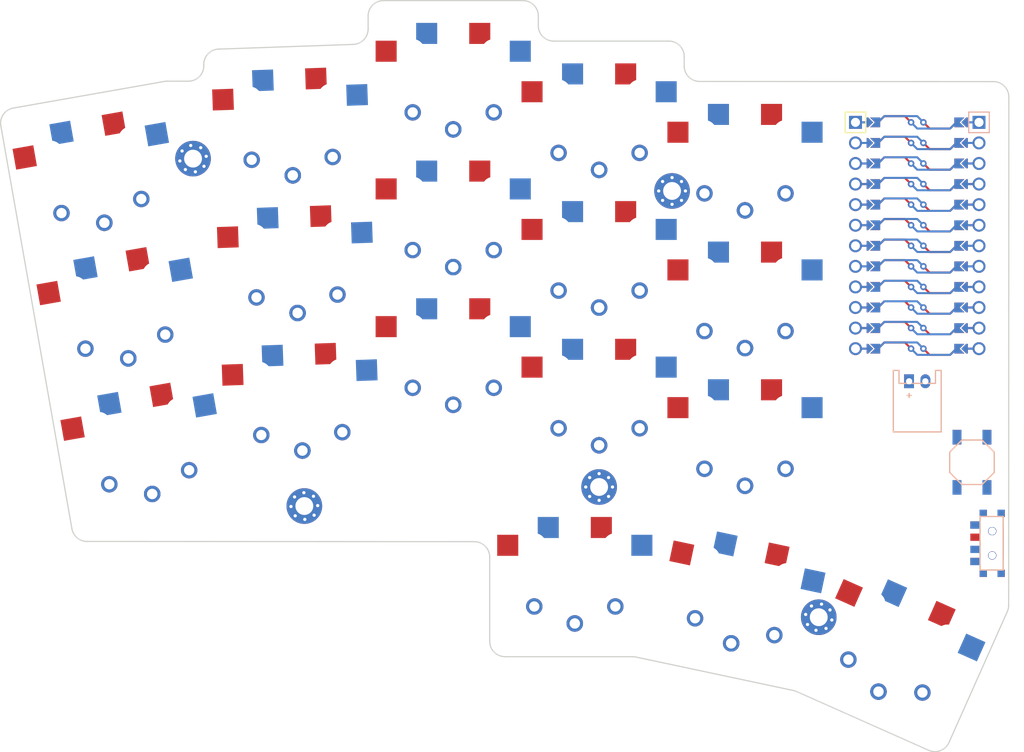
<source format=kicad_pcb>


(kicad_pcb (version 20171130) (host pcbnew 5.1.6)

  (page A3)
  (title_block
    (title "splayer_pcb")
    (rev "v1.0.0")
    (company "Unknown")
  )

  (general
    (thickness 1.6)
  )

  (layers
    (0 F.Cu signal)
    (31 B.Cu signal)
    (32 B.Adhes user)
    (33 F.Adhes user)
    (34 B.Paste user)
    (35 F.Paste user)
    (36 B.SilkS user)
    (37 F.SilkS user)
    (38 B.Mask user)
    (39 F.Mask user)
    (40 Dwgs.User user)
    (41 Cmts.User user)
    (42 Eco1.User user)
    (43 Eco2.User user)
    (44 Edge.Cuts user)
    (45 Margin user)
    (46 B.CrtYd user)
    (47 F.CrtYd user)
    (48 B.Fab user)
    (49 F.Fab user)
  )

  (setup
    (last_trace_width 0.25)
    (trace_clearance 0.2)
    (zone_clearance 0.508)
    (zone_45_only no)
    (trace_min 0.2)
    (via_size 0.8)
    (via_drill 0.4)
    (via_min_size 0.4)
    (via_min_drill 0.3)
    (uvia_size 0.3)
    (uvia_drill 0.1)
    (uvias_allowed no)
    (uvia_min_size 0.2)
    (uvia_min_drill 0.1)
    (edge_width 0.05)
    (segment_width 0.2)
    (pcb_text_width 0.3)
    (pcb_text_size 1.5 1.5)
    (mod_edge_width 0.12)
    (mod_text_size 1 1)
    (mod_text_width 0.15)
    (pad_size 1.524 1.524)
    (pad_drill 0.762)
    (pad_to_mask_clearance 0.05)
    (aux_axis_origin 0 0)
    (visible_elements FFFFFF7F)
    (pcbplotparams
      (layerselection 0x010fc_ffffffff)
      (usegerberextensions false)
      (usegerberattributes true)
      (usegerberadvancedattributes true)
      (creategerberjobfile true)
      (excludeedgelayer true)
      (linewidth 0.100000)
      (plotframeref false)
      (viasonmask false)
      (mode 1)
      (useauxorigin false)
      (hpglpennumber 1)
      (hpglpenspeed 20)
      (hpglpendiameter 15.000000)
      (psnegative false)
      (psa4output false)
      (plotreference true)
      (plotvalue true)
      (plotinvisibletext false)
      (padsonsilk false)
      (subtractmaskfromsilk false)
      (outputformat 1)
      (mirror false)
      (drillshape 1)
      (scaleselection 1)
      (outputdirectory ""))
  )

  (net 0 "")
(net 1 "P6")
(net 2 "GND")
(net 3 "P3")
(net 4 "P1")
(net 5 "P7")
(net 6 "P4")
(net 7 "P0")
(net 8 "P8")
(net 9 "P5")
(net 10 "P2")
(net 11 "P15")
(net 12 "P19")
(net 13 "P21")
(net 14 "P14")
(net 15 "P18")
(net 16 "P20")
(net 17 "P9")
(net 18 "P16")
(net 19 "P10")
(net 20 "RAW")
(net 21 "RST")
(net 22 "VCC")
(net 23 "pos")

  (net_class Default "This is the default net class."
    (clearance 0.2)
    (trace_width 0.25)
    (via_dia 0.8)
    (via_drill 0.4)
    (uvia_dia 0.3)
    (uvia_drill 0.1)
    (add_net "")
(add_net "P6")
(add_net "GND")
(add_net "P3")
(add_net "P1")
(add_net "P7")
(add_net "P4")
(add_net "P0")
(add_net "P8")
(add_net "P5")
(add_net "P2")
(add_net "P15")
(add_net "P19")
(add_net "P21")
(add_net "P14")
(add_net "P18")
(add_net "P20")
(add_net "P9")
(add_net "P16")
(add_net "P10")
(add_net "RAW")
(add_net "RST")
(add_net "VCC")
(add_net "pos")
  )

  
        
      (module PG1350 (layer F.Cu) (tedit 5DD50112)
      (at 100 100 10)

      
      (fp_text reference "S1" (at 0 0) (layer F.SilkS) hide (effects (font (size 1.27 1.27) (thickness 0.15))))
      (fp_text value "" (at 0 0) (layer F.SilkS) hide (effects (font (size 1.27 1.27) (thickness 0.15))))

      
      (fp_line (start -7 -6) (end -7 -7) (layer Dwgs.User) (width 0.15))
      (fp_line (start -7 7) (end -6 7) (layer Dwgs.User) (width 0.15))
      (fp_line (start -6 -7) (end -7 -7) (layer Dwgs.User) (width 0.15))
      (fp_line (start -7 7) (end -7 6) (layer Dwgs.User) (width 0.15))
      (fp_line (start 7 6) (end 7 7) (layer Dwgs.User) (width 0.15))
      (fp_line (start 7 -7) (end 6 -7) (layer Dwgs.User) (width 0.15))
      (fp_line (start 6 7) (end 7 7) (layer Dwgs.User) (width 0.15))
      (fp_line (start 7 -7) (end 7 -6) (layer Dwgs.User) (width 0.15))      
      
      
      (pad "" np_thru_hole circle (at 0 0) (size 3.429 3.429) (drill 3.429) (layers *.Cu *.Mask))
        
      
      (pad "" np_thru_hole circle (at 5.5 0) (size 1.7018 1.7018) (drill 1.7018) (layers *.Cu *.Mask))
      (pad "" np_thru_hole circle (at -5.5 0) (size 1.7018 1.7018) (drill 1.7018) (layers *.Cu *.Mask))
      
        
      
      (fp_line (start -9 -8.5) (end 9 -8.5) (layer Dwgs.User) (width 0.15))
      (fp_line (start 9 -8.5) (end 9 8.5) (layer Dwgs.User) (width 0.15))
      (fp_line (start 9 8.5) (end -9 8.5) (layer Dwgs.User) (width 0.15))
      (fp_line (start -9 8.5) (end -9 -8.5) (layer Dwgs.User) (width 0.15))
      
        
          
          (pad "" np_thru_hole circle (at 5 -3.75) (size 3 3) (drill 3) (layers *.Cu *.Mask))
          (pad "" np_thru_hole circle (at 0 -5.95) (size 3 3) (drill 3) (layers *.Cu *.Mask))
      
          
          (pad 1 smd rect (at -3.275 -5.95 10) (size 2.6 2.6) (layers B.Cu B.Paste B.Mask)  (net 1 "P6"))
          (pad 2 smd rect (at 8.275 -3.75 10) (size 2.6 2.6) (layers B.Cu B.Paste B.Mask)  (net 2 "GND"))
        
        
          
          (pad "" np_thru_hole circle (at -5 -3.75) (size 3 3) (drill 3) (layers *.Cu *.Mask))
          (pad "" np_thru_hole circle (at 0 -5.95) (size 3 3) (drill 3) (layers *.Cu *.Mask))
      
          
          (pad 1 smd rect (at 3.275 -5.95 10) (size 2.6 2.6) (layers F.Cu F.Paste F.Mask)  (net 1 "P6"))
          (pad 2 smd rect (at -8.275 -3.75 10) (size 2.6 2.6) (layers F.Cu F.Paste F.Mask)  (net 2 "GND"))
        )
        

        
      (module PG1350 (layer F.Cu) (tedit 5DD50112)
      (at 97.047981 83.2582682 10)

      
      (fp_text reference "S2" (at 0 0) (layer F.SilkS) hide (effects (font (size 1.27 1.27) (thickness 0.15))))
      (fp_text value "" (at 0 0) (layer F.SilkS) hide (effects (font (size 1.27 1.27) (thickness 0.15))))

      
      (fp_line (start -7 -6) (end -7 -7) (layer Dwgs.User) (width 0.15))
      (fp_line (start -7 7) (end -6 7) (layer Dwgs.User) (width 0.15))
      (fp_line (start -6 -7) (end -7 -7) (layer Dwgs.User) (width 0.15))
      (fp_line (start -7 7) (end -7 6) (layer Dwgs.User) (width 0.15))
      (fp_line (start 7 6) (end 7 7) (layer Dwgs.User) (width 0.15))
      (fp_line (start 7 -7) (end 6 -7) (layer Dwgs.User) (width 0.15))
      (fp_line (start 6 7) (end 7 7) (layer Dwgs.User) (width 0.15))
      (fp_line (start 7 -7) (end 7 -6) (layer Dwgs.User) (width 0.15))      
      
      
      (pad "" np_thru_hole circle (at 0 0) (size 3.429 3.429) (drill 3.429) (layers *.Cu *.Mask))
        
      
      (pad "" np_thru_hole circle (at 5.5 0) (size 1.7018 1.7018) (drill 1.7018) (layers *.Cu *.Mask))
      (pad "" np_thru_hole circle (at -5.5 0) (size 1.7018 1.7018) (drill 1.7018) (layers *.Cu *.Mask))
      
        
      
      (fp_line (start -9 -8.5) (end 9 -8.5) (layer Dwgs.User) (width 0.15))
      (fp_line (start 9 -8.5) (end 9 8.5) (layer Dwgs.User) (width 0.15))
      (fp_line (start 9 8.5) (end -9 8.5) (layer Dwgs.User) (width 0.15))
      (fp_line (start -9 8.5) (end -9 -8.5) (layer Dwgs.User) (width 0.15))
      
        
          
          (pad "" np_thru_hole circle (at 5 -3.75) (size 3 3) (drill 3) (layers *.Cu *.Mask))
          (pad "" np_thru_hole circle (at 0 -5.95) (size 3 3) (drill 3) (layers *.Cu *.Mask))
      
          
          (pad 1 smd rect (at -3.275 -5.95 10) (size 2.6 2.6) (layers B.Cu B.Paste B.Mask)  (net 3 "P3"))
          (pad 2 smd rect (at 8.275 -3.75 10) (size 2.6 2.6) (layers B.Cu B.Paste B.Mask)  (net 2 "GND"))
        
        
          
          (pad "" np_thru_hole circle (at -5 -3.75) (size 3 3) (drill 3) (layers *.Cu *.Mask))
          (pad "" np_thru_hole circle (at 0 -5.95) (size 3 3) (drill 3) (layers *.Cu *.Mask))
      
          
          (pad 1 smd rect (at 3.275 -5.95 10) (size 2.6 2.6) (layers F.Cu F.Paste F.Mask)  (net 3 "P3"))
          (pad 2 smd rect (at -8.275 -3.75 10) (size 2.6 2.6) (layers F.Cu F.Paste F.Mask)  (net 2 "GND"))
        )
        

        
      (module PG1350 (layer F.Cu) (tedit 5DD50112)
      (at 94.09596199999999 66.5165364 10)

      
      (fp_text reference "S3" (at 0 0) (layer F.SilkS) hide (effects (font (size 1.27 1.27) (thickness 0.15))))
      (fp_text value "" (at 0 0) (layer F.SilkS) hide (effects (font (size 1.27 1.27) (thickness 0.15))))

      
      (fp_line (start -7 -6) (end -7 -7) (layer Dwgs.User) (width 0.15))
      (fp_line (start -7 7) (end -6 7) (layer Dwgs.User) (width 0.15))
      (fp_line (start -6 -7) (end -7 -7) (layer Dwgs.User) (width 0.15))
      (fp_line (start -7 7) (end -7 6) (layer Dwgs.User) (width 0.15))
      (fp_line (start 7 6) (end 7 7) (layer Dwgs.User) (width 0.15))
      (fp_line (start 7 -7) (end 6 -7) (layer Dwgs.User) (width 0.15))
      (fp_line (start 6 7) (end 7 7) (layer Dwgs.User) (width 0.15))
      (fp_line (start 7 -7) (end 7 -6) (layer Dwgs.User) (width 0.15))      
      
      
      (pad "" np_thru_hole circle (at 0 0) (size 3.429 3.429) (drill 3.429) (layers *.Cu *.Mask))
        
      
      (pad "" np_thru_hole circle (at 5.5 0) (size 1.7018 1.7018) (drill 1.7018) (layers *.Cu *.Mask))
      (pad "" np_thru_hole circle (at -5.5 0) (size 1.7018 1.7018) (drill 1.7018) (layers *.Cu *.Mask))
      
        
      
      (fp_line (start -9 -8.5) (end 9 -8.5) (layer Dwgs.User) (width 0.15))
      (fp_line (start 9 -8.5) (end 9 8.5) (layer Dwgs.User) (width 0.15))
      (fp_line (start 9 8.5) (end -9 8.5) (layer Dwgs.User) (width 0.15))
      (fp_line (start -9 8.5) (end -9 -8.5) (layer Dwgs.User) (width 0.15))
      
        
          
          (pad "" np_thru_hole circle (at 5 -3.75) (size 3 3) (drill 3) (layers *.Cu *.Mask))
          (pad "" np_thru_hole circle (at 0 -5.95) (size 3 3) (drill 3) (layers *.Cu *.Mask))
      
          
          (pad 1 smd rect (at -3.275 -5.95 10) (size 2.6 2.6) (layers B.Cu B.Paste B.Mask)  (net 4 "P1"))
          (pad 2 smd rect (at 8.275 -3.75 10) (size 2.6 2.6) (layers B.Cu B.Paste B.Mask)  (net 2 "GND"))
        
        
          
          (pad "" np_thru_hole circle (at -5 -3.75) (size 3 3) (drill 3) (layers *.Cu *.Mask))
          (pad "" np_thru_hole circle (at 0 -5.95) (size 3 3) (drill 3) (layers *.Cu *.Mask))
      
          
          (pad 1 smd rect (at 3.275 -5.95 10) (size 2.6 2.6) (layers F.Cu F.Paste F.Mask)  (net 4 "P1"))
          (pad 2 smd rect (at -8.275 -3.75 10) (size 2.6 2.6) (layers F.Cu F.Paste F.Mask)  (net 2 "GND"))
        )
        

        
      (module PG1350 (layer F.Cu) (tedit 5DD50112)
      (at 119.3488587 94.5574209 2)

      
      (fp_text reference "S4" (at 0 0) (layer F.SilkS) hide (effects (font (size 1.27 1.27) (thickness 0.15))))
      (fp_text value "" (at 0 0) (layer F.SilkS) hide (effects (font (size 1.27 1.27) (thickness 0.15))))

      
      (fp_line (start -7 -6) (end -7 -7) (layer Dwgs.User) (width 0.15))
      (fp_line (start -7 7) (end -6 7) (layer Dwgs.User) (width 0.15))
      (fp_line (start -6 -7) (end -7 -7) (layer Dwgs.User) (width 0.15))
      (fp_line (start -7 7) (end -7 6) (layer Dwgs.User) (width 0.15))
      (fp_line (start 7 6) (end 7 7) (layer Dwgs.User) (width 0.15))
      (fp_line (start 7 -7) (end 6 -7) (layer Dwgs.User) (width 0.15))
      (fp_line (start 6 7) (end 7 7) (layer Dwgs.User) (width 0.15))
      (fp_line (start 7 -7) (end 7 -6) (layer Dwgs.User) (width 0.15))      
      
      
      (pad "" np_thru_hole circle (at 0 0) (size 3.429 3.429) (drill 3.429) (layers *.Cu *.Mask))
        
      
      (pad "" np_thru_hole circle (at 5.5 0) (size 1.7018 1.7018) (drill 1.7018) (layers *.Cu *.Mask))
      (pad "" np_thru_hole circle (at -5.5 0) (size 1.7018 1.7018) (drill 1.7018) (layers *.Cu *.Mask))
      
        
      
      (fp_line (start -9 -8.5) (end 9 -8.5) (layer Dwgs.User) (width 0.15))
      (fp_line (start 9 -8.5) (end 9 8.5) (layer Dwgs.User) (width 0.15))
      (fp_line (start 9 8.5) (end -9 8.5) (layer Dwgs.User) (width 0.15))
      (fp_line (start -9 8.5) (end -9 -8.5) (layer Dwgs.User) (width 0.15))
      
        
          
          (pad "" np_thru_hole circle (at 5 -3.75) (size 3 3) (drill 3) (layers *.Cu *.Mask))
          (pad "" np_thru_hole circle (at 0 -5.95) (size 3 3) (drill 3) (layers *.Cu *.Mask))
      
          
          (pad 1 smd rect (at -3.275 -5.95 2) (size 2.6 2.6) (layers B.Cu B.Paste B.Mask)  (net 5 "P7"))
          (pad 2 smd rect (at 8.275 -3.75 2) (size 2.6 2.6) (layers B.Cu B.Paste B.Mask)  (net 2 "GND"))
        
        
          
          (pad "" np_thru_hole circle (at -5 -3.75) (size 3 3) (drill 3) (layers *.Cu *.Mask))
          (pad "" np_thru_hole circle (at 0 -5.95) (size 3 3) (drill 3) (layers *.Cu *.Mask))
      
          
          (pad 1 smd rect (at 3.275 -5.95 2) (size 2.6 2.6) (layers F.Cu F.Paste F.Mask)  (net 5 "P7"))
          (pad 2 smd rect (at -8.275 -3.75 2) (size 2.6 2.6) (layers F.Cu F.Paste F.Mask)  (net 2 "GND"))
        )
        

        
      (module PG1350 (layer F.Cu) (tedit 5DD50112)
      (at 118.7555673 77.56777679999999 2)

      
      (fp_text reference "S5" (at 0 0) (layer F.SilkS) hide (effects (font (size 1.27 1.27) (thickness 0.15))))
      (fp_text value "" (at 0 0) (layer F.SilkS) hide (effects (font (size 1.27 1.27) (thickness 0.15))))

      
      (fp_line (start -7 -6) (end -7 -7) (layer Dwgs.User) (width 0.15))
      (fp_line (start -7 7) (end -6 7) (layer Dwgs.User) (width 0.15))
      (fp_line (start -6 -7) (end -7 -7) (layer Dwgs.User) (width 0.15))
      (fp_line (start -7 7) (end -7 6) (layer Dwgs.User) (width 0.15))
      (fp_line (start 7 6) (end 7 7) (layer Dwgs.User) (width 0.15))
      (fp_line (start 7 -7) (end 6 -7) (layer Dwgs.User) (width 0.15))
      (fp_line (start 6 7) (end 7 7) (layer Dwgs.User) (width 0.15))
      (fp_line (start 7 -7) (end 7 -6) (layer Dwgs.User) (width 0.15))      
      
      
      (pad "" np_thru_hole circle (at 0 0) (size 3.429 3.429) (drill 3.429) (layers *.Cu *.Mask))
        
      
      (pad "" np_thru_hole circle (at 5.5 0) (size 1.7018 1.7018) (drill 1.7018) (layers *.Cu *.Mask))
      (pad "" np_thru_hole circle (at -5.5 0) (size 1.7018 1.7018) (drill 1.7018) (layers *.Cu *.Mask))
      
        
      
      (fp_line (start -9 -8.5) (end 9 -8.5) (layer Dwgs.User) (width 0.15))
      (fp_line (start 9 -8.5) (end 9 8.5) (layer Dwgs.User) (width 0.15))
      (fp_line (start 9 8.5) (end -9 8.5) (layer Dwgs.User) (width 0.15))
      (fp_line (start -9 8.5) (end -9 -8.5) (layer Dwgs.User) (width 0.15))
      
        
          
          (pad "" np_thru_hole circle (at 5 -3.75) (size 3 3) (drill 3) (layers *.Cu *.Mask))
          (pad "" np_thru_hole circle (at 0 -5.95) (size 3 3) (drill 3) (layers *.Cu *.Mask))
      
          
          (pad 1 smd rect (at -3.275 -5.95 2) (size 2.6 2.6) (layers B.Cu B.Paste B.Mask)  (net 6 "P4"))
          (pad 2 smd rect (at 8.275 -3.75 2) (size 2.6 2.6) (layers B.Cu B.Paste B.Mask)  (net 2 "GND"))
        
        
          
          (pad "" np_thru_hole circle (at -5 -3.75) (size 3 3) (drill 3) (layers *.Cu *.Mask))
          (pad "" np_thru_hole circle (at 0 -5.95) (size 3 3) (drill 3) (layers *.Cu *.Mask))
      
          
          (pad 1 smd rect (at 3.275 -5.95 2) (size 2.6 2.6) (layers F.Cu F.Paste F.Mask)  (net 6 "P4"))
          (pad 2 smd rect (at -8.275 -3.75 2) (size 2.6 2.6) (layers F.Cu F.Paste F.Mask)  (net 2 "GND"))
        )
        

        
      (module PG1350 (layer F.Cu) (tedit 5DD50112)
      (at 118.1622759 60.57813269999999 2)

      
      (fp_text reference "S6" (at 0 0) (layer F.SilkS) hide (effects (font (size 1.27 1.27) (thickness 0.15))))
      (fp_text value "" (at 0 0) (layer F.SilkS) hide (effects (font (size 1.27 1.27) (thickness 0.15))))

      
      (fp_line (start -7 -6) (end -7 -7) (layer Dwgs.User) (width 0.15))
      (fp_line (start -7 7) (end -6 7) (layer Dwgs.User) (width 0.15))
      (fp_line (start -6 -7) (end -7 -7) (layer Dwgs.User) (width 0.15))
      (fp_line (start -7 7) (end -7 6) (layer Dwgs.User) (width 0.15))
      (fp_line (start 7 6) (end 7 7) (layer Dwgs.User) (width 0.15))
      (fp_line (start 7 -7) (end 6 -7) (layer Dwgs.User) (width 0.15))
      (fp_line (start 6 7) (end 7 7) (layer Dwgs.User) (width 0.15))
      (fp_line (start 7 -7) (end 7 -6) (layer Dwgs.User) (width 0.15))      
      
      
      (pad "" np_thru_hole circle (at 0 0) (size 3.429 3.429) (drill 3.429) (layers *.Cu *.Mask))
        
      
      (pad "" np_thru_hole circle (at 5.5 0) (size 1.7018 1.7018) (drill 1.7018) (layers *.Cu *.Mask))
      (pad "" np_thru_hole circle (at -5.5 0) (size 1.7018 1.7018) (drill 1.7018) (layers *.Cu *.Mask))
      
        
      
      (fp_line (start -9 -8.5) (end 9 -8.5) (layer Dwgs.User) (width 0.15))
      (fp_line (start 9 -8.5) (end 9 8.5) (layer Dwgs.User) (width 0.15))
      (fp_line (start 9 8.5) (end -9 8.5) (layer Dwgs.User) (width 0.15))
      (fp_line (start -9 8.5) (end -9 -8.5) (layer Dwgs.User) (width 0.15))
      
        
          
          (pad "" np_thru_hole circle (at 5 -3.75) (size 3 3) (drill 3) (layers *.Cu *.Mask))
          (pad "" np_thru_hole circle (at 0 -5.95) (size 3 3) (drill 3) (layers *.Cu *.Mask))
      
          
          (pad 1 smd rect (at -3.275 -5.95 2) (size 2.6 2.6) (layers B.Cu B.Paste B.Mask)  (net 7 "P0"))
          (pad 2 smd rect (at 8.275 -3.75 2) (size 2.6 2.6) (layers B.Cu B.Paste B.Mask)  (net 2 "GND"))
        
        
          
          (pad "" np_thru_hole circle (at -5 -3.75) (size 3 3) (drill 3) (layers *.Cu *.Mask))
          (pad "" np_thru_hole circle (at 0 -5.95) (size 3 3) (drill 3) (layers *.Cu *.Mask))
      
          
          (pad 1 smd rect (at 3.275 -5.95 2) (size 2.6 2.6) (layers F.Cu F.Paste F.Mask)  (net 7 "P0"))
          (pad 2 smd rect (at -8.275 -3.75 2) (size 2.6 2.6) (layers F.Cu F.Paste F.Mask)  (net 2 "GND"))
        )
        

        
      (module PG1350 (layer F.Cu) (tedit 5DD50112)
      (at 138.1627869 88.8973764 0)

      
      (fp_text reference "S7" (at 0 0) (layer F.SilkS) hide (effects (font (size 1.27 1.27) (thickness 0.15))))
      (fp_text value "" (at 0 0) (layer F.SilkS) hide (effects (font (size 1.27 1.27) (thickness 0.15))))

      
      (fp_line (start -7 -6) (end -7 -7) (layer Dwgs.User) (width 0.15))
      (fp_line (start -7 7) (end -6 7) (layer Dwgs.User) (width 0.15))
      (fp_line (start -6 -7) (end -7 -7) (layer Dwgs.User) (width 0.15))
      (fp_line (start -7 7) (end -7 6) (layer Dwgs.User) (width 0.15))
      (fp_line (start 7 6) (end 7 7) (layer Dwgs.User) (width 0.15))
      (fp_line (start 7 -7) (end 6 -7) (layer Dwgs.User) (width 0.15))
      (fp_line (start 6 7) (end 7 7) (layer Dwgs.User) (width 0.15))
      (fp_line (start 7 -7) (end 7 -6) (layer Dwgs.User) (width 0.15))      
      
      
      (pad "" np_thru_hole circle (at 0 0) (size 3.429 3.429) (drill 3.429) (layers *.Cu *.Mask))
        
      
      (pad "" np_thru_hole circle (at 5.5 0) (size 1.7018 1.7018) (drill 1.7018) (layers *.Cu *.Mask))
      (pad "" np_thru_hole circle (at -5.5 0) (size 1.7018 1.7018) (drill 1.7018) (layers *.Cu *.Mask))
      
        
      
      (fp_line (start -9 -8.5) (end 9 -8.5) (layer Dwgs.User) (width 0.15))
      (fp_line (start 9 -8.5) (end 9 8.5) (layer Dwgs.User) (width 0.15))
      (fp_line (start 9 8.5) (end -9 8.5) (layer Dwgs.User) (width 0.15))
      (fp_line (start -9 8.5) (end -9 -8.5) (layer Dwgs.User) (width 0.15))
      
        
          
          (pad "" np_thru_hole circle (at 5 -3.75) (size 3 3) (drill 3) (layers *.Cu *.Mask))
          (pad "" np_thru_hole circle (at 0 -5.95) (size 3 3) (drill 3) (layers *.Cu *.Mask))
      
          
          (pad 1 smd rect (at -3.275 -5.95 0) (size 2.6 2.6) (layers B.Cu B.Paste B.Mask)  (net 8 "P8"))
          (pad 2 smd rect (at 8.275 -3.75 0) (size 2.6 2.6) (layers B.Cu B.Paste B.Mask)  (net 2 "GND"))
        
        
          
          (pad "" np_thru_hole circle (at -5 -3.75) (size 3 3) (drill 3) (layers *.Cu *.Mask))
          (pad "" np_thru_hole circle (at 0 -5.95) (size 3 3) (drill 3) (layers *.Cu *.Mask))
      
          
          (pad 1 smd rect (at 3.275 -5.95 0) (size 2.6 2.6) (layers F.Cu F.Paste F.Mask)  (net 8 "P8"))
          (pad 2 smd rect (at -8.275 -3.75 0) (size 2.6 2.6) (layers F.Cu F.Paste F.Mask)  (net 2 "GND"))
        )
        

        
      (module PG1350 (layer F.Cu) (tedit 5DD50112)
      (at 138.1627869 71.8973764 0)

      
      (fp_text reference "S8" (at 0 0) (layer F.SilkS) hide (effects (font (size 1.27 1.27) (thickness 0.15))))
      (fp_text value "" (at 0 0) (layer F.SilkS) hide (effects (font (size 1.27 1.27) (thickness 0.15))))

      
      (fp_line (start -7 -6) (end -7 -7) (layer Dwgs.User) (width 0.15))
      (fp_line (start -7 7) (end -6 7) (layer Dwgs.User) (width 0.15))
      (fp_line (start -6 -7) (end -7 -7) (layer Dwgs.User) (width 0.15))
      (fp_line (start -7 7) (end -7 6) (layer Dwgs.User) (width 0.15))
      (fp_line (start 7 6) (end 7 7) (layer Dwgs.User) (width 0.15))
      (fp_line (start 7 -7) (end 6 -7) (layer Dwgs.User) (width 0.15))
      (fp_line (start 6 7) (end 7 7) (layer Dwgs.User) (width 0.15))
      (fp_line (start 7 -7) (end 7 -6) (layer Dwgs.User) (width 0.15))      
      
      
      (pad "" np_thru_hole circle (at 0 0) (size 3.429 3.429) (drill 3.429) (layers *.Cu *.Mask))
        
      
      (pad "" np_thru_hole circle (at 5.5 0) (size 1.7018 1.7018) (drill 1.7018) (layers *.Cu *.Mask))
      (pad "" np_thru_hole circle (at -5.5 0) (size 1.7018 1.7018) (drill 1.7018) (layers *.Cu *.Mask))
      
        
      
      (fp_line (start -9 -8.5) (end 9 -8.5) (layer Dwgs.User) (width 0.15))
      (fp_line (start 9 -8.5) (end 9 8.5) (layer Dwgs.User) (width 0.15))
      (fp_line (start 9 8.5) (end -9 8.5) (layer Dwgs.User) (width 0.15))
      (fp_line (start -9 8.5) (end -9 -8.5) (layer Dwgs.User) (width 0.15))
      
        
          
          (pad "" np_thru_hole circle (at 5 -3.75) (size 3 3) (drill 3) (layers *.Cu *.Mask))
          (pad "" np_thru_hole circle (at 0 -5.95) (size 3 3) (drill 3) (layers *.Cu *.Mask))
      
          
          (pad 1 smd rect (at -3.275 -5.95 0) (size 2.6 2.6) (layers B.Cu B.Paste B.Mask)  (net 9 "P5"))
          (pad 2 smd rect (at 8.275 -3.75 0) (size 2.6 2.6) (layers B.Cu B.Paste B.Mask)  (net 2 "GND"))
        
        
          
          (pad "" np_thru_hole circle (at -5 -3.75) (size 3 3) (drill 3) (layers *.Cu *.Mask))
          (pad "" np_thru_hole circle (at 0 -5.95) (size 3 3) (drill 3) (layers *.Cu *.Mask))
      
          
          (pad 1 smd rect (at 3.275 -5.95 0) (size 2.6 2.6) (layers F.Cu F.Paste F.Mask)  (net 9 "P5"))
          (pad 2 smd rect (at -8.275 -3.75 0) (size 2.6 2.6) (layers F.Cu F.Paste F.Mask)  (net 2 "GND"))
        )
        

        
      (module PG1350 (layer F.Cu) (tedit 5DD50112)
      (at 138.1627869 54.8973764 0)

      
      (fp_text reference "S9" (at 0 0) (layer F.SilkS) hide (effects (font (size 1.27 1.27) (thickness 0.15))))
      (fp_text value "" (at 0 0) (layer F.SilkS) hide (effects (font (size 1.27 1.27) (thickness 0.15))))

      
      (fp_line (start -7 -6) (end -7 -7) (layer Dwgs.User) (width 0.15))
      (fp_line (start -7 7) (end -6 7) (layer Dwgs.User) (width 0.15))
      (fp_line (start -6 -7) (end -7 -7) (layer Dwgs.User) (width 0.15))
      (fp_line (start -7 7) (end -7 6) (layer Dwgs.User) (width 0.15))
      (fp_line (start 7 6) (end 7 7) (layer Dwgs.User) (width 0.15))
      (fp_line (start 7 -7) (end 6 -7) (layer Dwgs.User) (width 0.15))
      (fp_line (start 6 7) (end 7 7) (layer Dwgs.User) (width 0.15))
      (fp_line (start 7 -7) (end 7 -6) (layer Dwgs.User) (width 0.15))      
      
      
      (pad "" np_thru_hole circle (at 0 0) (size 3.429 3.429) (drill 3.429) (layers *.Cu *.Mask))
        
      
      (pad "" np_thru_hole circle (at 5.5 0) (size 1.7018 1.7018) (drill 1.7018) (layers *.Cu *.Mask))
      (pad "" np_thru_hole circle (at -5.5 0) (size 1.7018 1.7018) (drill 1.7018) (layers *.Cu *.Mask))
      
        
      
      (fp_line (start -9 -8.5) (end 9 -8.5) (layer Dwgs.User) (width 0.15))
      (fp_line (start 9 -8.5) (end 9 8.5) (layer Dwgs.User) (width 0.15))
      (fp_line (start 9 8.5) (end -9 8.5) (layer Dwgs.User) (width 0.15))
      (fp_line (start -9 8.5) (end -9 -8.5) (layer Dwgs.User) (width 0.15))
      
        
          
          (pad "" np_thru_hole circle (at 5 -3.75) (size 3 3) (drill 3) (layers *.Cu *.Mask))
          (pad "" np_thru_hole circle (at 0 -5.95) (size 3 3) (drill 3) (layers *.Cu *.Mask))
      
          
          (pad 1 smd rect (at -3.275 -5.95 0) (size 2.6 2.6) (layers B.Cu B.Paste B.Mask)  (net 10 "P2"))
          (pad 2 smd rect (at 8.275 -3.75 0) (size 2.6 2.6) (layers B.Cu B.Paste B.Mask)  (net 2 "GND"))
        
        
          
          (pad "" np_thru_hole circle (at -5 -3.75) (size 3 3) (drill 3) (layers *.Cu *.Mask))
          (pad "" np_thru_hole circle (at 0 -5.95) (size 3 3) (drill 3) (layers *.Cu *.Mask))
      
          
          (pad 1 smd rect (at 3.275 -5.95 0) (size 2.6 2.6) (layers F.Cu F.Paste F.Mask)  (net 10 "P2"))
          (pad 2 smd rect (at -8.275 -3.75 0) (size 2.6 2.6) (layers F.Cu F.Paste F.Mask)  (net 2 "GND"))
        )
        

        
      (module PG1350 (layer F.Cu) (tedit 5DD50112)
      (at 156.1627869 93.8973764 0)

      
      (fp_text reference "S10" (at 0 0) (layer F.SilkS) hide (effects (font (size 1.27 1.27) (thickness 0.15))))
      (fp_text value "" (at 0 0) (layer F.SilkS) hide (effects (font (size 1.27 1.27) (thickness 0.15))))

      
      (fp_line (start -7 -6) (end -7 -7) (layer Dwgs.User) (width 0.15))
      (fp_line (start -7 7) (end -6 7) (layer Dwgs.User) (width 0.15))
      (fp_line (start -6 -7) (end -7 -7) (layer Dwgs.User) (width 0.15))
      (fp_line (start -7 7) (end -7 6) (layer Dwgs.User) (width 0.15))
      (fp_line (start 7 6) (end 7 7) (layer Dwgs.User) (width 0.15))
      (fp_line (start 7 -7) (end 6 -7) (layer Dwgs.User) (width 0.15))
      (fp_line (start 6 7) (end 7 7) (layer Dwgs.User) (width 0.15))
      (fp_line (start 7 -7) (end 7 -6) (layer Dwgs.User) (width 0.15))      
      
      
      (pad "" np_thru_hole circle (at 0 0) (size 3.429 3.429) (drill 3.429) (layers *.Cu *.Mask))
        
      
      (pad "" np_thru_hole circle (at 5.5 0) (size 1.7018 1.7018) (drill 1.7018) (layers *.Cu *.Mask))
      (pad "" np_thru_hole circle (at -5.5 0) (size 1.7018 1.7018) (drill 1.7018) (layers *.Cu *.Mask))
      
        
      
      (fp_line (start -9 -8.5) (end 9 -8.5) (layer Dwgs.User) (width 0.15))
      (fp_line (start 9 -8.5) (end 9 8.5) (layer Dwgs.User) (width 0.15))
      (fp_line (start 9 8.5) (end -9 8.5) (layer Dwgs.User) (width 0.15))
      (fp_line (start -9 8.5) (end -9 -8.5) (layer Dwgs.User) (width 0.15))
      
        
          
          (pad "" np_thru_hole circle (at 5 -3.75) (size 3 3) (drill 3) (layers *.Cu *.Mask))
          (pad "" np_thru_hole circle (at 0 -5.95) (size 3 3) (drill 3) (layers *.Cu *.Mask))
      
          
          (pad 1 smd rect (at -3.275 -5.95 0) (size 2.6 2.6) (layers B.Cu B.Paste B.Mask)  (net 11 "P15"))
          (pad 2 smd rect (at 8.275 -3.75 0) (size 2.6 2.6) (layers B.Cu B.Paste B.Mask)  (net 2 "GND"))
        
        
          
          (pad "" np_thru_hole circle (at -5 -3.75) (size 3 3) (drill 3) (layers *.Cu *.Mask))
          (pad "" np_thru_hole circle (at 0 -5.95) (size 3 3) (drill 3) (layers *.Cu *.Mask))
      
          
          (pad 1 smd rect (at 3.275 -5.95 0) (size 2.6 2.6) (layers F.Cu F.Paste F.Mask)  (net 11 "P15"))
          (pad 2 smd rect (at -8.275 -3.75 0) (size 2.6 2.6) (layers F.Cu F.Paste F.Mask)  (net 2 "GND"))
        )
        

        
      (module PG1350 (layer F.Cu) (tedit 5DD50112)
      (at 156.1627869 76.8973764 0)

      
      (fp_text reference "S11" (at 0 0) (layer F.SilkS) hide (effects (font (size 1.27 1.27) (thickness 0.15))))
      (fp_text value "" (at 0 0) (layer F.SilkS) hide (effects (font (size 1.27 1.27) (thickness 0.15))))

      
      (fp_line (start -7 -6) (end -7 -7) (layer Dwgs.User) (width 0.15))
      (fp_line (start -7 7) (end -6 7) (layer Dwgs.User) (width 0.15))
      (fp_line (start -6 -7) (end -7 -7) (layer Dwgs.User) (width 0.15))
      (fp_line (start -7 7) (end -7 6) (layer Dwgs.User) (width 0.15))
      (fp_line (start 7 6) (end 7 7) (layer Dwgs.User) (width 0.15))
      (fp_line (start 7 -7) (end 6 -7) (layer Dwgs.User) (width 0.15))
      (fp_line (start 6 7) (end 7 7) (layer Dwgs.User) (width 0.15))
      (fp_line (start 7 -7) (end 7 -6) (layer Dwgs.User) (width 0.15))      
      
      
      (pad "" np_thru_hole circle (at 0 0) (size 3.429 3.429) (drill 3.429) (layers *.Cu *.Mask))
        
      
      (pad "" np_thru_hole circle (at 5.5 0) (size 1.7018 1.7018) (drill 1.7018) (layers *.Cu *.Mask))
      (pad "" np_thru_hole circle (at -5.5 0) (size 1.7018 1.7018) (drill 1.7018) (layers *.Cu *.Mask))
      
        
      
      (fp_line (start -9 -8.5) (end 9 -8.5) (layer Dwgs.User) (width 0.15))
      (fp_line (start 9 -8.5) (end 9 8.5) (layer Dwgs.User) (width 0.15))
      (fp_line (start 9 8.5) (end -9 8.5) (layer Dwgs.User) (width 0.15))
      (fp_line (start -9 8.5) (end -9 -8.5) (layer Dwgs.User) (width 0.15))
      
        
          
          (pad "" np_thru_hole circle (at 5 -3.75) (size 3 3) (drill 3) (layers *.Cu *.Mask))
          (pad "" np_thru_hole circle (at 0 -5.95) (size 3 3) (drill 3) (layers *.Cu *.Mask))
      
          
          (pad 1 smd rect (at -3.275 -5.95 0) (size 2.6 2.6) (layers B.Cu B.Paste B.Mask)  (net 12 "P19"))
          (pad 2 smd rect (at 8.275 -3.75 0) (size 2.6 2.6) (layers B.Cu B.Paste B.Mask)  (net 2 "GND"))
        
        
          
          (pad "" np_thru_hole circle (at -5 -3.75) (size 3 3) (drill 3) (layers *.Cu *.Mask))
          (pad "" np_thru_hole circle (at 0 -5.95) (size 3 3) (drill 3) (layers *.Cu *.Mask))
      
          
          (pad 1 smd rect (at 3.275 -5.95 0) (size 2.6 2.6) (layers F.Cu F.Paste F.Mask)  (net 12 "P19"))
          (pad 2 smd rect (at -8.275 -3.75 0) (size 2.6 2.6) (layers F.Cu F.Paste F.Mask)  (net 2 "GND"))
        )
        

        
      (module PG1350 (layer F.Cu) (tedit 5DD50112)
      (at 156.1627869 59.8973764 0)

      
      (fp_text reference "S12" (at 0 0) (layer F.SilkS) hide (effects (font (size 1.27 1.27) (thickness 0.15))))
      (fp_text value "" (at 0 0) (layer F.SilkS) hide (effects (font (size 1.27 1.27) (thickness 0.15))))

      
      (fp_line (start -7 -6) (end -7 -7) (layer Dwgs.User) (width 0.15))
      (fp_line (start -7 7) (end -6 7) (layer Dwgs.User) (width 0.15))
      (fp_line (start -6 -7) (end -7 -7) (layer Dwgs.User) (width 0.15))
      (fp_line (start -7 7) (end -7 6) (layer Dwgs.User) (width 0.15))
      (fp_line (start 7 6) (end 7 7) (layer Dwgs.User) (width 0.15))
      (fp_line (start 7 -7) (end 6 -7) (layer Dwgs.User) (width 0.15))
      (fp_line (start 6 7) (end 7 7) (layer Dwgs.User) (width 0.15))
      (fp_line (start 7 -7) (end 7 -6) (layer Dwgs.User) (width 0.15))      
      
      
      (pad "" np_thru_hole circle (at 0 0) (size 3.429 3.429) (drill 3.429) (layers *.Cu *.Mask))
        
      
      (pad "" np_thru_hole circle (at 5.5 0) (size 1.7018 1.7018) (drill 1.7018) (layers *.Cu *.Mask))
      (pad "" np_thru_hole circle (at -5.5 0) (size 1.7018 1.7018) (drill 1.7018) (layers *.Cu *.Mask))
      
        
      
      (fp_line (start -9 -8.5) (end 9 -8.5) (layer Dwgs.User) (width 0.15))
      (fp_line (start 9 -8.5) (end 9 8.5) (layer Dwgs.User) (width 0.15))
      (fp_line (start 9 8.5) (end -9 8.5) (layer Dwgs.User) (width 0.15))
      (fp_line (start -9 8.5) (end -9 -8.5) (layer Dwgs.User) (width 0.15))
      
        
          
          (pad "" np_thru_hole circle (at 5 -3.75) (size 3 3) (drill 3) (layers *.Cu *.Mask))
          (pad "" np_thru_hole circle (at 0 -5.95) (size 3 3) (drill 3) (layers *.Cu *.Mask))
      
          
          (pad 1 smd rect (at -3.275 -5.95 0) (size 2.6 2.6) (layers B.Cu B.Paste B.Mask)  (net 13 "P21"))
          (pad 2 smd rect (at 8.275 -3.75 0) (size 2.6 2.6) (layers B.Cu B.Paste B.Mask)  (net 2 "GND"))
        
        
          
          (pad "" np_thru_hole circle (at -5 -3.75) (size 3 3) (drill 3) (layers *.Cu *.Mask))
          (pad "" np_thru_hole circle (at 0 -5.95) (size 3 3) (drill 3) (layers *.Cu *.Mask))
      
          
          (pad 1 smd rect (at 3.275 -5.95 0) (size 2.6 2.6) (layers F.Cu F.Paste F.Mask)  (net 13 "P21"))
          (pad 2 smd rect (at -8.275 -3.75 0) (size 2.6 2.6) (layers F.Cu F.Paste F.Mask)  (net 2 "GND"))
        )
        

        
      (module PG1350 (layer F.Cu) (tedit 5DD50112)
      (at 174.16278699999998 98.8973763 0)

      
      (fp_text reference "S13" (at 0 0) (layer F.SilkS) hide (effects (font (size 1.27 1.27) (thickness 0.15))))
      (fp_text value "" (at 0 0) (layer F.SilkS) hide (effects (font (size 1.27 1.27) (thickness 0.15))))

      
      (fp_line (start -7 -6) (end -7 -7) (layer Dwgs.User) (width 0.15))
      (fp_line (start -7 7) (end -6 7) (layer Dwgs.User) (width 0.15))
      (fp_line (start -6 -7) (end -7 -7) (layer Dwgs.User) (width 0.15))
      (fp_line (start -7 7) (end -7 6) (layer Dwgs.User) (width 0.15))
      (fp_line (start 7 6) (end 7 7) (layer Dwgs.User) (width 0.15))
      (fp_line (start 7 -7) (end 6 -7) (layer Dwgs.User) (width 0.15))
      (fp_line (start 6 7) (end 7 7) (layer Dwgs.User) (width 0.15))
      (fp_line (start 7 -7) (end 7 -6) (layer Dwgs.User) (width 0.15))      
      
      
      (pad "" np_thru_hole circle (at 0 0) (size 3.429 3.429) (drill 3.429) (layers *.Cu *.Mask))
        
      
      (pad "" np_thru_hole circle (at 5.5 0) (size 1.7018 1.7018) (drill 1.7018) (layers *.Cu *.Mask))
      (pad "" np_thru_hole circle (at -5.5 0) (size 1.7018 1.7018) (drill 1.7018) (layers *.Cu *.Mask))
      
        
      
      (fp_line (start -9 -8.5) (end 9 -8.5) (layer Dwgs.User) (width 0.15))
      (fp_line (start 9 -8.5) (end 9 8.5) (layer Dwgs.User) (width 0.15))
      (fp_line (start 9 8.5) (end -9 8.5) (layer Dwgs.User) (width 0.15))
      (fp_line (start -9 8.5) (end -9 -8.5) (layer Dwgs.User) (width 0.15))
      
        
          
          (pad "" np_thru_hole circle (at 5 -3.75) (size 3 3) (drill 3) (layers *.Cu *.Mask))
          (pad "" np_thru_hole circle (at 0 -5.95) (size 3 3) (drill 3) (layers *.Cu *.Mask))
      
          
          (pad 1 smd rect (at -3.275 -5.95 0) (size 2.6 2.6) (layers B.Cu B.Paste B.Mask)  (net 14 "P14"))
          (pad 2 smd rect (at 8.275 -3.75 0) (size 2.6 2.6) (layers B.Cu B.Paste B.Mask)  (net 2 "GND"))
        
        
          
          (pad "" np_thru_hole circle (at -5 -3.75) (size 3 3) (drill 3) (layers *.Cu *.Mask))
          (pad "" np_thru_hole circle (at 0 -5.95) (size 3 3) (drill 3) (layers *.Cu *.Mask))
      
          
          (pad 1 smd rect (at 3.275 -5.95 0) (size 2.6 2.6) (layers F.Cu F.Paste F.Mask)  (net 14 "P14"))
          (pad 2 smd rect (at -8.275 -3.75 0) (size 2.6 2.6) (layers F.Cu F.Paste F.Mask)  (net 2 "GND"))
        )
        

        
      (module PG1350 (layer F.Cu) (tedit 5DD50112)
      (at 174.16278699999998 81.8973763 0)

      
      (fp_text reference "S14" (at 0 0) (layer F.SilkS) hide (effects (font (size 1.27 1.27) (thickness 0.15))))
      (fp_text value "" (at 0 0) (layer F.SilkS) hide (effects (font (size 1.27 1.27) (thickness 0.15))))

      
      (fp_line (start -7 -6) (end -7 -7) (layer Dwgs.User) (width 0.15))
      (fp_line (start -7 7) (end -6 7) (layer Dwgs.User) (width 0.15))
      (fp_line (start -6 -7) (end -7 -7) (layer Dwgs.User) (width 0.15))
      (fp_line (start -7 7) (end -7 6) (layer Dwgs.User) (width 0.15))
      (fp_line (start 7 6) (end 7 7) (layer Dwgs.User) (width 0.15))
      (fp_line (start 7 -7) (end 6 -7) (layer Dwgs.User) (width 0.15))
      (fp_line (start 6 7) (end 7 7) (layer Dwgs.User) (width 0.15))
      (fp_line (start 7 -7) (end 7 -6) (layer Dwgs.User) (width 0.15))      
      
      
      (pad "" np_thru_hole circle (at 0 0) (size 3.429 3.429) (drill 3.429) (layers *.Cu *.Mask))
        
      
      (pad "" np_thru_hole circle (at 5.5 0) (size 1.7018 1.7018) (drill 1.7018) (layers *.Cu *.Mask))
      (pad "" np_thru_hole circle (at -5.5 0) (size 1.7018 1.7018) (drill 1.7018) (layers *.Cu *.Mask))
      
        
      
      (fp_line (start -9 -8.5) (end 9 -8.5) (layer Dwgs.User) (width 0.15))
      (fp_line (start 9 -8.5) (end 9 8.5) (layer Dwgs.User) (width 0.15))
      (fp_line (start 9 8.5) (end -9 8.5) (layer Dwgs.User) (width 0.15))
      (fp_line (start -9 8.5) (end -9 -8.5) (layer Dwgs.User) (width 0.15))
      
        
          
          (pad "" np_thru_hole circle (at 5 -3.75) (size 3 3) (drill 3) (layers *.Cu *.Mask))
          (pad "" np_thru_hole circle (at 0 -5.95) (size 3 3) (drill 3) (layers *.Cu *.Mask))
      
          
          (pad 1 smd rect (at -3.275 -5.95 0) (size 2.6 2.6) (layers B.Cu B.Paste B.Mask)  (net 15 "P18"))
          (pad 2 smd rect (at 8.275 -3.75 0) (size 2.6 2.6) (layers B.Cu B.Paste B.Mask)  (net 2 "GND"))
        
        
          
          (pad "" np_thru_hole circle (at -5 -3.75) (size 3 3) (drill 3) (layers *.Cu *.Mask))
          (pad "" np_thru_hole circle (at 0 -5.95) (size 3 3) (drill 3) (layers *.Cu *.Mask))
      
          
          (pad 1 smd rect (at 3.275 -5.95 0) (size 2.6 2.6) (layers F.Cu F.Paste F.Mask)  (net 15 "P18"))
          (pad 2 smd rect (at -8.275 -3.75 0) (size 2.6 2.6) (layers F.Cu F.Paste F.Mask)  (net 2 "GND"))
        )
        

        
      (module PG1350 (layer F.Cu) (tedit 5DD50112)
      (at 174.16278699999998 64.8973763 0)

      
      (fp_text reference "S15" (at 0 0) (layer F.SilkS) hide (effects (font (size 1.27 1.27) (thickness 0.15))))
      (fp_text value "" (at 0 0) (layer F.SilkS) hide (effects (font (size 1.27 1.27) (thickness 0.15))))

      
      (fp_line (start -7 -6) (end -7 -7) (layer Dwgs.User) (width 0.15))
      (fp_line (start -7 7) (end -6 7) (layer Dwgs.User) (width 0.15))
      (fp_line (start -6 -7) (end -7 -7) (layer Dwgs.User) (width 0.15))
      (fp_line (start -7 7) (end -7 6) (layer Dwgs.User) (width 0.15))
      (fp_line (start 7 6) (end 7 7) (layer Dwgs.User) (width 0.15))
      (fp_line (start 7 -7) (end 6 -7) (layer Dwgs.User) (width 0.15))
      (fp_line (start 6 7) (end 7 7) (layer Dwgs.User) (width 0.15))
      (fp_line (start 7 -7) (end 7 -6) (layer Dwgs.User) (width 0.15))      
      
      
      (pad "" np_thru_hole circle (at 0 0) (size 3.429 3.429) (drill 3.429) (layers *.Cu *.Mask))
        
      
      (pad "" np_thru_hole circle (at 5.5 0) (size 1.7018 1.7018) (drill 1.7018) (layers *.Cu *.Mask))
      (pad "" np_thru_hole circle (at -5.5 0) (size 1.7018 1.7018) (drill 1.7018) (layers *.Cu *.Mask))
      
        
      
      (fp_line (start -9 -8.5) (end 9 -8.5) (layer Dwgs.User) (width 0.15))
      (fp_line (start 9 -8.5) (end 9 8.5) (layer Dwgs.User) (width 0.15))
      (fp_line (start 9 8.5) (end -9 8.5) (layer Dwgs.User) (width 0.15))
      (fp_line (start -9 8.5) (end -9 -8.5) (layer Dwgs.User) (width 0.15))
      
        
          
          (pad "" np_thru_hole circle (at 5 -3.75) (size 3 3) (drill 3) (layers *.Cu *.Mask))
          (pad "" np_thru_hole circle (at 0 -5.95) (size 3 3) (drill 3) (layers *.Cu *.Mask))
      
          
          (pad 1 smd rect (at -3.275 -5.95 0) (size 2.6 2.6) (layers B.Cu B.Paste B.Mask)  (net 16 "P20"))
          (pad 2 smd rect (at 8.275 -3.75 0) (size 2.6 2.6) (layers B.Cu B.Paste B.Mask)  (net 2 "GND"))
        
        
          
          (pad "" np_thru_hole circle (at -5 -3.75) (size 3 3) (drill 3) (layers *.Cu *.Mask))
          (pad "" np_thru_hole circle (at 0 -5.95) (size 3 3) (drill 3) (layers *.Cu *.Mask))
      
          
          (pad 1 smd rect (at 3.275 -5.95 0) (size 2.6 2.6) (layers F.Cu F.Paste F.Mask)  (net 16 "P20"))
          (pad 2 smd rect (at -8.275 -3.75 0) (size 2.6 2.6) (layers F.Cu F.Paste F.Mask)  (net 2 "GND"))
        )
        

        
      (module PG1350 (layer F.Cu) (tedit 5DD50112)
      (at 153.16278699999998 115.8973763 0)

      
      (fp_text reference "S16" (at 0 0) (layer F.SilkS) hide (effects (font (size 1.27 1.27) (thickness 0.15))))
      (fp_text value "" (at 0 0) (layer F.SilkS) hide (effects (font (size 1.27 1.27) (thickness 0.15))))

      
      (fp_line (start -7 -6) (end -7 -7) (layer Dwgs.User) (width 0.15))
      (fp_line (start -7 7) (end -6 7) (layer Dwgs.User) (width 0.15))
      (fp_line (start -6 -7) (end -7 -7) (layer Dwgs.User) (width 0.15))
      (fp_line (start -7 7) (end -7 6) (layer Dwgs.User) (width 0.15))
      (fp_line (start 7 6) (end 7 7) (layer Dwgs.User) (width 0.15))
      (fp_line (start 7 -7) (end 6 -7) (layer Dwgs.User) (width 0.15))
      (fp_line (start 6 7) (end 7 7) (layer Dwgs.User) (width 0.15))
      (fp_line (start 7 -7) (end 7 -6) (layer Dwgs.User) (width 0.15))      
      
      
      (pad "" np_thru_hole circle (at 0 0) (size 3.429 3.429) (drill 3.429) (layers *.Cu *.Mask))
        
      
      (pad "" np_thru_hole circle (at 5.5 0) (size 1.7018 1.7018) (drill 1.7018) (layers *.Cu *.Mask))
      (pad "" np_thru_hole circle (at -5.5 0) (size 1.7018 1.7018) (drill 1.7018) (layers *.Cu *.Mask))
      
        
      
      (fp_line (start -9 -8.5) (end 9 -8.5) (layer Dwgs.User) (width 0.15))
      (fp_line (start 9 -8.5) (end 9 8.5) (layer Dwgs.User) (width 0.15))
      (fp_line (start 9 8.5) (end -9 8.5) (layer Dwgs.User) (width 0.15))
      (fp_line (start -9 8.5) (end -9 -8.5) (layer Dwgs.User) (width 0.15))
      
        
          
          (pad "" np_thru_hole circle (at 5 -3.75) (size 3 3) (drill 3) (layers *.Cu *.Mask))
          (pad "" np_thru_hole circle (at 0 -5.95) (size 3 3) (drill 3) (layers *.Cu *.Mask))
      
          
          (pad 1 smd rect (at -3.275 -5.95 0) (size 2.6 2.6) (layers B.Cu B.Paste B.Mask)  (net 17 "P9"))
          (pad 2 smd rect (at 8.275 -3.75 0) (size 2.6 2.6) (layers B.Cu B.Paste B.Mask)  (net 2 "GND"))
        
        
          
          (pad "" np_thru_hole circle (at -5 -3.75) (size 3 3) (drill 3) (layers *.Cu *.Mask))
          (pad "" np_thru_hole circle (at 0 -5.95) (size 3 3) (drill 3) (layers *.Cu *.Mask))
      
          
          (pad 1 smd rect (at 3.275 -5.95 0) (size 2.6 2.6) (layers F.Cu F.Paste F.Mask)  (net 17 "P9"))
          (pad 2 smd rect (at -8.275 -3.75 0) (size 2.6 2.6) (layers F.Cu F.Paste F.Mask)  (net 2 "GND"))
        )
        

        
      (module PG1350 (layer F.Cu) (tedit 5DD50112)
      (at 173.6814064 118.47740660000001 -12)

      
      (fp_text reference "S17" (at 0 0) (layer F.SilkS) hide (effects (font (size 1.27 1.27) (thickness 0.15))))
      (fp_text value "" (at 0 0) (layer F.SilkS) hide (effects (font (size 1.27 1.27) (thickness 0.15))))

      
      (fp_line (start -7 -6) (end -7 -7) (layer Dwgs.User) (width 0.15))
      (fp_line (start -7 7) (end -6 7) (layer Dwgs.User) (width 0.15))
      (fp_line (start -6 -7) (end -7 -7) (layer Dwgs.User) (width 0.15))
      (fp_line (start -7 7) (end -7 6) (layer Dwgs.User) (width 0.15))
      (fp_line (start 7 6) (end 7 7) (layer Dwgs.User) (width 0.15))
      (fp_line (start 7 -7) (end 6 -7) (layer Dwgs.User) (width 0.15))
      (fp_line (start 6 7) (end 7 7) (layer Dwgs.User) (width 0.15))
      (fp_line (start 7 -7) (end 7 -6) (layer Dwgs.User) (width 0.15))      
      
      
      (pad "" np_thru_hole circle (at 0 0) (size 3.429 3.429) (drill 3.429) (layers *.Cu *.Mask))
        
      
      (pad "" np_thru_hole circle (at 5.5 0) (size 1.7018 1.7018) (drill 1.7018) (layers *.Cu *.Mask))
      (pad "" np_thru_hole circle (at -5.5 0) (size 1.7018 1.7018) (drill 1.7018) (layers *.Cu *.Mask))
      
        
      
      (fp_line (start -9 -8.5) (end 9 -8.5) (layer Dwgs.User) (width 0.15))
      (fp_line (start 9 -8.5) (end 9 8.5) (layer Dwgs.User) (width 0.15))
      (fp_line (start 9 8.5) (end -9 8.5) (layer Dwgs.User) (width 0.15))
      (fp_line (start -9 8.5) (end -9 -8.5) (layer Dwgs.User) (width 0.15))
      
        
          
          (pad "" np_thru_hole circle (at 5 -3.75) (size 3 3) (drill 3) (layers *.Cu *.Mask))
          (pad "" np_thru_hole circle (at 0 -5.95) (size 3 3) (drill 3) (layers *.Cu *.Mask))
      
          
          (pad 1 smd rect (at -3.275 -5.95 -12) (size 2.6 2.6) (layers B.Cu B.Paste B.Mask)  (net 18 "P16"))
          (pad 2 smd rect (at 8.275 -3.75 -12) (size 2.6 2.6) (layers B.Cu B.Paste B.Mask)  (net 2 "GND"))
        
        
          
          (pad "" np_thru_hole circle (at -5 -3.75) (size 3 3) (drill 3) (layers *.Cu *.Mask))
          (pad "" np_thru_hole circle (at 0 -5.95) (size 3 3) (drill 3) (layers *.Cu *.Mask))
      
          
          (pad 1 smd rect (at 3.275 -5.95 -12) (size 2.6 2.6) (layers F.Cu F.Paste F.Mask)  (net 18 "P16"))
          (pad 2 smd rect (at -8.275 -3.75 -12) (size 2.6 2.6) (layers F.Cu F.Paste F.Mask)  (net 2 "GND"))
        )
        

        
      (module PG1350 (layer F.Cu) (tedit 5DD50112)
      (at 193.03050659999997 124.8208429 -24)

      
      (fp_text reference "S18" (at 0 0) (layer F.SilkS) hide (effects (font (size 1.27 1.27) (thickness 0.15))))
      (fp_text value "" (at 0 0) (layer F.SilkS) hide (effects (font (size 1.27 1.27) (thickness 0.15))))

      
      (fp_line (start -7 -6) (end -7 -7) (layer Dwgs.User) (width 0.15))
      (fp_line (start -7 7) (end -6 7) (layer Dwgs.User) (width 0.15))
      (fp_line (start -6 -7) (end -7 -7) (layer Dwgs.User) (width 0.15))
      (fp_line (start -7 7) (end -7 6) (layer Dwgs.User) (width 0.15))
      (fp_line (start 7 6) (end 7 7) (layer Dwgs.User) (width 0.15))
      (fp_line (start 7 -7) (end 6 -7) (layer Dwgs.User) (width 0.15))
      (fp_line (start 6 7) (end 7 7) (layer Dwgs.User) (width 0.15))
      (fp_line (start 7 -7) (end 7 -6) (layer Dwgs.User) (width 0.15))      
      
      
      (pad "" np_thru_hole circle (at 0 0) (size 3.429 3.429) (drill 3.429) (layers *.Cu *.Mask))
        
      
      (pad "" np_thru_hole circle (at 5.5 0) (size 1.7018 1.7018) (drill 1.7018) (layers *.Cu *.Mask))
      (pad "" np_thru_hole circle (at -5.5 0) (size 1.7018 1.7018) (drill 1.7018) (layers *.Cu *.Mask))
      
        
      
      (fp_line (start -9 -8.5) (end 9 -8.5) (layer Dwgs.User) (width 0.15))
      (fp_line (start 9 -8.5) (end 9 8.5) (layer Dwgs.User) (width 0.15))
      (fp_line (start 9 8.5) (end -9 8.5) (layer Dwgs.User) (width 0.15))
      (fp_line (start -9 8.5) (end -9 -8.5) (layer Dwgs.User) (width 0.15))
      
        
          
          (pad "" np_thru_hole circle (at 5 -3.75) (size 3 3) (drill 3) (layers *.Cu *.Mask))
          (pad "" np_thru_hole circle (at 0 -5.95) (size 3 3) (drill 3) (layers *.Cu *.Mask))
      
          
          (pad 1 smd rect (at -3.275 -5.95 -24) (size 2.6 2.6) (layers B.Cu B.Paste B.Mask)  (net 19 "P10"))
          (pad 2 smd rect (at 8.275 -3.75 -24) (size 2.6 2.6) (layers B.Cu B.Paste B.Mask)  (net 2 "GND"))
        
        
          
          (pad "" np_thru_hole circle (at -5 -3.75) (size 3 3) (drill 3) (layers *.Cu *.Mask))
          (pad "" np_thru_hole circle (at 0 -5.95) (size 3 3) (drill 3) (layers *.Cu *.Mask))
      
          
          (pad 1 smd rect (at 3.275 -5.95 -24) (size 2.6 2.6) (layers F.Cu F.Paste F.Mask)  (net 19 "P10"))
          (pad 2 smd rect (at -8.275 -3.75 -24) (size 2.6 2.6) (layers F.Cu F.Paste F.Mask)  (net 2 "GND"))
        )
        

        
      (module PG1350 (layer F.Cu) (tedit 5DD50112)
      (at 100 100 190)

      
      (fp_text reference "S19" (at 0 0) (layer F.SilkS) hide (effects (font (size 1.27 1.27) (thickness 0.15))))
      (fp_text value "" (at 0 0) (layer F.SilkS) hide (effects (font (size 1.27 1.27) (thickness 0.15))))

      
      (fp_line (start -7 -6) (end -7 -7) (layer Dwgs.User) (width 0.15))
      (fp_line (start -7 7) (end -6 7) (layer Dwgs.User) (width 0.15))
      (fp_line (start -6 -7) (end -7 -7) (layer Dwgs.User) (width 0.15))
      (fp_line (start -7 7) (end -7 6) (layer Dwgs.User) (width 0.15))
      (fp_line (start 7 6) (end 7 7) (layer Dwgs.User) (width 0.15))
      (fp_line (start 7 -7) (end 6 -7) (layer Dwgs.User) (width 0.15))
      (fp_line (start 6 7) (end 7 7) (layer Dwgs.User) (width 0.15))
      (fp_line (start 7 -7) (end 7 -6) (layer Dwgs.User) (width 0.15))      
      
      
      (pad "" np_thru_hole circle (at 0 0) (size 3.429 3.429) (drill 3.429) (layers *.Cu *.Mask))
        
      
      (pad "" np_thru_hole circle (at 5.5 0) (size 1.7018 1.7018) (drill 1.7018) (layers *.Cu *.Mask))
      (pad "" np_thru_hole circle (at -5.5 0) (size 1.7018 1.7018) (drill 1.7018) (layers *.Cu *.Mask))
      
        
      
      (fp_line (start -9 -8.5) (end 9 -8.5) (layer Dwgs.User) (width 0.15))
      (fp_line (start 9 -8.5) (end 9 8.5) (layer Dwgs.User) (width 0.15))
      (fp_line (start 9 8.5) (end -9 8.5) (layer Dwgs.User) (width 0.15))
      (fp_line (start -9 8.5) (end -9 -8.5) (layer Dwgs.User) (width 0.15))
      
        
            
            (pad 1 thru_hole circle (at 5 -3.8) (size 2.032 2.032) (drill 1.27) (layers *.Cu *.Mask) (net 1 "P6"))
            (pad 2 thru_hole circle (at 0 -5.9) (size 2.032 2.032) (drill 1.27) (layers *.Cu *.Mask) (net 2 "GND"))
          
        
            
            (pad 1 thru_hole circle (at -5 -3.8) (size 2.032 2.032) (drill 1.27) (layers *.Cu *.Mask) (net 1 "P6"))
            (pad 2 thru_hole circle (at -0 -5.9) (size 2.032 2.032) (drill 1.27) (layers *.Cu *.Mask) (net 2 "GND"))
          )
        

        
      (module PG1350 (layer F.Cu) (tedit 5DD50112)
      (at 97.047981 83.2582682 190)

      
      (fp_text reference "S20" (at 0 0) (layer F.SilkS) hide (effects (font (size 1.27 1.27) (thickness 0.15))))
      (fp_text value "" (at 0 0) (layer F.SilkS) hide (effects (font (size 1.27 1.27) (thickness 0.15))))

      
      (fp_line (start -7 -6) (end -7 -7) (layer Dwgs.User) (width 0.15))
      (fp_line (start -7 7) (end -6 7) (layer Dwgs.User) (width 0.15))
      (fp_line (start -6 -7) (end -7 -7) (layer Dwgs.User) (width 0.15))
      (fp_line (start -7 7) (end -7 6) (layer Dwgs.User) (width 0.15))
      (fp_line (start 7 6) (end 7 7) (layer Dwgs.User) (width 0.15))
      (fp_line (start 7 -7) (end 6 -7) (layer Dwgs.User) (width 0.15))
      (fp_line (start 6 7) (end 7 7) (layer Dwgs.User) (width 0.15))
      (fp_line (start 7 -7) (end 7 -6) (layer Dwgs.User) (width 0.15))      
      
      
      (pad "" np_thru_hole circle (at 0 0) (size 3.429 3.429) (drill 3.429) (layers *.Cu *.Mask))
        
      
      (pad "" np_thru_hole circle (at 5.5 0) (size 1.7018 1.7018) (drill 1.7018) (layers *.Cu *.Mask))
      (pad "" np_thru_hole circle (at -5.5 0) (size 1.7018 1.7018) (drill 1.7018) (layers *.Cu *.Mask))
      
        
      
      (fp_line (start -9 -8.5) (end 9 -8.5) (layer Dwgs.User) (width 0.15))
      (fp_line (start 9 -8.5) (end 9 8.5) (layer Dwgs.User) (width 0.15))
      (fp_line (start 9 8.5) (end -9 8.5) (layer Dwgs.User) (width 0.15))
      (fp_line (start -9 8.5) (end -9 -8.5) (layer Dwgs.User) (width 0.15))
      
        
            
            (pad 1 thru_hole circle (at 5 -3.8) (size 2.032 2.032) (drill 1.27) (layers *.Cu *.Mask) (net 3 "P3"))
            (pad 2 thru_hole circle (at 0 -5.9) (size 2.032 2.032) (drill 1.27) (layers *.Cu *.Mask) (net 2 "GND"))
          
        
            
            (pad 1 thru_hole circle (at -5 -3.8) (size 2.032 2.032) (drill 1.27) (layers *.Cu *.Mask) (net 3 "P3"))
            (pad 2 thru_hole circle (at -0 -5.9) (size 2.032 2.032) (drill 1.27) (layers *.Cu *.Mask) (net 2 "GND"))
          )
        

        
      (module PG1350 (layer F.Cu) (tedit 5DD50112)
      (at 94.09596199999999 66.5165364 190)

      
      (fp_text reference "S21" (at 0 0) (layer F.SilkS) hide (effects (font (size 1.27 1.27) (thickness 0.15))))
      (fp_text value "" (at 0 0) (layer F.SilkS) hide (effects (font (size 1.27 1.27) (thickness 0.15))))

      
      (fp_line (start -7 -6) (end -7 -7) (layer Dwgs.User) (width 0.15))
      (fp_line (start -7 7) (end -6 7) (layer Dwgs.User) (width 0.15))
      (fp_line (start -6 -7) (end -7 -7) (layer Dwgs.User) (width 0.15))
      (fp_line (start -7 7) (end -7 6) (layer Dwgs.User) (width 0.15))
      (fp_line (start 7 6) (end 7 7) (layer Dwgs.User) (width 0.15))
      (fp_line (start 7 -7) (end 6 -7) (layer Dwgs.User) (width 0.15))
      (fp_line (start 6 7) (end 7 7) (layer Dwgs.User) (width 0.15))
      (fp_line (start 7 -7) (end 7 -6) (layer Dwgs.User) (width 0.15))      
      
      
      (pad "" np_thru_hole circle (at 0 0) (size 3.429 3.429) (drill 3.429) (layers *.Cu *.Mask))
        
      
      (pad "" np_thru_hole circle (at 5.5 0) (size 1.7018 1.7018) (drill 1.7018) (layers *.Cu *.Mask))
      (pad "" np_thru_hole circle (at -5.5 0) (size 1.7018 1.7018) (drill 1.7018) (layers *.Cu *.Mask))
      
        
      
      (fp_line (start -9 -8.5) (end 9 -8.5) (layer Dwgs.User) (width 0.15))
      (fp_line (start 9 -8.5) (end 9 8.5) (layer Dwgs.User) (width 0.15))
      (fp_line (start 9 8.5) (end -9 8.5) (layer Dwgs.User) (width 0.15))
      (fp_line (start -9 8.5) (end -9 -8.5) (layer Dwgs.User) (width 0.15))
      
        
            
            (pad 1 thru_hole circle (at 5 -3.8) (size 2.032 2.032) (drill 1.27) (layers *.Cu *.Mask) (net 4 "P1"))
            (pad 2 thru_hole circle (at 0 -5.9) (size 2.032 2.032) (drill 1.27) (layers *.Cu *.Mask) (net 2 "GND"))
          
        
            
            (pad 1 thru_hole circle (at -5 -3.8) (size 2.032 2.032) (drill 1.27) (layers *.Cu *.Mask) (net 4 "P1"))
            (pad 2 thru_hole circle (at -0 -5.9) (size 2.032 2.032) (drill 1.27) (layers *.Cu *.Mask) (net 2 "GND"))
          )
        

        
      (module PG1350 (layer F.Cu) (tedit 5DD50112)
      (at 119.3488587 94.5574209 182)

      
      (fp_text reference "S22" (at 0 0) (layer F.SilkS) hide (effects (font (size 1.27 1.27) (thickness 0.15))))
      (fp_text value "" (at 0 0) (layer F.SilkS) hide (effects (font (size 1.27 1.27) (thickness 0.15))))

      
      (fp_line (start -7 -6) (end -7 -7) (layer Dwgs.User) (width 0.15))
      (fp_line (start -7 7) (end -6 7) (layer Dwgs.User) (width 0.15))
      (fp_line (start -6 -7) (end -7 -7) (layer Dwgs.User) (width 0.15))
      (fp_line (start -7 7) (end -7 6) (layer Dwgs.User) (width 0.15))
      (fp_line (start 7 6) (end 7 7) (layer Dwgs.User) (width 0.15))
      (fp_line (start 7 -7) (end 6 -7) (layer Dwgs.User) (width 0.15))
      (fp_line (start 6 7) (end 7 7) (layer Dwgs.User) (width 0.15))
      (fp_line (start 7 -7) (end 7 -6) (layer Dwgs.User) (width 0.15))      
      
      
      (pad "" np_thru_hole circle (at 0 0) (size 3.429 3.429) (drill 3.429) (layers *.Cu *.Mask))
        
      
      (pad "" np_thru_hole circle (at 5.5 0) (size 1.7018 1.7018) (drill 1.7018) (layers *.Cu *.Mask))
      (pad "" np_thru_hole circle (at -5.5 0) (size 1.7018 1.7018) (drill 1.7018) (layers *.Cu *.Mask))
      
        
      
      (fp_line (start -9 -8.5) (end 9 -8.5) (layer Dwgs.User) (width 0.15))
      (fp_line (start 9 -8.5) (end 9 8.5) (layer Dwgs.User) (width 0.15))
      (fp_line (start 9 8.5) (end -9 8.5) (layer Dwgs.User) (width 0.15))
      (fp_line (start -9 8.5) (end -9 -8.5) (layer Dwgs.User) (width 0.15))
      
        
            
            (pad 1 thru_hole circle (at 5 -3.8) (size 2.032 2.032) (drill 1.27) (layers *.Cu *.Mask) (net 5 "P7"))
            (pad 2 thru_hole circle (at 0 -5.9) (size 2.032 2.032) (drill 1.27) (layers *.Cu *.Mask) (net 2 "GND"))
          
        
            
            (pad 1 thru_hole circle (at -5 -3.8) (size 2.032 2.032) (drill 1.27) (layers *.Cu *.Mask) (net 5 "P7"))
            (pad 2 thru_hole circle (at -0 -5.9) (size 2.032 2.032) (drill 1.27) (layers *.Cu *.Mask) (net 2 "GND"))
          )
        

        
      (module PG1350 (layer F.Cu) (tedit 5DD50112)
      (at 118.7555673 77.56777679999999 182)

      
      (fp_text reference "S23" (at 0 0) (layer F.SilkS) hide (effects (font (size 1.27 1.27) (thickness 0.15))))
      (fp_text value "" (at 0 0) (layer F.SilkS) hide (effects (font (size 1.27 1.27) (thickness 0.15))))

      
      (fp_line (start -7 -6) (end -7 -7) (layer Dwgs.User) (width 0.15))
      (fp_line (start -7 7) (end -6 7) (layer Dwgs.User) (width 0.15))
      (fp_line (start -6 -7) (end -7 -7) (layer Dwgs.User) (width 0.15))
      (fp_line (start -7 7) (end -7 6) (layer Dwgs.User) (width 0.15))
      (fp_line (start 7 6) (end 7 7) (layer Dwgs.User) (width 0.15))
      (fp_line (start 7 -7) (end 6 -7) (layer Dwgs.User) (width 0.15))
      (fp_line (start 6 7) (end 7 7) (layer Dwgs.User) (width 0.15))
      (fp_line (start 7 -7) (end 7 -6) (layer Dwgs.User) (width 0.15))      
      
      
      (pad "" np_thru_hole circle (at 0 0) (size 3.429 3.429) (drill 3.429) (layers *.Cu *.Mask))
        
      
      (pad "" np_thru_hole circle (at 5.5 0) (size 1.7018 1.7018) (drill 1.7018) (layers *.Cu *.Mask))
      (pad "" np_thru_hole circle (at -5.5 0) (size 1.7018 1.7018) (drill 1.7018) (layers *.Cu *.Mask))
      
        
      
      (fp_line (start -9 -8.5) (end 9 -8.5) (layer Dwgs.User) (width 0.15))
      (fp_line (start 9 -8.5) (end 9 8.5) (layer Dwgs.User) (width 0.15))
      (fp_line (start 9 8.5) (end -9 8.5) (layer Dwgs.User) (width 0.15))
      (fp_line (start -9 8.5) (end -9 -8.5) (layer Dwgs.User) (width 0.15))
      
        
            
            (pad 1 thru_hole circle (at 5 -3.8) (size 2.032 2.032) (drill 1.27) (layers *.Cu *.Mask) (net 6 "P4"))
            (pad 2 thru_hole circle (at 0 -5.9) (size 2.032 2.032) (drill 1.27) (layers *.Cu *.Mask) (net 2 "GND"))
          
        
            
            (pad 1 thru_hole circle (at -5 -3.8) (size 2.032 2.032) (drill 1.27) (layers *.Cu *.Mask) (net 6 "P4"))
            (pad 2 thru_hole circle (at -0 -5.9) (size 2.032 2.032) (drill 1.27) (layers *.Cu *.Mask) (net 2 "GND"))
          )
        

        
      (module PG1350 (layer F.Cu) (tedit 5DD50112)
      (at 118.1622759 60.57813269999999 182)

      
      (fp_text reference "S24" (at 0 0) (layer F.SilkS) hide (effects (font (size 1.27 1.27) (thickness 0.15))))
      (fp_text value "" (at 0 0) (layer F.SilkS) hide (effects (font (size 1.27 1.27) (thickness 0.15))))

      
      (fp_line (start -7 -6) (end -7 -7) (layer Dwgs.User) (width 0.15))
      (fp_line (start -7 7) (end -6 7) (layer Dwgs.User) (width 0.15))
      (fp_line (start -6 -7) (end -7 -7) (layer Dwgs.User) (width 0.15))
      (fp_line (start -7 7) (end -7 6) (layer Dwgs.User) (width 0.15))
      (fp_line (start 7 6) (end 7 7) (layer Dwgs.User) (width 0.15))
      (fp_line (start 7 -7) (end 6 -7) (layer Dwgs.User) (width 0.15))
      (fp_line (start 6 7) (end 7 7) (layer Dwgs.User) (width 0.15))
      (fp_line (start 7 -7) (end 7 -6) (layer Dwgs.User) (width 0.15))      
      
      
      (pad "" np_thru_hole circle (at 0 0) (size 3.429 3.429) (drill 3.429) (layers *.Cu *.Mask))
        
      
      (pad "" np_thru_hole circle (at 5.5 0) (size 1.7018 1.7018) (drill 1.7018) (layers *.Cu *.Mask))
      (pad "" np_thru_hole circle (at -5.5 0) (size 1.7018 1.7018) (drill 1.7018) (layers *.Cu *.Mask))
      
        
      
      (fp_line (start -9 -8.5) (end 9 -8.5) (layer Dwgs.User) (width 0.15))
      (fp_line (start 9 -8.5) (end 9 8.5) (layer Dwgs.User) (width 0.15))
      (fp_line (start 9 8.5) (end -9 8.5) (layer Dwgs.User) (width 0.15))
      (fp_line (start -9 8.5) (end -9 -8.5) (layer Dwgs.User) (width 0.15))
      
        
            
            (pad 1 thru_hole circle (at 5 -3.8) (size 2.032 2.032) (drill 1.27) (layers *.Cu *.Mask) (net 7 "P0"))
            (pad 2 thru_hole circle (at 0 -5.9) (size 2.032 2.032) (drill 1.27) (layers *.Cu *.Mask) (net 2 "GND"))
          
        
            
            (pad 1 thru_hole circle (at -5 -3.8) (size 2.032 2.032) (drill 1.27) (layers *.Cu *.Mask) (net 7 "P0"))
            (pad 2 thru_hole circle (at -0 -5.9) (size 2.032 2.032) (drill 1.27) (layers *.Cu *.Mask) (net 2 "GND"))
          )
        

        
      (module PG1350 (layer F.Cu) (tedit 5DD50112)
      (at 138.1627869 88.8973764 180)

      
      (fp_text reference "S25" (at 0 0) (layer F.SilkS) hide (effects (font (size 1.27 1.27) (thickness 0.15))))
      (fp_text value "" (at 0 0) (layer F.SilkS) hide (effects (font (size 1.27 1.27) (thickness 0.15))))

      
      (fp_line (start -7 -6) (end -7 -7) (layer Dwgs.User) (width 0.15))
      (fp_line (start -7 7) (end -6 7) (layer Dwgs.User) (width 0.15))
      (fp_line (start -6 -7) (end -7 -7) (layer Dwgs.User) (width 0.15))
      (fp_line (start -7 7) (end -7 6) (layer Dwgs.User) (width 0.15))
      (fp_line (start 7 6) (end 7 7) (layer Dwgs.User) (width 0.15))
      (fp_line (start 7 -7) (end 6 -7) (layer Dwgs.User) (width 0.15))
      (fp_line (start 6 7) (end 7 7) (layer Dwgs.User) (width 0.15))
      (fp_line (start 7 -7) (end 7 -6) (layer Dwgs.User) (width 0.15))      
      
      
      (pad "" np_thru_hole circle (at 0 0) (size 3.429 3.429) (drill 3.429) (layers *.Cu *.Mask))
        
      
      (pad "" np_thru_hole circle (at 5.5 0) (size 1.7018 1.7018) (drill 1.7018) (layers *.Cu *.Mask))
      (pad "" np_thru_hole circle (at -5.5 0) (size 1.7018 1.7018) (drill 1.7018) (layers *.Cu *.Mask))
      
        
      
      (fp_line (start -9 -8.5) (end 9 -8.5) (layer Dwgs.User) (width 0.15))
      (fp_line (start 9 -8.5) (end 9 8.5) (layer Dwgs.User) (width 0.15))
      (fp_line (start 9 8.5) (end -9 8.5) (layer Dwgs.User) (width 0.15))
      (fp_line (start -9 8.5) (end -9 -8.5) (layer Dwgs.User) (width 0.15))
      
        
            
            (pad 1 thru_hole circle (at 5 -3.8) (size 2.032 2.032) (drill 1.27) (layers *.Cu *.Mask) (net 8 "P8"))
            (pad 2 thru_hole circle (at 0 -5.9) (size 2.032 2.032) (drill 1.27) (layers *.Cu *.Mask) (net 2 "GND"))
          
        
            
            (pad 1 thru_hole circle (at -5 -3.8) (size 2.032 2.032) (drill 1.27) (layers *.Cu *.Mask) (net 8 "P8"))
            (pad 2 thru_hole circle (at -0 -5.9) (size 2.032 2.032) (drill 1.27) (layers *.Cu *.Mask) (net 2 "GND"))
          )
        

        
      (module PG1350 (layer F.Cu) (tedit 5DD50112)
      (at 138.1627869 71.8973764 180)

      
      (fp_text reference "S26" (at 0 0) (layer F.SilkS) hide (effects (font (size 1.27 1.27) (thickness 0.15))))
      (fp_text value "" (at 0 0) (layer F.SilkS) hide (effects (font (size 1.27 1.27) (thickness 0.15))))

      
      (fp_line (start -7 -6) (end -7 -7) (layer Dwgs.User) (width 0.15))
      (fp_line (start -7 7) (end -6 7) (layer Dwgs.User) (width 0.15))
      (fp_line (start -6 -7) (end -7 -7) (layer Dwgs.User) (width 0.15))
      (fp_line (start -7 7) (end -7 6) (layer Dwgs.User) (width 0.15))
      (fp_line (start 7 6) (end 7 7) (layer Dwgs.User) (width 0.15))
      (fp_line (start 7 -7) (end 6 -7) (layer Dwgs.User) (width 0.15))
      (fp_line (start 6 7) (end 7 7) (layer Dwgs.User) (width 0.15))
      (fp_line (start 7 -7) (end 7 -6) (layer Dwgs.User) (width 0.15))      
      
      
      (pad "" np_thru_hole circle (at 0 0) (size 3.429 3.429) (drill 3.429) (layers *.Cu *.Mask))
        
      
      (pad "" np_thru_hole circle (at 5.5 0) (size 1.7018 1.7018) (drill 1.7018) (layers *.Cu *.Mask))
      (pad "" np_thru_hole circle (at -5.5 0) (size 1.7018 1.7018) (drill 1.7018) (layers *.Cu *.Mask))
      
        
      
      (fp_line (start -9 -8.5) (end 9 -8.5) (layer Dwgs.User) (width 0.15))
      (fp_line (start 9 -8.5) (end 9 8.5) (layer Dwgs.User) (width 0.15))
      (fp_line (start 9 8.5) (end -9 8.5) (layer Dwgs.User) (width 0.15))
      (fp_line (start -9 8.5) (end -9 -8.5) (layer Dwgs.User) (width 0.15))
      
        
            
            (pad 1 thru_hole circle (at 5 -3.8) (size 2.032 2.032) (drill 1.27) (layers *.Cu *.Mask) (net 9 "P5"))
            (pad 2 thru_hole circle (at 0 -5.9) (size 2.032 2.032) (drill 1.27) (layers *.Cu *.Mask) (net 2 "GND"))
          
        
            
            (pad 1 thru_hole circle (at -5 -3.8) (size 2.032 2.032) (drill 1.27) (layers *.Cu *.Mask) (net 9 "P5"))
            (pad 2 thru_hole circle (at -0 -5.9) (size 2.032 2.032) (drill 1.27) (layers *.Cu *.Mask) (net 2 "GND"))
          )
        

        
      (module PG1350 (layer F.Cu) (tedit 5DD50112)
      (at 138.1627869 54.8973764 180)

      
      (fp_text reference "S27" (at 0 0) (layer F.SilkS) hide (effects (font (size 1.27 1.27) (thickness 0.15))))
      (fp_text value "" (at 0 0) (layer F.SilkS) hide (effects (font (size 1.27 1.27) (thickness 0.15))))

      
      (fp_line (start -7 -6) (end -7 -7) (layer Dwgs.User) (width 0.15))
      (fp_line (start -7 7) (end -6 7) (layer Dwgs.User) (width 0.15))
      (fp_line (start -6 -7) (end -7 -7) (layer Dwgs.User) (width 0.15))
      (fp_line (start -7 7) (end -7 6) (layer Dwgs.User) (width 0.15))
      (fp_line (start 7 6) (end 7 7) (layer Dwgs.User) (width 0.15))
      (fp_line (start 7 -7) (end 6 -7) (layer Dwgs.User) (width 0.15))
      (fp_line (start 6 7) (end 7 7) (layer Dwgs.User) (width 0.15))
      (fp_line (start 7 -7) (end 7 -6) (layer Dwgs.User) (width 0.15))      
      
      
      (pad "" np_thru_hole circle (at 0 0) (size 3.429 3.429) (drill 3.429) (layers *.Cu *.Mask))
        
      
      (pad "" np_thru_hole circle (at 5.5 0) (size 1.7018 1.7018) (drill 1.7018) (layers *.Cu *.Mask))
      (pad "" np_thru_hole circle (at -5.5 0) (size 1.7018 1.7018) (drill 1.7018) (layers *.Cu *.Mask))
      
        
      
      (fp_line (start -9 -8.5) (end 9 -8.5) (layer Dwgs.User) (width 0.15))
      (fp_line (start 9 -8.5) (end 9 8.5) (layer Dwgs.User) (width 0.15))
      (fp_line (start 9 8.5) (end -9 8.5) (layer Dwgs.User) (width 0.15))
      (fp_line (start -9 8.5) (end -9 -8.5) (layer Dwgs.User) (width 0.15))
      
        
            
            (pad 1 thru_hole circle (at 5 -3.8) (size 2.032 2.032) (drill 1.27) (layers *.Cu *.Mask) (net 10 "P2"))
            (pad 2 thru_hole circle (at 0 -5.9) (size 2.032 2.032) (drill 1.27) (layers *.Cu *.Mask) (net 2 "GND"))
          
        
            
            (pad 1 thru_hole circle (at -5 -3.8) (size 2.032 2.032) (drill 1.27) (layers *.Cu *.Mask) (net 10 "P2"))
            (pad 2 thru_hole circle (at -0 -5.9) (size 2.032 2.032) (drill 1.27) (layers *.Cu *.Mask) (net 2 "GND"))
          )
        

        
      (module PG1350 (layer F.Cu) (tedit 5DD50112)
      (at 156.1627869 93.8973764 180)

      
      (fp_text reference "S28" (at 0 0) (layer F.SilkS) hide (effects (font (size 1.27 1.27) (thickness 0.15))))
      (fp_text value "" (at 0 0) (layer F.SilkS) hide (effects (font (size 1.27 1.27) (thickness 0.15))))

      
      (fp_line (start -7 -6) (end -7 -7) (layer Dwgs.User) (width 0.15))
      (fp_line (start -7 7) (end -6 7) (layer Dwgs.User) (width 0.15))
      (fp_line (start -6 -7) (end -7 -7) (layer Dwgs.User) (width 0.15))
      (fp_line (start -7 7) (end -7 6) (layer Dwgs.User) (width 0.15))
      (fp_line (start 7 6) (end 7 7) (layer Dwgs.User) (width 0.15))
      (fp_line (start 7 -7) (end 6 -7) (layer Dwgs.User) (width 0.15))
      (fp_line (start 6 7) (end 7 7) (layer Dwgs.User) (width 0.15))
      (fp_line (start 7 -7) (end 7 -6) (layer Dwgs.User) (width 0.15))      
      
      
      (pad "" np_thru_hole circle (at 0 0) (size 3.429 3.429) (drill 3.429) (layers *.Cu *.Mask))
        
      
      (pad "" np_thru_hole circle (at 5.5 0) (size 1.7018 1.7018) (drill 1.7018) (layers *.Cu *.Mask))
      (pad "" np_thru_hole circle (at -5.5 0) (size 1.7018 1.7018) (drill 1.7018) (layers *.Cu *.Mask))
      
        
      
      (fp_line (start -9 -8.5) (end 9 -8.5) (layer Dwgs.User) (width 0.15))
      (fp_line (start 9 -8.5) (end 9 8.5) (layer Dwgs.User) (width 0.15))
      (fp_line (start 9 8.5) (end -9 8.5) (layer Dwgs.User) (width 0.15))
      (fp_line (start -9 8.5) (end -9 -8.5) (layer Dwgs.User) (width 0.15))
      
        
            
            (pad 1 thru_hole circle (at 5 -3.8) (size 2.032 2.032) (drill 1.27) (layers *.Cu *.Mask) (net 11 "P15"))
            (pad 2 thru_hole circle (at 0 -5.9) (size 2.032 2.032) (drill 1.27) (layers *.Cu *.Mask) (net 2 "GND"))
          
        
            
            (pad 1 thru_hole circle (at -5 -3.8) (size 2.032 2.032) (drill 1.27) (layers *.Cu *.Mask) (net 11 "P15"))
            (pad 2 thru_hole circle (at -0 -5.9) (size 2.032 2.032) (drill 1.27) (layers *.Cu *.Mask) (net 2 "GND"))
          )
        

        
      (module PG1350 (layer F.Cu) (tedit 5DD50112)
      (at 156.1627869 76.8973764 180)

      
      (fp_text reference "S29" (at 0 0) (layer F.SilkS) hide (effects (font (size 1.27 1.27) (thickness 0.15))))
      (fp_text value "" (at 0 0) (layer F.SilkS) hide (effects (font (size 1.27 1.27) (thickness 0.15))))

      
      (fp_line (start -7 -6) (end -7 -7) (layer Dwgs.User) (width 0.15))
      (fp_line (start -7 7) (end -6 7) (layer Dwgs.User) (width 0.15))
      (fp_line (start -6 -7) (end -7 -7) (layer Dwgs.User) (width 0.15))
      (fp_line (start -7 7) (end -7 6) (layer Dwgs.User) (width 0.15))
      (fp_line (start 7 6) (end 7 7) (layer Dwgs.User) (width 0.15))
      (fp_line (start 7 -7) (end 6 -7) (layer Dwgs.User) (width 0.15))
      (fp_line (start 6 7) (end 7 7) (layer Dwgs.User) (width 0.15))
      (fp_line (start 7 -7) (end 7 -6) (layer Dwgs.User) (width 0.15))      
      
      
      (pad "" np_thru_hole circle (at 0 0) (size 3.429 3.429) (drill 3.429) (layers *.Cu *.Mask))
        
      
      (pad "" np_thru_hole circle (at 5.5 0) (size 1.7018 1.7018) (drill 1.7018) (layers *.Cu *.Mask))
      (pad "" np_thru_hole circle (at -5.5 0) (size 1.7018 1.7018) (drill 1.7018) (layers *.Cu *.Mask))
      
        
      
      (fp_line (start -9 -8.5) (end 9 -8.5) (layer Dwgs.User) (width 0.15))
      (fp_line (start 9 -8.5) (end 9 8.5) (layer Dwgs.User) (width 0.15))
      (fp_line (start 9 8.5) (end -9 8.5) (layer Dwgs.User) (width 0.15))
      (fp_line (start -9 8.5) (end -9 -8.5) (layer Dwgs.User) (width 0.15))
      
        
            
            (pad 1 thru_hole circle (at 5 -3.8) (size 2.032 2.032) (drill 1.27) (layers *.Cu *.Mask) (net 12 "P19"))
            (pad 2 thru_hole circle (at 0 -5.9) (size 2.032 2.032) (drill 1.27) (layers *.Cu *.Mask) (net 2 "GND"))
          
        
            
            (pad 1 thru_hole circle (at -5 -3.8) (size 2.032 2.032) (drill 1.27) (layers *.Cu *.Mask) (net 12 "P19"))
            (pad 2 thru_hole circle (at -0 -5.9) (size 2.032 2.032) (drill 1.27) (layers *.Cu *.Mask) (net 2 "GND"))
          )
        

        
      (module PG1350 (layer F.Cu) (tedit 5DD50112)
      (at 156.1627869 59.8973764 180)

      
      (fp_text reference "S30" (at 0 0) (layer F.SilkS) hide (effects (font (size 1.27 1.27) (thickness 0.15))))
      (fp_text value "" (at 0 0) (layer F.SilkS) hide (effects (font (size 1.27 1.27) (thickness 0.15))))

      
      (fp_line (start -7 -6) (end -7 -7) (layer Dwgs.User) (width 0.15))
      (fp_line (start -7 7) (end -6 7) (layer Dwgs.User) (width 0.15))
      (fp_line (start -6 -7) (end -7 -7) (layer Dwgs.User) (width 0.15))
      (fp_line (start -7 7) (end -7 6) (layer Dwgs.User) (width 0.15))
      (fp_line (start 7 6) (end 7 7) (layer Dwgs.User) (width 0.15))
      (fp_line (start 7 -7) (end 6 -7) (layer Dwgs.User) (width 0.15))
      (fp_line (start 6 7) (end 7 7) (layer Dwgs.User) (width 0.15))
      (fp_line (start 7 -7) (end 7 -6) (layer Dwgs.User) (width 0.15))      
      
      
      (pad "" np_thru_hole circle (at 0 0) (size 3.429 3.429) (drill 3.429) (layers *.Cu *.Mask))
        
      
      (pad "" np_thru_hole circle (at 5.5 0) (size 1.7018 1.7018) (drill 1.7018) (layers *.Cu *.Mask))
      (pad "" np_thru_hole circle (at -5.5 0) (size 1.7018 1.7018) (drill 1.7018) (layers *.Cu *.Mask))
      
        
      
      (fp_line (start -9 -8.5) (end 9 -8.5) (layer Dwgs.User) (width 0.15))
      (fp_line (start 9 -8.5) (end 9 8.5) (layer Dwgs.User) (width 0.15))
      (fp_line (start 9 8.5) (end -9 8.5) (layer Dwgs.User) (width 0.15))
      (fp_line (start -9 8.5) (end -9 -8.5) (layer Dwgs.User) (width 0.15))
      
        
            
            (pad 1 thru_hole circle (at 5 -3.8) (size 2.032 2.032) (drill 1.27) (layers *.Cu *.Mask) (net 13 "P21"))
            (pad 2 thru_hole circle (at 0 -5.9) (size 2.032 2.032) (drill 1.27) (layers *.Cu *.Mask) (net 2 "GND"))
          
        
            
            (pad 1 thru_hole circle (at -5 -3.8) (size 2.032 2.032) (drill 1.27) (layers *.Cu *.Mask) (net 13 "P21"))
            (pad 2 thru_hole circle (at -0 -5.9) (size 2.032 2.032) (drill 1.27) (layers *.Cu *.Mask) (net 2 "GND"))
          )
        

        
      (module PG1350 (layer F.Cu) (tedit 5DD50112)
      (at 174.16278699999998 98.8973763 180)

      
      (fp_text reference "S31" (at 0 0) (layer F.SilkS) hide (effects (font (size 1.27 1.27) (thickness 0.15))))
      (fp_text value "" (at 0 0) (layer F.SilkS) hide (effects (font (size 1.27 1.27) (thickness 0.15))))

      
      (fp_line (start -7 -6) (end -7 -7) (layer Dwgs.User) (width 0.15))
      (fp_line (start -7 7) (end -6 7) (layer Dwgs.User) (width 0.15))
      (fp_line (start -6 -7) (end -7 -7) (layer Dwgs.User) (width 0.15))
      (fp_line (start -7 7) (end -7 6) (layer Dwgs.User) (width 0.15))
      (fp_line (start 7 6) (end 7 7) (layer Dwgs.User) (width 0.15))
      (fp_line (start 7 -7) (end 6 -7) (layer Dwgs.User) (width 0.15))
      (fp_line (start 6 7) (end 7 7) (layer Dwgs.User) (width 0.15))
      (fp_line (start 7 -7) (end 7 -6) (layer Dwgs.User) (width 0.15))      
      
      
      (pad "" np_thru_hole circle (at 0 0) (size 3.429 3.429) (drill 3.429) (layers *.Cu *.Mask))
        
      
      (pad "" np_thru_hole circle (at 5.5 0) (size 1.7018 1.7018) (drill 1.7018) (layers *.Cu *.Mask))
      (pad "" np_thru_hole circle (at -5.5 0) (size 1.7018 1.7018) (drill 1.7018) (layers *.Cu *.Mask))
      
        
      
      (fp_line (start -9 -8.5) (end 9 -8.5) (layer Dwgs.User) (width 0.15))
      (fp_line (start 9 -8.5) (end 9 8.5) (layer Dwgs.User) (width 0.15))
      (fp_line (start 9 8.5) (end -9 8.5) (layer Dwgs.User) (width 0.15))
      (fp_line (start -9 8.5) (end -9 -8.5) (layer Dwgs.User) (width 0.15))
      
        
            
            (pad 1 thru_hole circle (at 5 -3.8) (size 2.032 2.032) (drill 1.27) (layers *.Cu *.Mask) (net 14 "P14"))
            (pad 2 thru_hole circle (at 0 -5.9) (size 2.032 2.032) (drill 1.27) (layers *.Cu *.Mask) (net 2 "GND"))
          
        
            
            (pad 1 thru_hole circle (at -5 -3.8) (size 2.032 2.032) (drill 1.27) (layers *.Cu *.Mask) (net 14 "P14"))
            (pad 2 thru_hole circle (at -0 -5.9) (size 2.032 2.032) (drill 1.27) (layers *.Cu *.Mask) (net 2 "GND"))
          )
        

        
      (module PG1350 (layer F.Cu) (tedit 5DD50112)
      (at 174.16278699999998 81.8973763 180)

      
      (fp_text reference "S32" (at 0 0) (layer F.SilkS) hide (effects (font (size 1.27 1.27) (thickness 0.15))))
      (fp_text value "" (at 0 0) (layer F.SilkS) hide (effects (font (size 1.27 1.27) (thickness 0.15))))

      
      (fp_line (start -7 -6) (end -7 -7) (layer Dwgs.User) (width 0.15))
      (fp_line (start -7 7) (end -6 7) (layer Dwgs.User) (width 0.15))
      (fp_line (start -6 -7) (end -7 -7) (layer Dwgs.User) (width 0.15))
      (fp_line (start -7 7) (end -7 6) (layer Dwgs.User) (width 0.15))
      (fp_line (start 7 6) (end 7 7) (layer Dwgs.User) (width 0.15))
      (fp_line (start 7 -7) (end 6 -7) (layer Dwgs.User) (width 0.15))
      (fp_line (start 6 7) (end 7 7) (layer Dwgs.User) (width 0.15))
      (fp_line (start 7 -7) (end 7 -6) (layer Dwgs.User) (width 0.15))      
      
      
      (pad "" np_thru_hole circle (at 0 0) (size 3.429 3.429) (drill 3.429) (layers *.Cu *.Mask))
        
      
      (pad "" np_thru_hole circle (at 5.5 0) (size 1.7018 1.7018) (drill 1.7018) (layers *.Cu *.Mask))
      (pad "" np_thru_hole circle (at -5.5 0) (size 1.7018 1.7018) (drill 1.7018) (layers *.Cu *.Mask))
      
        
      
      (fp_line (start -9 -8.5) (end 9 -8.5) (layer Dwgs.User) (width 0.15))
      (fp_line (start 9 -8.5) (end 9 8.5) (layer Dwgs.User) (width 0.15))
      (fp_line (start 9 8.5) (end -9 8.5) (layer Dwgs.User) (width 0.15))
      (fp_line (start -9 8.5) (end -9 -8.5) (layer Dwgs.User) (width 0.15))
      
        
            
            (pad 1 thru_hole circle (at 5 -3.8) (size 2.032 2.032) (drill 1.27) (layers *.Cu *.Mask) (net 15 "P18"))
            (pad 2 thru_hole circle (at 0 -5.9) (size 2.032 2.032) (drill 1.27) (layers *.Cu *.Mask) (net 2 "GND"))
          
        
            
            (pad 1 thru_hole circle (at -5 -3.8) (size 2.032 2.032) (drill 1.27) (layers *.Cu *.Mask) (net 15 "P18"))
            (pad 2 thru_hole circle (at -0 -5.9) (size 2.032 2.032) (drill 1.27) (layers *.Cu *.Mask) (net 2 "GND"))
          )
        

        
      (module PG1350 (layer F.Cu) (tedit 5DD50112)
      (at 174.16278699999998 64.8973763 180)

      
      (fp_text reference "S33" (at 0 0) (layer F.SilkS) hide (effects (font (size 1.27 1.27) (thickness 0.15))))
      (fp_text value "" (at 0 0) (layer F.SilkS) hide (effects (font (size 1.27 1.27) (thickness 0.15))))

      
      (fp_line (start -7 -6) (end -7 -7) (layer Dwgs.User) (width 0.15))
      (fp_line (start -7 7) (end -6 7) (layer Dwgs.User) (width 0.15))
      (fp_line (start -6 -7) (end -7 -7) (layer Dwgs.User) (width 0.15))
      (fp_line (start -7 7) (end -7 6) (layer Dwgs.User) (width 0.15))
      (fp_line (start 7 6) (end 7 7) (layer Dwgs.User) (width 0.15))
      (fp_line (start 7 -7) (end 6 -7) (layer Dwgs.User) (width 0.15))
      (fp_line (start 6 7) (end 7 7) (layer Dwgs.User) (width 0.15))
      (fp_line (start 7 -7) (end 7 -6) (layer Dwgs.User) (width 0.15))      
      
      
      (pad "" np_thru_hole circle (at 0 0) (size 3.429 3.429) (drill 3.429) (layers *.Cu *.Mask))
        
      
      (pad "" np_thru_hole circle (at 5.5 0) (size 1.7018 1.7018) (drill 1.7018) (layers *.Cu *.Mask))
      (pad "" np_thru_hole circle (at -5.5 0) (size 1.7018 1.7018) (drill 1.7018) (layers *.Cu *.Mask))
      
        
      
      (fp_line (start -9 -8.5) (end 9 -8.5) (layer Dwgs.User) (width 0.15))
      (fp_line (start 9 -8.5) (end 9 8.5) (layer Dwgs.User) (width 0.15))
      (fp_line (start 9 8.5) (end -9 8.5) (layer Dwgs.User) (width 0.15))
      (fp_line (start -9 8.5) (end -9 -8.5) (layer Dwgs.User) (width 0.15))
      
        
            
            (pad 1 thru_hole circle (at 5 -3.8) (size 2.032 2.032) (drill 1.27) (layers *.Cu *.Mask) (net 16 "P20"))
            (pad 2 thru_hole circle (at 0 -5.9) (size 2.032 2.032) (drill 1.27) (layers *.Cu *.Mask) (net 2 "GND"))
          
        
            
            (pad 1 thru_hole circle (at -5 -3.8) (size 2.032 2.032) (drill 1.27) (layers *.Cu *.Mask) (net 16 "P20"))
            (pad 2 thru_hole circle (at -0 -5.9) (size 2.032 2.032) (drill 1.27) (layers *.Cu *.Mask) (net 2 "GND"))
          )
        

        
      (module PG1350 (layer F.Cu) (tedit 5DD50112)
      (at 153.16278699999998 115.8973763 180)

      
      (fp_text reference "S34" (at 0 0) (layer F.SilkS) hide (effects (font (size 1.27 1.27) (thickness 0.15))))
      (fp_text value "" (at 0 0) (layer F.SilkS) hide (effects (font (size 1.27 1.27) (thickness 0.15))))

      
      (fp_line (start -7 -6) (end -7 -7) (layer Dwgs.User) (width 0.15))
      (fp_line (start -7 7) (end -6 7) (layer Dwgs.User) (width 0.15))
      (fp_line (start -6 -7) (end -7 -7) (layer Dwgs.User) (width 0.15))
      (fp_line (start -7 7) (end -7 6) (layer Dwgs.User) (width 0.15))
      (fp_line (start 7 6) (end 7 7) (layer Dwgs.User) (width 0.15))
      (fp_line (start 7 -7) (end 6 -7) (layer Dwgs.User) (width 0.15))
      (fp_line (start 6 7) (end 7 7) (layer Dwgs.User) (width 0.15))
      (fp_line (start 7 -7) (end 7 -6) (layer Dwgs.User) (width 0.15))      
      
      
      (pad "" np_thru_hole circle (at 0 0) (size 3.429 3.429) (drill 3.429) (layers *.Cu *.Mask))
        
      
      (pad "" np_thru_hole circle (at 5.5 0) (size 1.7018 1.7018) (drill 1.7018) (layers *.Cu *.Mask))
      (pad "" np_thru_hole circle (at -5.5 0) (size 1.7018 1.7018) (drill 1.7018) (layers *.Cu *.Mask))
      
        
      
      (fp_line (start -9 -8.5) (end 9 -8.5) (layer Dwgs.User) (width 0.15))
      (fp_line (start 9 -8.5) (end 9 8.5) (layer Dwgs.User) (width 0.15))
      (fp_line (start 9 8.5) (end -9 8.5) (layer Dwgs.User) (width 0.15))
      (fp_line (start -9 8.5) (end -9 -8.5) (layer Dwgs.User) (width 0.15))
      
        
            
            (pad 1 thru_hole circle (at 5 -3.8) (size 2.032 2.032) (drill 1.27) (layers *.Cu *.Mask) (net 17 "P9"))
            (pad 2 thru_hole circle (at 0 -5.9) (size 2.032 2.032) (drill 1.27) (layers *.Cu *.Mask) (net 2 "GND"))
          
        
            
            (pad 1 thru_hole circle (at -5 -3.8) (size 2.032 2.032) (drill 1.27) (layers *.Cu *.Mask) (net 17 "P9"))
            (pad 2 thru_hole circle (at -0 -5.9) (size 2.032 2.032) (drill 1.27) (layers *.Cu *.Mask) (net 2 "GND"))
          )
        

        
      (module PG1350 (layer F.Cu) (tedit 5DD50112)
      (at 173.6814064 118.47740660000001 168)

      
      (fp_text reference "S35" (at 0 0) (layer F.SilkS) hide (effects (font (size 1.27 1.27) (thickness 0.15))))
      (fp_text value "" (at 0 0) (layer F.SilkS) hide (effects (font (size 1.27 1.27) (thickness 0.15))))

      
      (fp_line (start -7 -6) (end -7 -7) (layer Dwgs.User) (width 0.15))
      (fp_line (start -7 7) (end -6 7) (layer Dwgs.User) (width 0.15))
      (fp_line (start -6 -7) (end -7 -7) (layer Dwgs.User) (width 0.15))
      (fp_line (start -7 7) (end -7 6) (layer Dwgs.User) (width 0.15))
      (fp_line (start 7 6) (end 7 7) (layer Dwgs.User) (width 0.15))
      (fp_line (start 7 -7) (end 6 -7) (layer Dwgs.User) (width 0.15))
      (fp_line (start 6 7) (end 7 7) (layer Dwgs.User) (width 0.15))
      (fp_line (start 7 -7) (end 7 -6) (layer Dwgs.User) (width 0.15))      
      
      
      (pad "" np_thru_hole circle (at 0 0) (size 3.429 3.429) (drill 3.429) (layers *.Cu *.Mask))
        
      
      (pad "" np_thru_hole circle (at 5.5 0) (size 1.7018 1.7018) (drill 1.7018) (layers *.Cu *.Mask))
      (pad "" np_thru_hole circle (at -5.5 0) (size 1.7018 1.7018) (drill 1.7018) (layers *.Cu *.Mask))
      
        
      
      (fp_line (start -9 -8.5) (end 9 -8.5) (layer Dwgs.User) (width 0.15))
      (fp_line (start 9 -8.5) (end 9 8.5) (layer Dwgs.User) (width 0.15))
      (fp_line (start 9 8.5) (end -9 8.5) (layer Dwgs.User) (width 0.15))
      (fp_line (start -9 8.5) (end -9 -8.5) (layer Dwgs.User) (width 0.15))
      
        
            
            (pad 1 thru_hole circle (at 5 -3.8) (size 2.032 2.032) (drill 1.27) (layers *.Cu *.Mask) (net 18 "P16"))
            (pad 2 thru_hole circle (at 0 -5.9) (size 2.032 2.032) (drill 1.27) (layers *.Cu *.Mask) (net 2 "GND"))
          
        
            
            (pad 1 thru_hole circle (at -5 -3.8) (size 2.032 2.032) (drill 1.27) (layers *.Cu *.Mask) (net 18 "P16"))
            (pad 2 thru_hole circle (at -0 -5.9) (size 2.032 2.032) (drill 1.27) (layers *.Cu *.Mask) (net 2 "GND"))
          )
        

        
      (module PG1350 (layer F.Cu) (tedit 5DD50112)
      (at 193.03050659999997 124.8208429 156)

      
      (fp_text reference "S36" (at 0 0) (layer F.SilkS) hide (effects (font (size 1.27 1.27) (thickness 0.15))))
      (fp_text value "" (at 0 0) (layer F.SilkS) hide (effects (font (size 1.27 1.27) (thickness 0.15))))

      
      (fp_line (start -7 -6) (end -7 -7) (layer Dwgs.User) (width 0.15))
      (fp_line (start -7 7) (end -6 7) (layer Dwgs.User) (width 0.15))
      (fp_line (start -6 -7) (end -7 -7) (layer Dwgs.User) (width 0.15))
      (fp_line (start -7 7) (end -7 6) (layer Dwgs.User) (width 0.15))
      (fp_line (start 7 6) (end 7 7) (layer Dwgs.User) (width 0.15))
      (fp_line (start 7 -7) (end 6 -7) (layer Dwgs.User) (width 0.15))
      (fp_line (start 6 7) (end 7 7) (layer Dwgs.User) (width 0.15))
      (fp_line (start 7 -7) (end 7 -6) (layer Dwgs.User) (width 0.15))      
      
      
      (pad "" np_thru_hole circle (at 0 0) (size 3.429 3.429) (drill 3.429) (layers *.Cu *.Mask))
        
      
      (pad "" np_thru_hole circle (at 5.5 0) (size 1.7018 1.7018) (drill 1.7018) (layers *.Cu *.Mask))
      (pad "" np_thru_hole circle (at -5.5 0) (size 1.7018 1.7018) (drill 1.7018) (layers *.Cu *.Mask))
      
        
      
      (fp_line (start -9 -8.5) (end 9 -8.5) (layer Dwgs.User) (width 0.15))
      (fp_line (start 9 -8.5) (end 9 8.5) (layer Dwgs.User) (width 0.15))
      (fp_line (start 9 8.5) (end -9 8.5) (layer Dwgs.User) (width 0.15))
      (fp_line (start -9 8.5) (end -9 -8.5) (layer Dwgs.User) (width 0.15))
      
        
            
            (pad 1 thru_hole circle (at 5 -3.8) (size 2.032 2.032) (drill 1.27) (layers *.Cu *.Mask) (net 19 "P10"))
            (pad 2 thru_hole circle (at 0 -5.9) (size 2.032 2.032) (drill 1.27) (layers *.Cu *.Mask) (net 2 "GND"))
          
        
            
            (pad 1 thru_hole circle (at -5 -3.8) (size 2.032 2.032) (drill 1.27) (layers *.Cu *.Mask) (net 19 "P10"))
            (pad 2 thru_hole circle (at -0 -5.9) (size 2.032 2.032) (drill 1.27) (layers *.Cu *.Mask) (net 2 "GND"))
          )
        

    (module ProMicro (layer F.Cu) (tedit 6135B927)
      (at 195.41278699999998 73.8973763 -90)

    
    (descr "Solder-jumper reversible Pro Micro footprint")
    (tags "promicro ProMicro reversible solder jumper")
    (fp_text reference "MCU1" (at -16.256 -0.254 0) (layer F.SilkS) hide
      (effects (font (size 1 1) (thickness 0.15)))
    )

    
    (fp_line (start -15.24 6.35) (end -12.7 6.35) (layer F.SilkS) (width 0.15))
    (fp_line (start -15.24 6.35) (end -15.24 8.89) (layer F.SilkS) (width 0.15))
    (fp_line (start -12.7 6.35) (end -12.7 8.89) (layer F.SilkS) (width 0.15))
    (fp_line (start -12.7 8.89) (end -15.24 8.89) (layer F.SilkS) (width 0.15))
    (fp_line (start -15.24 -6.35) (end -12.7 -6.35) (layer B.SilkS) (width 0.15))
    (fp_line (start -15.24 -6.35) (end -15.24 -8.89) (layer B.SilkS) (width 0.15))
    (fp_line (start -12.7 -6.35) (end -12.7 -8.89) (layer B.SilkS) (width 0.15))
    (fp_line (start -12.7 -8.89) (end -15.24 -8.89) (layer B.SilkS) (width 0.15))

    
    (fp_line (start -19.304 -3.81) (end -14.224 -3.81) (layer Dwgs.User) (width 0.15))
    (fp_line (start -19.304 3.81) (end -19.304 -3.81) (layer Dwgs.User) (width 0.15))
    (fp_line (start -14.224 3.81) (end -19.304 3.81) (layer Dwgs.User) (width 0.15))
    (fp_line (start -14.224 -3.81) (end -14.224 3.81) (layer Dwgs.User) (width 0.15))

    (fp_circle (center 13.97 0.762) (end 14.095 0.762) (layer B.Mask) (width 0.25))
    (fp_circle (center 13.97 0.762) (end 14.095 0.762) (layer F.Mask) (width 0.25))
    (fp_circle (center 13.97 -0.762) (end 14.095 -0.762) (layer B.Mask) (width 0.25))
    (fp_circle (center 13.97 -0.762) (end 14.095 -0.762) (layer F.Mask) (width 0.25))
    (fp_circle (center 11.43 0.762) (end 11.555 0.762) (layer B.Mask) (width 0.25))
    (fp_circle (center 11.43 0.762) (end 11.555 0.762) (layer F.Mask) (width 0.25))
    (fp_circle (center 11.43 -0.762) (end 11.555 -0.762) (layer B.Mask) (width 0.25))
    (fp_circle (center 11.43 -0.762) (end 11.555 -0.762) (layer F.Mask) (width 0.25))
    (fp_circle (center 8.89 0.762) (end 9.015 0.762) (layer B.Mask) (width 0.25))
    (fp_circle (center 8.89 0.762) (end 9.015 0.762) (layer F.Mask) (width 0.25))
    (fp_circle (center 8.89 -0.762) (end 9.015 -0.762) (layer B.Mask) (width 0.25))
    (fp_circle (center 8.89 -0.762) (end 9.015 -0.762) (layer F.Mask) (width 0.25))
    (fp_circle (center 6.35 0.762) (end 6.475 0.762) (layer B.Mask) (width 0.25))
    (fp_circle (center 6.35 0.762) (end 6.475 0.762) (layer F.Mask) (width 0.25))
    (fp_circle (center 6.35 -0.762) (end 6.475 -0.762) (layer B.Mask) (width 0.25))
    (fp_circle (center 6.35 -0.762) (end 6.475 -0.762) (layer F.Mask) (width 0.25))
    (fp_circle (center 3.81 0.762) (end 3.935 0.762) (layer B.Mask) (width 0.25))
    (fp_circle (center 3.81 0.762) (end 3.935 0.762) (layer F.Mask) (width 0.25))
    (fp_circle (center 3.81 -0.762) (end 3.935 -0.762) (layer B.Mask) (width 0.25))
    (fp_circle (center 3.81 -0.762) (end 3.935 -0.762) (layer F.Mask) (width 0.25))
    (fp_circle (center 1.27 0.762) (end 1.395 0.762) (layer B.Mask) (width 0.25))
    (fp_circle (center 1.27 0.762) (end 1.395 0.762) (layer F.Mask) (width 0.25))
    (fp_circle (center 1.27 -0.762) (end 1.395 -0.762) (layer B.Mask) (width 0.25))
    (fp_circle (center 1.27 -0.762) (end 1.395 -0.762) (layer F.Mask) (width 0.25))
    (fp_circle (center -1.27 0.762) (end -1.145 0.762) (layer B.Mask) (width 0.25))
    (fp_circle (center -1.27 0.762) (end -1.145 0.762) (layer F.Mask) (width 0.25))
    (fp_circle (center -1.27 -0.762) (end -1.145 -0.762) (layer B.Mask) (width 0.25))
    (fp_circle (center -1.27 -0.762) (end -1.145 -0.762) (layer F.Mask) (width 0.25))
    (fp_circle (center -3.81 0.762) (end -3.685 0.762) (layer B.Mask) (width 0.25))
    (fp_circle (center -3.81 0.762) (end -3.685 0.762) (layer F.Mask) (width 0.25))
    (fp_circle (center -3.81 -0.762) (end -3.685 -0.762) (layer B.Mask) (width 0.25))
    (fp_circle (center -3.81 -0.762) (end -3.685 -0.762) (layer F.Mask) (width 0.25))
    (fp_circle (center -6.35 0.762) (end -6.225 0.762) (layer B.Mask) (width 0.25))
    (fp_circle (center -6.35 0.762) (end -6.225 0.762) (layer F.Mask) (width 0.25))
    (fp_circle (center -6.35 -0.762) (end -6.225 -0.762) (layer B.Mask) (width 0.25))
    (fp_circle (center -6.35 -0.762) (end -6.225 -0.762) (layer F.Mask) (width 0.25))
    (fp_circle (center -8.89 0.762) (end -8.765 0.762) (layer B.Mask) (width 0.25))
    (fp_circle (center -8.89 0.762) (end -8.765 0.762) (layer F.Mask) (width 0.25))
    (fp_circle (center -8.89 -0.762) (end -8.765 -0.762) (layer B.Mask) (width 0.25))
    (fp_circle (center -8.89 -0.762) (end -8.765 -0.762) (layer F.Mask) (width 0.25))
    (fp_circle (center -11.43 -0.762) (end -11.305 -0.762) (layer B.Mask) (width 0.25))
    (fp_circle (center -11.43 -0.762) (end -11.305 -0.762) (layer F.Mask) (width 0.25))
    (fp_circle (center -11.43 0.762) (end -11.305 0.762) (layer B.Mask) (width 0.25))
    (fp_circle (center -11.43 0.762) (end -11.305 0.762) (layer F.Mask) (width 0.25))
    (fp_circle (center -13.97 0.762) (end -13.845 0.762) (layer B.Mask) (width 0.25))
    (fp_circle (center -13.97 0.762) (end -13.845 0.762) (layer F.Mask) (width 0.25))
    (fp_circle (center -13.97 -0.762) (end -13.845 -0.762) (layer B.Mask) (width 0.25))
    (fp_circle (center -13.97 -0.762) (end -13.845 -0.762) (layer F.Mask) (width 0.25))
    (fp_poly (pts (xy 14.478 -5.08) (xy 13.462 -5.08) (xy 13.462 -6.096) (xy 14.478 -6.096)) (layer B.Mask) (width 0.1))
    (fp_poly (pts (xy 11.938 -5.08) (xy 10.922 -5.08) (xy 10.922 -6.096) (xy 11.938 -6.096)) (layer B.Mask) (width 0.1))
    (fp_poly (pts (xy 9.398 -5.08) (xy 8.382 -5.08) (xy 8.382 -6.096) (xy 9.398 -6.096)) (layer B.Mask) (width 0.1))
    (fp_poly (pts (xy 6.858 -5.08) (xy 5.842 -5.08) (xy 5.842 -6.096) (xy 6.858 -6.096)) (layer B.Mask) (width 0.1))
    (fp_poly (pts (xy 4.318 -5.08) (xy 3.302 -5.08) (xy 3.302 -6.096) (xy 4.318 -6.096)) (layer B.Mask) (width 0.1))
    (fp_poly (pts (xy 1.778 -5.08) (xy 0.762 -5.08) (xy 0.762 -6.096) (xy 1.778 -6.096)) (layer B.Mask) (width 0.1))
    (fp_poly (pts (xy -0.762 -5.08) (xy -1.778 -5.08) (xy -1.778 -6.096) (xy -0.762 -6.096)) (layer B.Mask) (width 0.1))
    (fp_poly (pts (xy -3.302 -5.08) (xy -4.318 -5.08) (xy -4.318 -6.096) (xy -3.302 -6.096)) (layer B.Mask) (width 0.1))
    (fp_poly (pts (xy -5.842 -5.08) (xy -6.858 -5.08) (xy -6.858 -6.096) (xy -5.842 -6.096)) (layer B.Mask) (width 0.1))
    (fp_poly (pts (xy -8.382 -5.08) (xy -9.398 -5.08) (xy -9.398 -6.096) (xy -8.382 -6.096)) (layer B.Mask) (width 0.1))
    (fp_poly (pts (xy -10.922 -5.08) (xy -11.938 -5.08) (xy -11.938 -6.096) (xy -10.922 -6.096)) (layer B.Mask) (width 0.1))
    (fp_poly (pts (xy -13.462 -5.08) (xy -14.478 -5.08) (xy -14.478 -6.096) (xy -13.462 -6.096)) (layer B.Mask) (width 0.1))
    (fp_poly (pts (xy 13.462 5.08) (xy 14.478 5.08) (xy 14.478 6.096) (xy 13.462 6.096)) (layer B.Mask) (width 0.1))
    (fp_poly (pts (xy 10.922 5.08) (xy 11.938 5.08) (xy 11.938 6.096) (xy 10.922 6.096)) (layer B.Mask) (width 0.1))
    (fp_poly (pts (xy 8.382 5.08) (xy 9.398 5.08) (xy 9.398 6.096) (xy 8.382 6.096)) (layer B.Mask) (width 0.1))
    (fp_poly (pts (xy 5.842 5.08) (xy 6.858 5.08) (xy 6.858 6.096) (xy 5.842 6.096)) (layer B.Mask) (width 0.1))
    (fp_poly (pts (xy 3.302 5.08) (xy 4.318 5.08) (xy 4.318 6.096) (xy 3.302 6.096)) (layer B.Mask) (width 0.1))
    (fp_poly (pts (xy 0.762 5.08) (xy 1.778 5.08) (xy 1.778 6.096) (xy 0.762 6.096)) (layer B.Mask) (width 0.1))
    (fp_poly (pts (xy -1.778 5.08) (xy -0.762 5.08) (xy -0.762 6.096) (xy -1.778 6.096)) (layer B.Mask) (width 0.1))
    (fp_poly (pts (xy -4.318 5.08) (xy -3.302 5.08) (xy -3.302 6.096) (xy -4.318 6.096)) (layer B.Mask) (width 0.1))
    (fp_poly (pts (xy -6.858 5.08) (xy -5.842 5.08) (xy -5.842 6.096) (xy -6.858 6.096)) (layer B.Mask) (width 0.1))
    (fp_poly (pts (xy -9.398 5.08) (xy -8.382 5.08) (xy -8.382 6.096) (xy -9.398 6.096)) (layer B.Mask) (width 0.1))
    (fp_poly (pts (xy -11.938 5.08) (xy -10.922 5.08) (xy -10.922 6.096) (xy -11.938 6.096)) (layer B.Mask) (width 0.1))
    (fp_poly (pts (xy -14.478 5.08) (xy -13.462 5.08) (xy -13.462 6.096) (xy -14.478 6.096)) (layer B.Mask) (width 0.1))
    (fp_poly (pts (xy -13.462 -5.08) (xy -14.478 -5.08) (xy -14.478 -6.096) (xy -13.462 -6.096)) (layer F.Mask) (width 0.1))
    (fp_poly (pts (xy 1.778 -5.08) (xy 0.762 -5.08) (xy 0.762 -6.096) (xy 1.778 -6.096)) (layer F.Mask) (width 0.1))
    (fp_poly (pts (xy -10.922 -5.08) (xy -11.938 -5.08) (xy -11.938 -6.096) (xy -10.922 -6.096)) (layer F.Mask) (width 0.1))
    (fp_poly (pts (xy -8.382 -5.08) (xy -9.398 -5.08) (xy -9.398 -6.096) (xy -8.382 -6.096)) (layer F.Mask) (width 0.1))
    (fp_poly (pts (xy -3.302 -5.08) (xy -4.318 -5.08) (xy -4.318 -6.096) (xy -3.302 -6.096)) (layer F.Mask) (width 0.1))
    (fp_poly (pts (xy -0.762 -5.08) (xy -1.778 -5.08) (xy -1.778 -6.096) (xy -0.762 -6.096)) (layer F.Mask) (width 0.1))
    (fp_poly (pts (xy 6.858 -5.08) (xy 5.842 -5.08) (xy 5.842 -6.096) (xy 6.858 -6.096)) (layer F.Mask) (width 0.1))
    (fp_poly (pts (xy 11.938 -5.08) (xy 10.922 -5.08) (xy 10.922 -6.096) (xy 11.938 -6.096)) (layer F.Mask) (width 0.1))
    (fp_poly (pts (xy -5.842 -5.08) (xy -6.858 -5.08) (xy -6.858 -6.096) (xy -5.842 -6.096)) (layer F.Mask) (width 0.1))
    (fp_poly (pts (xy 4.318 -5.08) (xy 3.302 -5.08) (xy 3.302 -6.096) (xy 4.318 -6.096)) (layer F.Mask) (width 0.1))
    (fp_poly (pts (xy 9.398 -5.08) (xy 8.382 -5.08) (xy 8.382 -6.096) (xy 9.398 -6.096)) (layer F.Mask) (width 0.1))
    (fp_poly (pts (xy 14.478 -5.08) (xy 13.462 -5.08) (xy 13.462 -6.096) (xy 14.478 -6.096)) (layer F.Mask) (width 0.1))
    (fp_poly (pts (xy 13.462 5.08) (xy 14.478 5.08) (xy 14.478 6.096) (xy 13.462 6.096)) (layer F.Mask) (width 0.1))
    (fp_poly (pts (xy 10.922 5.08) (xy 11.938 5.08) (xy 11.938 6.096) (xy 10.922 6.096)) (layer F.Mask) (width 0.1))
    (fp_poly (pts (xy 8.382 5.08) (xy 9.398 5.08) (xy 9.398 6.096) (xy 8.382 6.096)) (layer F.Mask) (width 0.1))
    (fp_poly (pts (xy 5.842 5.08) (xy 6.858 5.08) (xy 6.858 6.096) (xy 5.842 6.096)) (layer F.Mask) (width 0.1))
    (fp_poly (pts (xy 3.302 5.08) (xy 4.318 5.08) (xy 4.318 6.096) (xy 3.302 6.096)) (layer F.Mask) (width 0.1))
    (fp_poly (pts (xy 0.762 5.08) (xy 1.778 5.08) (xy 1.778 6.096) (xy 0.762 6.096)) (layer F.Mask) (width 0.1))
    (fp_poly (pts (xy -1.778 5.08) (xy -0.762 5.08) (xy -0.762 6.096) (xy -1.778 6.096)) (layer F.Mask) (width 0.1))
    (fp_poly (pts (xy -4.318 5.08) (xy -3.302 5.08) (xy -3.302 6.096) (xy -4.318 6.096)) (layer F.Mask) (width 0.1))
    (fp_poly (pts (xy -6.858 5.08) (xy -5.842 5.08) (xy -5.842 6.096) (xy -6.858 6.096)) (layer F.Mask) (width 0.1))
    (fp_poly (pts (xy -9.398 5.08) (xy -8.382 5.08) (xy -8.382 6.096) (xy -9.398 6.096)) (layer F.Mask) (width 0.1))
    (fp_poly (pts (xy -11.938 5.08) (xy -10.922 5.08) (xy -10.922 6.096) (xy -11.938 6.096)) (layer F.Mask) (width 0.1))
    (fp_poly (pts (xy -14.478 5.08) (xy -13.462 5.08) (xy -13.462 6.096) (xy -14.478 6.096)) (layer F.Mask) (width 0.1))
    (pad 2 smd custom (at -11.43 -0.762 -90) (size 0.25 0.25) (layers F.Cu)
      (zone_connect 0)
      (options (clearance outline) (anchor circle))
      (primitives
        (gr_line (start 0 0) (end 0.766 -0.766) (width 0.25))
        (gr_line (start 0.766 -0.766) (end 0.766 -3.298) (width 0.25))
        (gr_line (start 0.766 -3.298) (end 0 -4.064) (width 0.25))
      ) (net 2 "GND"))
    (pad "" thru_hole circle (at -13.97 7.62) (size 1.6 1.6) (drill 1.1) (layers *.Cu *.Mask)
      (zone_connect 0))
    (pad "" thru_hole circle (at -11.43 7.62) (size 1.6 1.6) (drill 1.1) (layers *.Cu *.Mask))
    (pad "" thru_hole circle (at -8.89 7.62) (size 1.6 1.6) (drill 1.1) (layers *.Cu *.Mask))
    (pad "" thru_hole circle (at -6.35 7.62) (size 1.6 1.6) (drill 1.1) (layers *.Cu *.Mask))
    (pad "" thru_hole circle (at -3.81 7.62) (size 1.6 1.6) (drill 1.1) (layers *.Cu *.Mask))
    (pad "" thru_hole circle (at -1.27 7.62) (size 1.6 1.6) (drill 1.1) (layers *.Cu *.Mask))
    (pad "" thru_hole circle (at 1.27 7.62) (size 1.6 1.6) (drill 1.1) (layers *.Cu *.Mask))
    (pad "" thru_hole circle (at 3.81 7.62) (size 1.6 1.6) (drill 1.1) (layers *.Cu *.Mask))
    (pad "" thru_hole circle (at 6.35 7.62) (size 1.6 1.6) (drill 1.1) (layers *.Cu *.Mask))
    (pad "" thru_hole circle (at 8.89 7.62) (size 1.6 1.6) (drill 1.1) (layers *.Cu *.Mask))
    (pad "" thru_hole circle (at 11.43 7.62) (size 1.6 1.6) (drill 1.1) (layers *.Cu *.Mask))
    (pad "" thru_hole circle (at 13.97 7.62) (size 1.6 1.6) (drill 1.1) (layers *.Cu *.Mask))
    (pad "" thru_hole circle (at 13.97 -7.62) (size 1.6 1.6) (drill 1.1) (layers *.Cu *.Mask))
    (pad "" thru_hole circle (at 11.43 -7.62) (size 1.6 1.6) (drill 1.1) (layers *.Cu *.Mask))
    (pad "" thru_hole circle (at 8.89 -7.62) (size 1.6 1.6) (drill 1.1) (layers *.Cu *.Mask))
    (pad "" thru_hole circle (at 6.35 -7.62) (size 1.6 1.6) (drill 1.1) (layers *.Cu *.Mask))
    (pad "" thru_hole circle (at 3.81 -7.62) (size 1.6 1.6) (drill 1.1) (layers *.Cu *.Mask))
    (pad "" thru_hole circle (at 1.27 -7.62) (size 1.6 1.6) (drill 1.1) (layers *.Cu *.Mask))
    (pad "" thru_hole circle (at -1.27 -7.62) (size 1.6 1.6) (drill 1.1) (layers *.Cu *.Mask))
    (pad "" thru_hole circle (at -3.81 -7.62) (size 1.6 1.6) (drill 1.1) (layers *.Cu *.Mask))
    (pad "" thru_hole circle (at -6.35 -7.62) (size 1.6 1.6) (drill 1.1) (layers *.Cu *.Mask))
    (pad "" thru_hole circle (at -8.89 -7.62) (size 1.6 1.6) (drill 1.1) (layers *.Cu *.Mask))
    (pad "" thru_hole circle (at -11.43 -7.62) (size 1.6 1.6) (drill 1.1) (layers *.Cu *.Mask))
    (pad "" thru_hole circle (at -13.97 -7.62) (size 1.6 1.6) (drill 1.1) (layers *.Cu *.Mask))
    (pad "" smd custom (at -13.97 5.842 90) (size 0.1 0.1) (layers F.Cu F.Mask)
      (clearance 0.1) (zone_connect 0)
      (options (clearance outline) (anchor rect))
      (primitives
        (gr_poly (pts
          (xy 0.6 -0.4) (xy -0.6 -0.4) (xy -0.6 -0.2) (xy 0 0.4) (xy 0.6 -0.2)
  ) (width 0))
      ))
    (pad 24 smd custom (at -13.97 4.826 90) (size 1.2 0.5) (layers F.Cu F.Mask) (net 4 "P1")
      (clearance 0.1) (zone_connect 0)
      (options (clearance outline) (anchor rect))
      (primitives
        (gr_poly (pts
          (xy 0.6 0) (xy -0.6 0) (xy -0.6 -1) (xy 0 -0.4) (xy 0.6 -1)
  ) (width 0))
      ))
    (pad "" smd custom (at -13.97 6.35 90) (size 0.25 1) (layers F.Cu)
      (zone_connect 0)
      (options (clearance outline) (anchor rect))
      (primitives
      ))
    (pad "" thru_hole rect (at -13.97 7.62 -90) (size 1.6 1.6) (drill 1.1) (layers F.Cu F.Mask)
      (zone_connect 0))
    (pad "" thru_hole rect (at -13.97 -7.62 -90) (size 1.6 1.6) (drill 1.1) (layers B.Cu B.Mask)
      (zone_connect 0))
    (pad "" smd custom (at -11.43 6.35 90) (size 0.25 1) (layers F.Cu)
      (zone_connect 0)
      (options (clearance outline) (anchor rect))
      (primitives
      ))
    (pad "" smd custom (at -11.43 5.842 90) (size 0.1 0.1) (layers F.Cu F.Mask)
      (clearance 0.1) (zone_connect 0)
      (options (clearance outline) (anchor rect))
      (primitives
        (gr_poly (pts
          (xy 0.6 -0.4) (xy -0.6 -0.4) (xy -0.6 -0.2) (xy 0 0.4) (xy 0.6 -0.2)
  ) (width 0))
      ))
    (pad 23 smd custom (at -11.43 4.826 90) (size 1.2 0.5) (layers F.Cu F.Mask) (net 7 "P0")
      (clearance 0.1) (zone_connect 0)
      (options (clearance outline) (anchor rect))
      (primitives
        (gr_poly (pts
          (xy 0.6 0) (xy -0.6 0) (xy -0.6 -1) (xy 0 -0.4) (xy 0.6 -1)
  ) (width 0))
      ))
    (pad "" smd custom (at -8.89 6.35 90) (size 0.25 1) (layers F.Cu)
      (zone_connect 0)
      (options (clearance outline) (anchor rect))
      (primitives
      ))
    (pad "" smd custom (at -8.89 5.842 90) (size 0.1 0.1) (layers F.Cu F.Mask)
      (clearance 0.1) (zone_connect 0)
      (options (clearance outline) (anchor rect))
      (primitives
        (gr_poly (pts
          (xy 0.6 -0.4) (xy -0.6 -0.4) (xy -0.6 -0.2) (xy 0 0.4) (xy 0.6 -0.2)
  ) (width 0))
      ))
    (pad 22 smd custom (at -8.89 4.826 90) (size 1.2 0.5) (layers F.Cu F.Mask) (net 2 "GND")
      (clearance 0.1) (zone_connect 0)
      (options (clearance outline) (anchor rect))
      (primitives
        (gr_poly (pts
          (xy 0.6 0) (xy -0.6 0) (xy -0.6 -1) (xy 0 -0.4) (xy 0.6 -1)
  ) (width 0))
      ))
    (pad "" smd custom (at -6.35 6.35 90) (size 0.25 1) (layers F.Cu)
      (zone_connect 0)
      (options (clearance outline) (anchor rect))
      (primitives
      ))
    (pad "" smd custom (at -6.35 5.842 90) (size 0.1 0.1) (layers F.Cu F.Mask)
      (clearance 0.1) (zone_connect 0)
      (options (clearance outline) (anchor rect))
      (primitives
        (gr_poly (pts
          (xy 0.6 -0.4) (xy -0.6 -0.4) (xy -0.6 -0.2) (xy 0 0.4) (xy 0.6 -0.2)
  ) (width 0))
      ))
    (pad 21 smd custom (at -6.35 4.826 90) (size 1.2 0.5) (layers F.Cu F.Mask) (net 2 "GND")
      (clearance 0.1) (zone_connect 0)
      (options (clearance outline) (anchor rect))
      (primitives
        (gr_poly (pts
          (xy 0.6 0) (xy -0.6 0) (xy -0.6 -1) (xy 0 -0.4) (xy 0.6 -1)
  ) (width 0))
      ))
    (pad "" smd custom (at -3.81 6.35 90) (size 0.25 1) (layers F.Cu)
      (zone_connect 0)
      (options (clearance outline) (anchor rect))
      (primitives
      ))
    (pad "" smd custom (at -3.81 5.842 90) (size 0.1 0.1) (layers F.Cu F.Mask)
      (clearance 0.1) (zone_connect 0)
      (options (clearance outline) (anchor rect))
      (primitives
        (gr_poly (pts
          (xy 0.6 -0.4) (xy -0.6 -0.4) (xy -0.6 -0.2) (xy 0 0.4) (xy 0.6 -0.2)
  ) (width 0))
      ))
    (pad 20 smd custom (at -3.81 4.826 90) (size 1.2 0.5) (layers F.Cu F.Mask) (net 10 "P2")
      (clearance 0.1) (zone_connect 0)
      (options (clearance outline) (anchor rect))
      (primitives
        (gr_poly (pts
          (xy 0.6 0) (xy -0.6 0) (xy -0.6 -1) (xy 0 -0.4) (xy 0.6 -1)
  ) (width 0))
      ))
    (pad "" smd custom (at -1.27 6.35 90) (size 0.25 1) (layers F.Cu)
      (zone_connect 0)
      (options (clearance outline) (anchor rect))
      (primitives
      ))
    (pad "" smd custom (at -1.27 5.842 90) (size 0.1 0.1) (layers F.Cu F.Mask)
      (clearance 0.1) (zone_connect 0)
      (options (clearance outline) (anchor rect))
      (primitives
        (gr_poly (pts
          (xy 0.6 -0.4) (xy -0.6 -0.4) (xy -0.6 -0.2) (xy 0 0.4) (xy 0.6 -0.2)
  ) (width 0))
      ))
    (pad 19 smd custom (at -1.27 4.826 90) (size 1.2 0.5) (layers F.Cu F.Mask) (net 3 "P3")
      (clearance 0.1) (zone_connect 0)
      (options (clearance outline) (anchor rect))
      (primitives
        (gr_poly (pts
          (xy 0.6 0) (xy -0.6 0) (xy -0.6 -1) (xy 0 -0.4) (xy 0.6 -1)
  ) (width 0))
      ))
    (pad "" smd custom (at 1.27 6.35 90) (size 0.25 1) (layers F.Cu)
      (zone_connect 0)
      (options (clearance outline) (anchor rect))
      (primitives
      ))
    (pad "" smd custom (at 1.27 5.842 90) (size 0.1 0.1) (layers F.Cu F.Mask)
      (clearance 0.1) (zone_connect 0)
      (options (clearance outline) (anchor rect))
      (primitives
        (gr_poly (pts
          (xy 0.6 -0.4) (xy -0.6 -0.4) (xy -0.6 -0.2) (xy 0 0.4) (xy 0.6 -0.2)
  ) (width 0))
      ))
    (pad 18 smd custom (at 1.27 4.826 90) (size 1.2 0.5) (layers F.Cu F.Mask) (net 6 "P4")
      (clearance 0.1) (zone_connect 0)
      (options (clearance outline) (anchor rect))
      (primitives
        (gr_poly (pts
          (xy 0.6 0) (xy -0.6 0) (xy -0.6 -1) (xy 0 -0.4) (xy 0.6 -1)
  ) (width 0))
      ))
    (pad "" smd custom (at 3.81 6.35 90) (size 0.25 1) (layers F.Cu)
      (zone_connect 0)
      (options (clearance outline) (anchor rect))
      (primitives
      ))
    (pad "" smd custom (at 3.81 5.842 90) (size 0.1 0.1) (layers F.Cu F.Mask)
      (clearance 0.1) (zone_connect 0)
      (options (clearance outline) (anchor rect))
      (primitives
        (gr_poly (pts
          (xy 0.6 -0.4) (xy -0.6 -0.4) (xy -0.6 -0.2) (xy 0 0.4) (xy 0.6 -0.2)
  ) (width 0))
      ))
    (pad 17 smd custom (at 3.81 4.826 90) (size 1.2 0.5) (layers F.Cu F.Mask) (net 9 "P5")
      (clearance 0.1) (zone_connect 0)
      (options (clearance outline) (anchor rect))
      (primitives
        (gr_poly (pts
          (xy 0.6 0) (xy -0.6 0) (xy -0.6 -1) (xy 0 -0.4) (xy 0.6 -1)
  ) (width 0))
      ))
    (pad "" smd custom (at 6.35 6.35 90) (size 0.25 1) (layers F.Cu)
      (zone_connect 0)
      (options (clearance outline) (anchor rect))
      (primitives
      ))
    (pad "" smd custom (at 6.35 5.842 90) (size 0.1 0.1) (layers F.Cu F.Mask)
      (clearance 0.1) (zone_connect 0)
      (options (clearance outline) (anchor rect))
      (primitives
        (gr_poly (pts
          (xy 0.6 -0.4) (xy -0.6 -0.4) (xy -0.6 -0.2) (xy 0 0.4) (xy 0.6 -0.2)
  ) (width 0))
      ))
    (pad 16 smd custom (at 6.35 4.826 90) (size 1.2 0.5) (layers F.Cu F.Mask) (net 1 "P6")
      (clearance 0.1) (zone_connect 0)
      (options (clearance outline) (anchor rect))
      (primitives
        (gr_poly (pts
          (xy 0.6 0) (xy -0.6 0) (xy -0.6 -1) (xy 0 -0.4) (xy 0.6 -1)
  ) (width 0))
      ))
    (pad "" smd custom (at 8.89 6.35 90) (size 0.25 1) (layers F.Cu)
      (zone_connect 0)
      (options (clearance outline) (anchor rect))
      (primitives
      ))
    (pad "" smd custom (at 8.89 5.842 90) (size 0.1 0.1) (layers F.Cu F.Mask)
      (clearance 0.1) (zone_connect 0)
      (options (clearance outline) (anchor rect))
      (primitives
        (gr_poly (pts
          (xy 0.6 -0.4) (xy -0.6 -0.4) (xy -0.6 -0.2) (xy 0 0.4) (xy 0.6 -0.2)
  ) (width 0))
      ))
    (pad 15 smd custom (at 8.89 4.826 90) (size 1.2 0.5) (layers F.Cu F.Mask) (net 5 "P7")
      (clearance 0.1) (zone_connect 0)
      (options (clearance outline) (anchor rect))
      (primitives
        (gr_poly (pts
          (xy 0.6 0) (xy -0.6 0) (xy -0.6 -1) (xy 0 -0.4) (xy 0.6 -1)
  ) (width 0))
      ))
    (pad "" smd custom (at 11.43 6.35 90) (size 0.25 1) (layers F.Cu)
      (zone_connect 0)
      (options (clearance outline) (anchor rect))
      (primitives
      ))
    (pad "" smd custom (at 11.43 5.842 90) (size 0.1 0.1) (layers F.Cu F.Mask)
      (clearance 0.1) (zone_connect 0)
      (options (clearance outline) (anchor rect))
      (primitives
        (gr_poly (pts
          (xy 0.6 -0.4) (xy -0.6 -0.4) (xy -0.6 -0.2) (xy 0 0.4) (xy 0.6 -0.2)
  ) (width 0))
      ))
    (pad 14 smd custom (at 11.43 4.826 90) (size 1.2 0.5) (layers F.Cu F.Mask) (net 8 "P8")
      (clearance 0.1) (zone_connect 0)
      (options (clearance outline) (anchor rect))
      (primitives
        (gr_poly (pts
          (xy 0.6 0) (xy -0.6 0) (xy -0.6 -1) (xy 0 -0.4) (xy 0.6 -1)
  ) (width 0))
      ))
    (pad "" smd custom (at 13.97 6.35 90) (size 0.25 1) (layers F.Cu)
      (zone_connect 0)
      (options (clearance outline) (anchor rect))
      (primitives
      ))
    (pad "" smd custom (at 13.97 5.842 90) (size 0.1 0.1) (layers F.Cu F.Mask)
      (clearance 0.1) (zone_connect 0)
      (options (clearance outline) (anchor rect))
      (primitives
        (gr_poly (pts
          (xy 0.6 -0.4) (xy -0.6 -0.4) (xy -0.6 -0.2) (xy 0 0.4) (xy 0.6 -0.2)
  ) (width 0))
      ))
    (pad 13 smd custom (at 13.97 4.826 90) (size 1.2 0.5) (layers F.Cu F.Mask) (net 17 "P9")
      (clearance 0.1) (zone_connect 0)
      (options (clearance outline) (anchor rect))
      (primitives
        (gr_poly (pts
          (xy 0.6 0) (xy -0.6 0) (xy -0.6 -1) (xy 0 -0.4) (xy 0.6 -1)
  ) (width 0))
      ))
    (pad 1 smd custom (at -13.97 -4.826 -90) (size 1.2 0.5) (layers F.Cu F.Mask) (net 20 "RAW")
      (clearance 0.1) (zone_connect 0)
      (options (clearance outline) (anchor rect))
      (primitives
        (gr_poly (pts
          (xy 0.6 0) (xy -0.6 0) (xy -0.6 -1) (xy 0 -0.4) (xy 0.6 -1)
  ) (width 0))
      ))
    (pad 3 smd custom (at -8.89 -4.826 -90) (size 1.2 0.5) (layers F.Cu F.Mask) (net 21 "RST")
      (clearance 0.1) (zone_connect 0)
      (options (clearance outline) (anchor rect))
      (primitives
        (gr_poly (pts
          (xy 0.6 0) (xy -0.6 0) (xy -0.6 -1) (xy 0 -0.4) (xy 0.6 -1)
  ) (width 0))
      ))
    (pad "" smd custom (at -8.89 -6.35 -90) (size 0.25 1) (layers F.Cu)
      (zone_connect 0)
      (options (clearance outline) (anchor rect))
      (primitives
      ))
    (pad "" smd custom (at -8.89 -5.842 -90) (size 0.1 0.1) (layers F.Cu F.Mask)
      (clearance 0.1) (zone_connect 0)
      (options (clearance outline) (anchor rect))
      (primitives
        (gr_poly (pts
          (xy 0.6 -0.4) (xy -0.6 -0.4) (xy -0.6 -0.2) (xy 0 0.4) (xy 0.6 -0.2)
  ) (width 0))
      ))
    (pad "" smd custom (at -13.97 -5.842 -90) (size 0.1 0.1) (layers F.Cu F.Mask)
      (clearance 0.1) (zone_connect 0)
      (options (clearance outline) (anchor rect))
      (primitives
        (gr_poly (pts
          (xy 0.6 -0.4) (xy -0.6 -0.4) (xy -0.6 -0.2) (xy 0 0.4) (xy 0.6 -0.2)
  ) (width 0))
      ))
    (pad "" smd custom (at -11.43 -6.35 -90) (size 0.25 1) (layers F.Cu)
      (zone_connect 0)
      (options (clearance outline) (anchor rect))
      (primitives
      ))
    (pad 2 smd custom (at -11.43 -4.826 -90) (size 1.2 0.5) (layers F.Cu F.Mask) (net 2 "GND")
      (clearance 0.1) (zone_connect 0)
      (options (clearance outline) (anchor rect))
      (primitives
        (gr_poly (pts
          (xy 0.6 0) (xy -0.6 0) (xy -0.6 -1) (xy 0 -0.4) (xy 0.6 -1)
  ) (width 0))
      ))
    (pad "" smd custom (at -13.97 -6.35 -90) (size 0.25 1) (layers F.Cu)
      (zone_connect 0)
      (options (clearance outline) (anchor rect))
      (primitives
      ))
    (pad 4 smd custom (at -6.35 -4.826 -90) (size 1.2 0.5) (layers F.Cu F.Mask) (net 22 "VCC")
      (clearance 0.1) (zone_connect 0)
      (options (clearance outline) (anchor rect))
      (primitives
        (gr_poly (pts
          (xy 0.6 0) (xy -0.6 0) (xy -0.6 -1) (xy 0 -0.4) (xy 0.6 -1)
  ) (width 0))
      ))
    (pad "" smd custom (at -11.43 -5.842 -90) (size 0.1 0.1) (layers F.Cu F.Mask)
      (clearance 0.1) (zone_connect 0)
      (options (clearance outline) (anchor rect))
      (primitives
        (gr_poly (pts
          (xy 0.6 -0.4) (xy -0.6 -0.4) (xy -0.6 -0.2) (xy 0 0.4) (xy 0.6 -0.2)
  ) (width 0))
      ))
    (pad "" smd custom (at -6.35 -5.842 -90) (size 0.1 0.1) (layers F.Cu F.Mask)
      (clearance 0.1) (zone_connect 0)
      (options (clearance outline) (anchor rect))
      (primitives
        (gr_poly (pts
          (xy 0.6 -0.4) (xy -0.6 -0.4) (xy -0.6 -0.2) (xy 0 0.4) (xy 0.6 -0.2)
  ) (width 0))
      ))
    (pad 6 smd custom (at -1.27 -4.826 -90) (size 1.2 0.5) (layers F.Cu F.Mask) (net 16 "P20")
      (clearance 0.1) (zone_connect 0)
      (options (clearance outline) (anchor rect))
      (primitives
        (gr_poly (pts
          (xy 0.6 0) (xy -0.6 0) (xy -0.6 -1) (xy 0 -0.4) (xy 0.6 -1)
  ) (width 0))
      ))
    (pad 7 smd custom (at 1.27 -4.826 -90) (size 1.2 0.5) (layers F.Cu F.Mask) (net 12 "P19")
      (clearance 0.1) (zone_connect 0)
      (options (clearance outline) (anchor rect))
      (primitives
        (gr_poly (pts
          (xy 0.6 0) (xy -0.6 0) (xy -0.6 -1) (xy 0 -0.4) (xy 0.6 -1)
  ) (width 0))
      ))
    (pad "" smd custom (at 13.97 -6.35 -90) (size 0.25 1) (layers F.Cu)
      (zone_connect 0)
      (options (clearance outline) (anchor rect))
      (primitives
      ))
    (pad "" smd custom (at 1.27 -5.842 -90) (size 0.1 0.1) (layers F.Cu F.Mask)
      (clearance 0.1) (zone_connect 0)
      (options (clearance outline) (anchor rect))
      (primitives
        (gr_poly (pts
          (xy 0.6 -0.4) (xy -0.6 -0.4) (xy -0.6 -0.2) (xy 0 0.4) (xy 0.6 -0.2)
  ) (width 0))
      ))
    (pad "" smd custom (at 8.89 -6.35 -90) (size 0.25 1) (layers F.Cu)
      (zone_connect 0)
      (options (clearance outline) (anchor rect))
      (primitives
      ))
    (pad 8 smd custom (at 3.81 -4.826 -90) (size 1.2 0.5) (layers F.Cu F.Mask) (net 15 "P18")
      (clearance 0.1) (zone_connect 0)
      (options (clearance outline) (anchor rect))
      (primitives
        (gr_poly (pts
          (xy 0.6 0) (xy -0.6 0) (xy -0.6 -1) (xy 0 -0.4) (xy 0.6 -1)
  ) (width 0))
      ))
    (pad "" smd custom (at 1.27 -6.35 -90) (size 0.25 1) (layers F.Cu)
      (zone_connect 0)
      (options (clearance outline) (anchor rect))
      (primitives
      ))
    (pad 12 smd custom (at 13.97 -4.826 -90) (size 1.2 0.5) (layers F.Cu F.Mask) (net 19 "P10")
      (clearance 0.1) (zone_connect 0)
      (options (clearance outline) (anchor rect))
      (primitives
        (gr_poly (pts
          (xy 0.6 0) (xy -0.6 0) (xy -0.6 -1) (xy 0 -0.4) (xy 0.6 -1)
  ) (width 0))
      ))
    (pad "" smd custom (at 3.81 -5.842 -90) (size 0.1 0.1) (layers F.Cu F.Mask)
      (clearance 0.1) (zone_connect 0)
      (options (clearance outline) (anchor rect))
      (primitives
        (gr_poly (pts
          (xy 0.6 -0.4) (xy -0.6 -0.4) (xy -0.6 -0.2) (xy 0 0.4) (xy 0.6 -0.2)
  ) (width 0))
      ))
    (pad "" smd custom (at 6.35 -6.35 -90) (size 0.25 1) (layers F.Cu)
      (zone_connect 0)
      (options (clearance outline) (anchor rect))
      (primitives
      ))
    (pad "" smd custom (at 13.97 -5.842 -90) (size 0.1 0.1) (layers F.Cu F.Mask)
      (clearance 0.1) (zone_connect 0)
      (options (clearance outline) (anchor rect))
      (primitives
        (gr_poly (pts
          (xy 0.6 -0.4) (xy -0.6 -0.4) (xy -0.6 -0.2) (xy 0 0.4) (xy 0.6 -0.2)
  ) (width 0))
      ))
    (pad "" smd custom (at -3.81 -6.35 -90) (size 0.25 1) (layers F.Cu)
      (zone_connect 0)
      (options (clearance outline) (anchor rect))
      (primitives
      ))
    (pad "" smd custom (at 3.81 -6.35 -90) (size 0.25 1) (layers F.Cu)
      (zone_connect 0)
      (options (clearance outline) (anchor rect))
      (primitives
      ))
    (pad "" smd custom (at -1.27 -6.35 -90) (size 0.25 1) (layers F.Cu)
      (zone_connect 0)
      (options (clearance outline) (anchor rect))
      (primitives
      ))
    (pad 9 smd custom (at 6.35 -4.826 -90) (size 1.2 0.5) (layers F.Cu F.Mask) (net 11 "P15")
      (clearance 0.1) (zone_connect 0)
      (options (clearance outline) (anchor rect))
      (primitives
        (gr_poly (pts
          (xy 0.6 0) (xy -0.6 0) (xy -0.6 -1) (xy 0 -0.4) (xy 0.6 -1)
  ) (width 0))
      ))
    (pad "" smd custom (at -6.35 -6.35 -90) (size 0.25 1) (layers F.Cu)
      (zone_connect 0)
      (options (clearance outline) (anchor rect))
      (primitives
      ))
    (pad "" smd custom (at -3.81 -5.842 -90) (size 0.1 0.1) (layers F.Cu F.Mask)
      (clearance 0.1) (zone_connect 0)
      (options (clearance outline) (anchor rect))
      (primitives
        (gr_poly (pts
          (xy 0.6 -0.4) (xy -0.6 -0.4) (xy -0.6 -0.2) (xy 0 0.4) (xy 0.6 -0.2)
  ) (width 0))
      ))
    (pad "" smd custom (at -1.27 -5.842 -90) (size 0.1 0.1) (layers F.Cu F.Mask)
      (clearance 0.1) (zone_connect 0)
      (options (clearance outline) (anchor rect))
      (primitives
        (gr_poly (pts
          (xy 0.6 -0.4) (xy -0.6 -0.4) (xy -0.6 -0.2) (xy 0 0.4) (xy 0.6 -0.2)
  ) (width 0))
      ))
    (pad "" smd custom (at 6.35 -5.842 -90) (size 0.1 0.1) (layers F.Cu F.Mask)
      (clearance 0.1) (zone_connect 0)
      (options (clearance outline) (anchor rect))
      (primitives
        (gr_poly (pts
          (xy 0.6 -0.4) (xy -0.6 -0.4) (xy -0.6 -0.2) (xy 0 0.4) (xy 0.6 -0.2)
  ) (width 0))
      ))
    (pad 10 smd custom (at 8.89 -4.826 -90) (size 1.2 0.5) (layers F.Cu F.Mask) (net 14 "P14")
      (clearance 0.1) (zone_connect 0)
      (options (clearance outline) (anchor rect))
      (primitives
        (gr_poly (pts
          (xy 0.6 0) (xy -0.6 0) (xy -0.6 -1) (xy 0 -0.4) (xy 0.6 -1)
  ) (width 0))
      ))
    (pad "" smd custom (at 8.89 -5.842 -90) (size 0.1 0.1) (layers F.Cu F.Mask)
      (clearance 0.1) (zone_connect 0)
      (options (clearance outline) (anchor rect))
      (primitives
        (gr_poly (pts
          (xy 0.6 -0.4) (xy -0.6 -0.4) (xy -0.6 -0.2) (xy 0 0.4) (xy 0.6 -0.2)
  ) (width 0))
      ))
    (pad "" smd custom (at 11.43 -5.842 -90) (size 0.1 0.1) (layers F.Cu F.Mask)
      (clearance 0.1) (zone_connect 0)
      (options (clearance outline) (anchor rect))
      (primitives
        (gr_poly (pts
          (xy 0.6 -0.4) (xy -0.6 -0.4) (xy -0.6 -0.2) (xy 0 0.4) (xy 0.6 -0.2)
  ) (width 0))
      ))
    (pad 11 smd custom (at 11.43 -4.826 -90) (size 1.2 0.5) (layers F.Cu F.Mask) (net 18 "P16")
      (clearance 0.1) (zone_connect 0)
      (options (clearance outline) (anchor rect))
      (primitives
        (gr_poly (pts
          (xy 0.6 0) (xy -0.6 0) (xy -0.6 -1) (xy 0 -0.4) (xy 0.6 -1)
  ) (width 0))
      ))
    (pad "" smd custom (at 11.43 -6.35 -90) (size 0.25 1) (layers F.Cu)
      (zone_connect 0)
      (options (clearance outline) (anchor rect))
      (primitives
      ))
    (pad 5 smd custom (at -3.81 -4.826 -90) (size 1.2 0.5) (layers F.Cu F.Mask) (net 13 "P21")
      (clearance 0.1) (zone_connect 0)
      (options (clearance outline) (anchor rect))
      (primitives
        (gr_poly (pts
          (xy 0.6 0) (xy -0.6 0) (xy -0.6 -1) (xy 0 -0.4) (xy 0.6 -1)
  ) (width 0))
      ))
    (pad "" smd custom (at -13.97 6.35 90) (size 0.25 1) (layers B.Cu)
      (zone_connect 0)
      (options (clearance outline) (anchor rect))
      (primitives
      ))
    (pad 1 smd custom (at -13.97 4.826 90) (size 1.2 0.5) (layers B.Cu B.Mask) (net 20 "RAW")
      (clearance 0.1) (zone_connect 0)
      (options (clearance outline) (anchor rect))
      (primitives
        (gr_poly (pts
          (xy 0.6 0) (xy -0.6 0) (xy -0.6 -1) (xy 0 -0.4) (xy 0.6 -1)
  ) (width 0))
      ))
    (pad "" smd custom (at -13.97 5.842 90) (size 0.1 0.1) (layers B.Cu B.Mask)
      (clearance 0.1) (zone_connect 0)
      (options (clearance outline) (anchor rect))
      (primitives
        (gr_poly (pts
          (xy 0.6 -0.4) (xy -0.6 -0.4) (xy -0.6 -0.2) (xy 0 0.4) (xy 0.6 -0.2)
  ) (width 0))
      ))
    (pad "" smd custom (at -11.43 6.35 90) (size 0.25 1) (layers B.Cu)
      (zone_connect 0)
      (options (clearance outline) (anchor rect))
      (primitives
      ))
    (pad "" smd custom (at -11.43 5.842 90) (size 0.1 0.1) (layers B.Cu B.Mask)
      (clearance 0.1) (zone_connect 0)
      (options (clearance outline) (anchor rect))
      (primitives
        (gr_poly (pts
          (xy 0.6 -0.4) (xy -0.6 -0.4) (xy -0.6 -0.2) (xy 0 0.4) (xy 0.6 -0.2)
  ) (width 0))
      ))
    (pad 2 smd custom (at -11.43 4.826 90) (size 1.2 0.5) (layers B.Cu B.Mask)
      (clearance 0.1) (zone_connect 0)
      (options (clearance outline) (anchor rect))
      (primitives
        (gr_poly (pts
          (xy 0.6 0) (xy -0.6 0) (xy -0.6 -1) (xy 0 -0.4) (xy 0.6 -1)
  ) (width 0))
      ))
    (pad "" smd custom (at -8.89 6.35 90) (size 0.25 1) (layers B.Cu)
      (zone_connect 0)
      (options (clearance outline) (anchor rect))
      (primitives
      ))
    (pad "" smd custom (at -8.89 5.842 90) (size 0.1 0.1) (layers B.Cu B.Mask)
      (clearance 0.1) (zone_connect 0)
      (options (clearance outline) (anchor rect))
      (primitives
        (gr_poly (pts
          (xy 0.6 -0.4) (xy -0.6 -0.4) (xy -0.6 -0.2) (xy 0 0.4) (xy 0.6 -0.2)
  ) (width 0))
      ))
    (pad 3 smd custom (at -8.89 4.826 90) (size 1.2 0.5) (layers B.Cu B.Mask) (net 21 "RST")
      (clearance 0.1) (zone_connect 0)
      (options (clearance outline) (anchor rect))
      (primitives
        (gr_poly (pts
          (xy 0.6 0) (xy -0.6 0) (xy -0.6 -1) (xy 0 -0.4) (xy 0.6 -1)
  ) (width 0))
      ))
    (pad "" smd custom (at -6.35 6.35 90) (size 0.25 1) (layers B.Cu)
      (zone_connect 0)
      (options (clearance outline) (anchor rect))
      (primitives
      ))
    (pad "" smd custom (at -6.35 5.842 90) (size 0.1 0.1) (layers B.Cu B.Mask)
      (clearance 0.1) (zone_connect 0)
      (options (clearance outline) (anchor rect))
      (primitives
        (gr_poly (pts
          (xy 0.6 -0.4) (xy -0.6 -0.4) (xy -0.6 -0.2) (xy 0 0.4) (xy 0.6 -0.2)
  ) (width 0))
      ))
    (pad 4 smd custom (at -6.35 4.826 90) (size 1.2 0.5) (layers B.Cu B.Mask) (net 22 "VCC")
      (clearance 0.1) (zone_connect 0)
      (options (clearance outline) (anchor rect))
      (primitives
        (gr_poly (pts
          (xy 0.6 0) (xy -0.6 0) (xy -0.6 -1) (xy 0 -0.4) (xy 0.6 -1)
  ) (width 0))
      ))
    (pad "" smd custom (at -3.81 6.35 90) (size 0.25 1) (layers B.Cu)
      (zone_connect 0)
      (options (clearance outline) (anchor rect))
      (primitives
      ))
    (pad "" smd custom (at -3.81 5.842 90) (size 0.1 0.1) (layers B.Cu B.Mask)
      (clearance 0.1) (zone_connect 0)
      (options (clearance outline) (anchor rect))
      (primitives
        (gr_poly (pts
          (xy 0.6 -0.4) (xy -0.6 -0.4) (xy -0.6 -0.2) (xy 0 0.4) (xy 0.6 -0.2)
  ) (width 0))
      ))
    (pad 5 smd custom (at -3.81 4.826 90) (size 1.2 0.5) (layers B.Cu B.Mask) (net 13 "P21")
      (clearance 0.1) (zone_connect 0)
      (options (clearance outline) (anchor rect))
      (primitives
        (gr_poly (pts
          (xy 0.6 0) (xy -0.6 0) (xy -0.6 -1) (xy 0 -0.4) (xy 0.6 -1)
  ) (width 0))
      ))
    (pad "" smd custom (at -1.27 6.35 90) (size 0.25 1) (layers B.Cu)
      (zone_connect 0)
      (options (clearance outline) (anchor rect))
      (primitives
      ))
    (pad "" smd custom (at -1.27 5.842 90) (size 0.1 0.1) (layers B.Cu B.Mask)
      (clearance 0.1) (zone_connect 0)
      (options (clearance outline) (anchor rect))
      (primitives
        (gr_poly (pts
          (xy 0.6 -0.4) (xy -0.6 -0.4) (xy -0.6 -0.2) (xy 0 0.4) (xy 0.6 -0.2)
  ) (width 0))
      ))
    (pad 6 smd custom (at -1.27 4.826 90) (size 1.2 0.5) (layers B.Cu B.Mask) (net 16 "P20")
      (clearance 0.1) (zone_connect 0)
      (options (clearance outline) (anchor rect))
      (primitives
        (gr_poly (pts
          (xy 0.6 0) (xy -0.6 0) (xy -0.6 -1) (xy 0 -0.4) (xy 0.6 -1)
  ) (width 0))
      ))
    (pad "" smd custom (at 1.27 6.35 90) (size 0.25 1) (layers B.Cu)
      (zone_connect 0)
      (options (clearance outline) (anchor rect))
      (primitives
      ))
    (pad "" smd custom (at 1.27 5.842 90) (size 0.1 0.1) (layers B.Cu B.Mask)
      (clearance 0.1) (zone_connect 0)
      (options (clearance outline) (anchor rect))
      (primitives
        (gr_poly (pts
          (xy 0.6 -0.4) (xy -0.6 -0.4) (xy -0.6 -0.2) (xy 0 0.4) (xy 0.6 -0.2)
  ) (width 0))
      ))
    (pad 7 smd custom (at 1.27 4.826 90) (size 1.2 0.5) (layers B.Cu B.Mask) (net 12 "P19")
      (clearance 0.1) (zone_connect 0)
      (options (clearance outline) (anchor rect))
      (primitives
        (gr_poly (pts
          (xy 0.6 0) (xy -0.6 0) (xy -0.6 -1) (xy 0 -0.4) (xy 0.6 -1)
  ) (width 0))
      ))
    (pad "" smd custom (at 3.81 6.35 90) (size 0.25 1) (layers B.Cu)
      (zone_connect 0)
      (options (clearance outline) (anchor rect))
      (primitives
      ))
    (pad "" smd custom (at 3.81 5.842 90) (size 0.1 0.1) (layers B.Cu B.Mask)
      (clearance 0.1) (zone_connect 0)
      (options (clearance outline) (anchor rect))
      (primitives
        (gr_poly (pts
          (xy 0.6 -0.4) (xy -0.6 -0.4) (xy -0.6 -0.2) (xy 0 0.4) (xy 0.6 -0.2)
  ) (width 0))
      ))
    (pad 8 smd custom (at 3.81 4.826 90) (size 1.2 0.5) (layers B.Cu B.Mask) (net 15 "P18")
      (clearance 0.1) (zone_connect 0)
      (options (clearance outline) (anchor rect))
      (primitives
        (gr_poly (pts
          (xy 0.6 0) (xy -0.6 0) (xy -0.6 -1) (xy 0 -0.4) (xy 0.6 -1)
  ) (width 0))
      ))
    (pad "" smd custom (at 6.35 6.35 90) (size 0.25 1) (layers B.Cu)
      (zone_connect 0)
      (options (clearance outline) (anchor rect))
      (primitives
      ))
    (pad "" smd custom (at 6.35 5.842 90) (size 0.1 0.1) (layers B.Cu B.Mask)
      (clearance 0.1) (zone_connect 0)
      (options (clearance outline) (anchor rect))
      (primitives
        (gr_poly (pts
          (xy 0.6 -0.4) (xy -0.6 -0.4) (xy -0.6 -0.2) (xy 0 0.4) (xy 0.6 -0.2)
  ) (width 0))
      ))
    (pad 9 smd custom (at 6.35 4.826 90) (size 1.2 0.5) (layers B.Cu B.Mask) (net 11 "P15")
      (clearance 0.1) (zone_connect 0)
      (options (clearance outline) (anchor rect))
      (primitives
        (gr_poly (pts
          (xy 0.6 0) (xy -0.6 0) (xy -0.6 -1) (xy 0 -0.4) (xy 0.6 -1)
  ) (width 0))
      ))
    (pad "" smd custom (at 8.89 6.35 90) (size 0.25 1) (layers B.Cu)
      (zone_connect 0)
      (options (clearance outline) (anchor rect))
      (primitives
      ))
    (pad "" smd custom (at 8.89 5.842 90) (size 0.1 0.1) (layers B.Cu B.Mask)
      (clearance 0.1) (zone_connect 0)
      (options (clearance outline) (anchor rect))
      (primitives
        (gr_poly (pts
          (xy 0.6 -0.4) (xy -0.6 -0.4) (xy -0.6 -0.2) (xy 0 0.4) (xy 0.6 -0.2)
  ) (width 0))
      ))
    (pad 10 smd custom (at 8.89 4.826 90) (size 1.2 0.5) (layers B.Cu B.Mask) (net 14 "P14")
      (clearance 0.1) (zone_connect 0)
      (options (clearance outline) (anchor rect))
      (primitives
        (gr_poly (pts
          (xy 0.6 0) (xy -0.6 0) (xy -0.6 -1) (xy 0 -0.4) (xy 0.6 -1)
  ) (width 0))
      ))
    (pad "" smd custom (at 11.43 6.35 90) (size 0.25 1) (layers B.Cu)
      (zone_connect 0)
      (options (clearance outline) (anchor rect))
      (primitives
      ))
    (pad "" smd custom (at 11.43 5.842 90) (size 0.1 0.1) (layers B.Cu B.Mask)
      (clearance 0.1) (zone_connect 0)
      (options (clearance outline) (anchor rect))
      (primitives
        (gr_poly (pts
          (xy 0.6 -0.4) (xy -0.6 -0.4) (xy -0.6 -0.2) (xy 0 0.4) (xy 0.6 -0.2)
  ) (width 0))
      ))
    (pad 11 smd custom (at 11.43 4.826 90) (size 1.2 0.5) (layers B.Cu B.Mask) (net 18 "P16")
      (clearance 0.1) (zone_connect 0)
      (options (clearance outline) (anchor rect))
      (primitives
        (gr_poly (pts
          (xy 0.6 0) (xy -0.6 0) (xy -0.6 -1) (xy 0 -0.4) (xy 0.6 -1)
  ) (width 0))
      ))
    (pad "" smd custom (at 13.97 6.35 90) (size 0.25 1) (layers B.Cu)
      (zone_connect 0)
      (options (clearance outline) (anchor rect))
      (primitives
      ))
    (pad "" smd custom (at 13.97 5.842 90) (size 0.1 0.1) (layers B.Cu B.Mask)
      (clearance 0.1) (zone_connect 0)
      (options (clearance outline) (anchor rect))
      (primitives
        (gr_poly (pts
          (xy 0.6 -0.4) (xy -0.6 -0.4) (xy -0.6 -0.2) (xy 0 0.4) (xy 0.6 -0.2)
  ) (width 0))
      ))
    (pad 12 smd custom (at 13.97 4.826 90) (size 1.2 0.5) (layers B.Cu B.Mask) (net 19 "P10")
      (clearance 0.1) (zone_connect 0)
      (options (clearance outline) (anchor rect))
      (primitives
        (gr_poly (pts
          (xy 0.6 0) (xy -0.6 0) (xy -0.6 -1) (xy 0 -0.4) (xy 0.6 -1)
  ) (width 0))
      ))
    (pad "" smd custom (at -13.97 -6.35 -90) (size 0.25 1) (layers B.Cu)
      (zone_connect 0)
      (options (clearance outline) (anchor rect))
      (primitives
      ))
    (pad "" smd custom (at -13.97 -5.842 -90) (size 0.1 0.1) (layers B.Cu B.Mask)
      (clearance 0.1) (zone_connect 0)
      (options (clearance outline) (anchor rect))
      (primitives
        (gr_poly (pts
          (xy 0.6 -0.4) (xy -0.6 -0.4) (xy -0.6 -0.2) (xy 0 0.4) (xy 0.6 -0.2)
  ) (width 0))
      ))
    (pad 24 smd custom (at -13.97 -4.826 -90) (size 1.2 0.5) (layers B.Cu B.Mask) (net 4 "P1")
      (clearance 0.1) (zone_connect 0)
      (options (clearance outline) (anchor rect))
      (primitives
        (gr_poly (pts
          (xy 0.6 0) (xy -0.6 0) (xy -0.6 -1) (xy 0 -0.4) (xy 0.6 -1)
  ) (width 0))
      ))
    (pad 23 smd custom (at -11.43 -4.826 -90) (size 1.2 0.5) (layers B.Cu B.Mask) (net 7 "P0")
      (clearance 0.1) (zone_connect 0)
      (options (clearance outline) (anchor rect))
      (primitives
        (gr_poly (pts
          (xy 0.6 0) (xy -0.6 0) (xy -0.6 -1) (xy 0 -0.4) (xy 0.6 -1)
  ) (width 0))
      ))
    (pad "" smd custom (at -11.43 -6.35 -90) (size 0.25 1) (layers B.Cu)
      (zone_connect 0)
      (options (clearance outline) (anchor rect))
      (primitives
      ))
    (pad "" smd custom (at -11.43 -5.842 -90) (size 0.1 0.1) (layers B.Cu B.Mask)
      (clearance 0.1) (zone_connect 0)
      (options (clearance outline) (anchor rect))
      (primitives
        (gr_poly (pts
          (xy 0.6 -0.4) (xy -0.6 -0.4) (xy -0.6 -0.2) (xy 0 0.4) (xy 0.6 -0.2)
  ) (width 0))
      ))
    (pad 22 smd custom (at -8.89 -4.826 -90) (size 1.2 0.5) (layers B.Cu B.Mask) (net 2 "GND")
      (clearance 0.1) (zone_connect 0)
      (options (clearance outline) (anchor rect))
      (primitives
        (gr_poly (pts
          (xy 0.6 0) (xy -0.6 0) (xy -0.6 -1) (xy 0 -0.4) (xy 0.6 -1)
  ) (width 0))
      ))
    (pad "" smd custom (at -8.89 -6.35 -90) (size 0.25 1) (layers B.Cu)
      (zone_connect 0)
      (options (clearance outline) (anchor rect))
      (primitives
      ))
    (pad "" smd custom (at -8.89 -5.842 -90) (size 0.1 0.1) (layers B.Cu B.Mask)
      (clearance 0.1) (zone_connect 0)
      (options (clearance outline) (anchor rect))
      (primitives
        (gr_poly (pts
          (xy 0.6 -0.4) (xy -0.6 -0.4) (xy -0.6 -0.2) (xy 0 0.4) (xy 0.6 -0.2)
  ) (width 0))
      ))
    (pad 21 smd custom (at -6.35 -4.826 -90) (size 1.2 0.5) (layers B.Cu B.Mask) (net 2 "GND")
      (clearance 0.1) (zone_connect 0)
      (options (clearance outline) (anchor rect))
      (primitives
        (gr_poly (pts
          (xy 0.6 0) (xy -0.6 0) (xy -0.6 -1) (xy 0 -0.4) (xy 0.6 -1)
  ) (width 0))
      ))
    (pad "" smd custom (at -6.35 -6.35 -90) (size 0.25 1) (layers B.Cu)
      (zone_connect 0)
      (options (clearance outline) (anchor rect))
      (primitives
      ))
    (pad "" smd custom (at -6.35 -5.842 -90) (size 0.1 0.1) (layers B.Cu B.Mask)
      (clearance 0.1) (zone_connect 0)
      (options (clearance outline) (anchor rect))
      (primitives
        (gr_poly (pts
          (xy 0.6 -0.4) (xy -0.6 -0.4) (xy -0.6 -0.2) (xy 0 0.4) (xy 0.6 -0.2)
  ) (width 0))
      ))
    (pad 20 smd custom (at -3.81 -4.826 -90) (size 1.2 0.5) (layers B.Cu B.Mask) (net 10 "P2")
      (clearance 0.1) (zone_connect 0)
      (options (clearance outline) (anchor rect))
      (primitives
        (gr_poly (pts
          (xy 0.6 0) (xy -0.6 0) (xy -0.6 -1) (xy 0 -0.4) (xy 0.6 -1)
  ) (width 0))
      ))
    (pad "" smd custom (at -3.81 -6.35 -90) (size 0.25 1) (layers B.Cu)
      (zone_connect 0)
      (options (clearance outline) (anchor rect))
      (primitives
      ))
    (pad "" smd custom (at -3.81 -5.842 -90) (size 0.1 0.1) (layers B.Cu B.Mask)
      (clearance 0.1) (zone_connect 0)
      (options (clearance outline) (anchor rect))
      (primitives
        (gr_poly (pts
          (xy 0.6 -0.4) (xy -0.6 -0.4) (xy -0.6 -0.2) (xy 0 0.4) (xy 0.6 -0.2)
  ) (width 0))
      ))
    (pad 19 smd custom (at -1.27 -4.826 -90) (size 1.2 0.5) (layers B.Cu B.Mask) (net 3 "P3")
      (clearance 0.1) (zone_connect 0)
      (options (clearance outline) (anchor rect))
      (primitives
        (gr_poly (pts
          (xy 0.6 0) (xy -0.6 0) (xy -0.6 -1) (xy 0 -0.4) (xy 0.6 -1)
  ) (width 0))
      ))
    (pad "" smd custom (at -1.27 -6.35 -90) (size 0.25 1) (layers B.Cu)
      (zone_connect 0)
      (options (clearance outline) (anchor rect))
      (primitives
      ))
    (pad "" smd custom (at -1.27 -5.842 -90) (size 0.1 0.1) (layers B.Cu B.Mask)
      (clearance 0.1) (zone_connect 0)
      (options (clearance outline) (anchor rect))
      (primitives
        (gr_poly (pts
          (xy 0.6 -0.4) (xy -0.6 -0.4) (xy -0.6 -0.2) (xy 0 0.4) (xy 0.6 -0.2)
  ) (width 0))
      ))
    (pad 18 smd custom (at 1.27 -4.826 -90) (size 1.2 0.5) (layers B.Cu B.Mask) (net 6 "P4")
      (clearance 0.1) (zone_connect 0)
      (options (clearance outline) (anchor rect))
      (primitives
        (gr_poly (pts
          (xy 0.6 0) (xy -0.6 0) (xy -0.6 -1) (xy 0 -0.4) (xy 0.6 -1)
  ) (width 0))
      ))
    (pad "" smd custom (at 1.27 -6.35 -90) (size 0.25 1) (layers B.Cu)
      (zone_connect 0)
      (options (clearance outline) (anchor rect))
      (primitives
      ))
    (pad "" smd custom (at 1.27 -5.842 -90) (size 0.1 0.1) (layers B.Cu B.Mask)
      (clearance 0.1) (zone_connect 0)
      (options (clearance outline) (anchor rect))
      (primitives
        (gr_poly (pts
          (xy 0.6 -0.4) (xy -0.6 -0.4) (xy -0.6 -0.2) (xy 0 0.4) (xy 0.6 -0.2)
  ) (width 0))
      ))
    (pad 17 smd custom (at 3.81 -4.826 -90) (size 1.2 0.5) (layers B.Cu B.Mask) (net 9 "P5")
      (clearance 0.1) (zone_connect 0)
      (options (clearance outline) (anchor rect))
      (primitives
        (gr_poly (pts
          (xy 0.6 0) (xy -0.6 0) (xy -0.6 -1) (xy 0 -0.4) (xy 0.6 -1)
  ) (width 0))
      ))
    (pad "" smd custom (at 3.81 -6.35 -90) (size 0.25 1) (layers B.Cu)
      (zone_connect 0)
      (options (clearance outline) (anchor rect))
      (primitives
      ))
    (pad "" smd custom (at 3.81 -5.842 -90) (size 0.1 0.1) (layers B.Cu B.Mask)
      (clearance 0.1) (zone_connect 0)
      (options (clearance outline) (anchor rect))
      (primitives
        (gr_poly (pts
          (xy 0.6 -0.4) (xy -0.6 -0.4) (xy -0.6 -0.2) (xy 0 0.4) (xy 0.6 -0.2)
  ) (width 0))
      ))
    (pad 16 smd custom (at 6.35 -4.826 -90) (size 1.2 0.5) (layers B.Cu B.Mask) (net 1 "P6")
      (clearance 0.1) (zone_connect 0)
      (options (clearance outline) (anchor rect))
      (primitives
        (gr_poly (pts
          (xy 0.6 0) (xy -0.6 0) (xy -0.6 -1) (xy 0 -0.4) (xy 0.6 -1)
  ) (width 0))
      ))
    (pad "" smd custom (at 6.35 -6.35 -90) (size 0.25 1) (layers B.Cu)
      (zone_connect 0)
      (options (clearance outline) (anchor rect))
      (primitives
      ))
    (pad "" smd custom (at 6.35 -5.842 -90) (size 0.1 0.1) (layers B.Cu B.Mask)
      (clearance 0.1) (zone_connect 0)
      (options (clearance outline) (anchor rect))
      (primitives
        (gr_poly (pts
          (xy 0.6 -0.4) (xy -0.6 -0.4) (xy -0.6 -0.2) (xy 0 0.4) (xy 0.6 -0.2)
  ) (width 0))
      ))
    (pad 15 smd custom (at 8.89 -4.826 -90) (size 1.2 0.5) (layers B.Cu B.Mask) (net 5 "P7")
      (clearance 0.1) (zone_connect 0)
      (options (clearance outline) (anchor rect))
      (primitives
        (gr_poly (pts
          (xy 0.6 0) (xy -0.6 0) (xy -0.6 -1) (xy 0 -0.4) (xy 0.6 -1)
  ) (width 0))
      ))
    (pad "" smd custom (at 8.89 -6.35 -90) (size 0.25 1) (layers B.Cu)
      (zone_connect 0)
      (options (clearance outline) (anchor rect))
      (primitives
      ))
    (pad "" smd custom (at 8.89 -5.842 -90) (size 0.1 0.1) (layers B.Cu B.Mask)
      (clearance 0.1) (zone_connect 0)
      (options (clearance outline) (anchor rect))
      (primitives
        (gr_poly (pts
          (xy 0.6 -0.4) (xy -0.6 -0.4) (xy -0.6 -0.2) (xy 0 0.4) (xy 0.6 -0.2)
  ) (width 0))
      ))
    (pad 14 smd custom (at 11.43 -4.826 -90) (size 1.2 0.5) (layers B.Cu B.Mask) (net 8 "P8")
      (clearance 0.1) (zone_connect 0)
      (options (clearance outline) (anchor rect))
      (primitives
        (gr_poly (pts
          (xy 0.6 0) (xy -0.6 0) (xy -0.6 -1) (xy 0 -0.4) (xy 0.6 -1)
  ) (width 0))
      ))
    (pad "" smd custom (at 11.43 -6.35 -90) (size 0.25 1) (layers B.Cu)
      (zone_connect 0)
      (options (clearance outline) (anchor rect))
      (primitives
      ))
    (pad "" smd custom (at 11.43 -5.842 -90) (size 0.1 0.1) (layers B.Cu B.Mask)
      (clearance 0.1) (zone_connect 0)
      (options (clearance outline) (anchor rect))
      (primitives
        (gr_poly (pts
          (xy 0.6 -0.4) (xy -0.6 -0.4) (xy -0.6 -0.2) (xy 0 0.4) (xy 0.6 -0.2)
  ) (width 0))
      ))
    (pad 13 smd custom (at 13.97 -4.826 -90) (size 1.2 0.5) (layers B.Cu B.Mask) (net 17 "P9")
      (clearance 0.1) (zone_connect 0)
      (options (clearance outline) (anchor rect))
      (primitives
        (gr_poly (pts
          (xy 0.6 0) (xy -0.6 0) (xy -0.6 -1) (xy 0 -0.4) (xy 0.6 -1)
  ) (width 0))
      ))
    (pad "" smd custom (at 13.97 -6.35 -90) (size 0.25 1) (layers B.Cu)
      (zone_connect 0)
      (options (clearance outline) (anchor rect))
      (primitives
      ))
    (pad "" smd custom (at 13.97 -5.842 -90) (size 0.1 0.1) (layers B.Cu B.Mask)
      (clearance 0.1) (zone_connect 0)
      (options (clearance outline) (anchor rect))
      (primitives
        (gr_poly (pts
          (xy 0.6 -0.4) (xy -0.6 -0.4) (xy -0.6 -0.2) (xy 0 0.4) (xy 0.6 -0.2)
  ) (width 0))
      ))
    (pad 23 smd custom (at -11.43 0.762 90) (size 0.25 0.25) (layers F.Cu) (net 7 "P0")
      (zone_connect 0)
      (options (clearance outline) (anchor circle))
      (primitives
        (gr_line (start 0 0) (end 0.762 -0.762) (width 0.25))
        (gr_line (start 0.762 -0.762) (end 0.762 -3.302) (width 0.25))
        (gr_line (start 0.762 -3.302) (end 0 -4.064) (width 0.25))
      ))
    (pad 23 smd custom (at -11.43 0.762 90) (size 0.25 0.25) (layers B.Cu) (net 7 "P0")
      (zone_connect 0)
      (options (clearance outline) (anchor circle))
      (primitives
        (gr_line (start 0 0) (end -0.766 0.766) (width 0.25))
        (gr_line (start -0.766 0.766) (end -0.766 4.822) (width 0.25))
        (gr_line (start -0.766 4.822) (end 0 5.588) (width 0.25))
      ))
    (pad 2 smd custom (at -11.43 -0.762 -90) (size 0.25 0.25) (layers B.Cu) (net 2 "GND")
      (zone_connect 0)
      (options (clearance outline) (anchor circle))
      (primitives
        (gr_line (start 0 0) (end -0.766 0.766) (width 0.25))
        (gr_line (start -0.766 0.766) (end -0.766 4.822) (width 0.25))
        (gr_line (start -0.766 4.822) (end 0 5.588) (width 0.25))
      ))
    (pad 2 thru_hole circle (at -11.43 -0.762 90) (size 0.8 0.8) (drill 0.4) (layers *.Cu) (net 2 "GND"))
    (pad 23 thru_hole circle (at -11.43 0.762 90) (size 0.8 0.8) (drill 0.4) (layers *.Cu) (net 7 "P0"))
    (pad 24 thru_hole circle (at -13.97 0.762 90) (size 0.8 0.8) (drill 0.4) (layers *.Cu) (net 4 "P1"))
    (pad 1 thru_hole circle (at -13.97 -0.762 90) (size 0.8 0.8) (drill 0.4) (layers *.Cu) (net 20 "RAW"))
    (pad 24 smd custom (at -13.97 0.762 90) (size 0.25 0.25) (layers B.Cu) (net 4 "P1")
      (zone_connect 0)
      (options (clearance outline) (anchor circle))
      (primitives
        (gr_line (start 0 0) (end -0.766 0.766) (width 0.25))
        (gr_line (start -0.766 0.766) (end -0.766 4.822) (width 0.25))
        (gr_line (start -0.766 4.822) (end 0 5.588) (width 0.25))
      ))
    (pad 1 smd custom (at -13.97 -0.762 -90) (size 0.25 0.25) (layers B.Cu) (net 20 "RAW")
      (zone_connect 0)
      (options (clearance outline) (anchor circle))
      (primitives
        (gr_line (start 0 0) (end -0.766 0.766) (width 0.25))
        (gr_line (start -0.766 0.766) (end -0.766 4.822) (width 0.25))
        (gr_line (start -0.766 4.822) (end 0 5.588) (width 0.25))
      ))
    (pad 1 smd custom (at -13.97 -0.762 -90) (size 0.25 0.25) (layers F.Cu) (net 20 "RAW")
      (zone_connect 0)
      (options (clearance outline) (anchor circle))
      (primitives
        (gr_line (start 0 0) (end 0.766 -0.766) (width 0.25))
        (gr_line (start 0.766 -0.766) (end 0.766 -3.298) (width 0.25))
        (gr_line (start 0.766 -3.298) (end 0 -4.064) (width 0.25))
      ))
    (pad 24 smd custom (at -13.97 0.762 90) (size 0.25 0.25) (layers F.Cu) (net 4 "P1")
      (zone_connect 0)
      (options (clearance outline) (anchor circle))
      (primitives
        (gr_line (start 0 0) (end 0.762 -0.762) (width 0.25))
        (gr_line (start 0.762 -0.762) (end 0.762 -3.302) (width 0.25))
        (gr_line (start 0.762 -3.302) (end 0 -4.064) (width 0.25))
      ))
    (pad 22 thru_hole circle (at -8.89 0.762 90) (size 0.8 0.8) (drill 0.4) (layers *.Cu) (net 2 "GND"))
    (pad 3 thru_hole circle (at -8.89 -0.762 90) (size 0.8 0.8) (drill 0.4) (layers *.Cu) (net 21 "RST"))
    (pad 22 smd custom (at -8.89 0.762 90) (size 0.25 0.25) (layers B.Cu) (net 2 "GND")
      (zone_connect 0)
      (options (clearance outline) (anchor circle))
      (primitives
        (gr_line (start 0 0) (end -0.766 0.766) (width 0.25))
        (gr_line (start -0.766 0.766) (end -0.766 4.822) (width 0.25))
        (gr_line (start -0.766 4.822) (end 0 5.588) (width 0.25))
      ))
    (pad 3 smd custom (at -8.89 -0.762 -90) (size 0.25 0.25) (layers B.Cu) (net 21 "RST")
      (zone_connect 0)
      (options (clearance outline) (anchor circle))
      (primitives
        (gr_line (start 0 0) (end -0.766 0.766) (width 0.25))
        (gr_line (start -0.766 0.766) (end -0.766 4.822) (width 0.25))
        (gr_line (start -0.766 4.822) (end 0 5.588) (width 0.25))
      ))
    (pad 3 smd custom (at -8.89 -0.762 -90) (size 0.25 0.25) (layers F.Cu) (net 21 "RST")
      (zone_connect 0)
      (options (clearance outline) (anchor circle))
      (primitives
        (gr_line (start 0 0) (end 0.766 -0.766) (width 0.25))
        (gr_line (start 0.766 -0.766) (end 0.766 -3.298) (width 0.25))
        (gr_line (start 0.766 -3.298) (end 0 -4.064) (width 0.25))
      ))
    (pad 22 smd custom (at -8.89 0.762 90) (size 0.25 0.25) (layers F.Cu) (net 2 "GND")
      (zone_connect 0)
      (options (clearance outline) (anchor circle))
      (primitives
        (gr_line (start 0 0) (end 0.762 -0.762) (width 0.25))
        (gr_line (start 0.762 -0.762) (end 0.762 -3.302) (width 0.25))
        (gr_line (start 0.762 -3.302) (end 0 -4.064) (width 0.25))
      ))
    (pad 21 thru_hole circle (at -6.35 0.762 90) (size 0.8 0.8) (drill 0.4) (layers *.Cu) (net 2 "GND"))
    (pad 4 thru_hole circle (at -6.35 -0.762 90) (size 0.8 0.8) (drill 0.4) (layers *.Cu) (net 22 "VCC"))
    (pad 21 smd custom (at -6.35 0.762 90) (size 0.25 0.25) (layers B.Cu) (net 2 "GND")
      (zone_connect 0)
      (options (clearance outline) (anchor circle))
      (primitives
        (gr_line (start 0 0) (end -0.766 0.766) (width 0.25))
        (gr_line (start -0.766 0.766) (end -0.766 4.822) (width 0.25))
        (gr_line (start -0.766 4.822) (end 0 5.588) (width 0.25))
      ))
    (pad 4 smd custom (at -6.35 -0.762 -90) (size 0.25 0.25) (layers B.Cu) (net 22 "VCC")
      (zone_connect 0)
      (options (clearance outline) (anchor circle))
      (primitives
        (gr_line (start 0 0) (end -0.766 0.766) (width 0.25))
        (gr_line (start -0.766 0.766) (end -0.766 4.822) (width 0.25))
        (gr_line (start -0.766 4.822) (end 0 5.588) (width 0.25))
      ))
    (pad 4 smd custom (at -6.35 -0.762 -90) (size 0.25 0.25) (layers F.Cu) (net 22 "VCC")
      (zone_connect 0)
      (options (clearance outline) (anchor circle))
      (primitives
        (gr_line (start 0 0) (end 0.766 -0.766) (width 0.25))
        (gr_line (start 0.766 -0.766) (end 0.766 -3.298) (width 0.25))
        (gr_line (start 0.766 -3.298) (end 0 -4.064) (width 0.25))
      ))
    (pad 21 smd custom (at -6.35 0.762 90) (size 0.25 0.25) (layers F.Cu) (net 2 "GND")
      (zone_connect 0)
      (options (clearance outline) (anchor circle))
      (primitives
        (gr_line (start 0 0) (end 0.762 -0.762) (width 0.25))
        (gr_line (start 0.762 -0.762) (end 0.762 -3.302) (width 0.25))
        (gr_line (start 0.762 -3.302) (end 0 -4.064) (width 0.25))
      ))
    (pad 20 thru_hole circle (at -3.81 0.762 90) (size 0.8 0.8) (drill 0.4) (layers *.Cu) (net 10 "P2"))
    (pad 5 thru_hole circle (at -3.81 -0.762 90) (size 0.8 0.8) (drill 0.4) (layers *.Cu) (net 13 "P21"))
    (pad 20 smd custom (at -3.81 0.762 90) (size 0.25 0.25) (layers B.Cu) (net 10 "P2")
      (zone_connect 0)
      (options (clearance outline) (anchor circle))
      (primitives
        (gr_line (start 0 0) (end -0.766 0.766) (width 0.25))
        (gr_line (start -0.766 0.766) (end -0.766 4.822) (width 0.25))
        (gr_line (start -0.766 4.822) (end 0 5.588) (width 0.25))
      ))
    (pad 5 smd custom (at -3.81 -0.762 -90) (size 0.25 0.25) (layers B.Cu) (net 13 "P21")
      (zone_connect 0)
      (options (clearance outline) (anchor circle))
      (primitives
        (gr_line (start 0 0) (end -0.766 0.766) (width 0.25))
        (gr_line (start -0.766 0.766) (end -0.766 4.822) (width 0.25))
        (gr_line (start -0.766 4.822) (end 0 5.588) (width 0.25))
      ))
    (pad 5 smd custom (at -3.81 -0.762 -90) (size 0.25 0.25) (layers F.Cu) (net 13 "P21")
      (zone_connect 0)
      (options (clearance outline) (anchor circle))
      (primitives
        (gr_line (start 0 0) (end 0.766 -0.766) (width 0.25))
        (gr_line (start 0.766 -0.766) (end 0.766 -3.298) (width 0.25))
        (gr_line (start 0.766 -3.298) (end 0 -4.064) (width 0.25))
      ))
    (pad 20 smd custom (at -3.81 0.762 90) (size 0.25 0.25) (layers F.Cu) (net 10 "P2")
      (zone_connect 0)
      (options (clearance outline) (anchor circle))
      (primitives
        (gr_line (start 0 0) (end 0.762 -0.762) (width 0.25))
        (gr_line (start 0.762 -0.762) (end 0.762 -3.302) (width 0.25))
        (gr_line (start 0.762 -3.302) (end 0 -4.064) (width 0.25))
      ))
    (pad 19 thru_hole circle (at -1.27 0.762 90) (size 0.8 0.8) (drill 0.4) (layers *.Cu) (net 3 "P3"))
    (pad 6 thru_hole circle (at -1.27 -0.762 90) (size 0.8 0.8) (drill 0.4) (layers *.Cu) (net 16 "P20"))
    (pad 19 smd custom (at -1.27 0.762 90) (size 0.25 0.25) (layers B.Cu) (net 3 "P3")
      (zone_connect 0)
      (options (clearance outline) (anchor circle))
      (primitives
        (gr_line (start 0 0) (end -0.766 0.766) (width 0.25))
        (gr_line (start -0.766 0.766) (end -0.766 4.822) (width 0.25))
        (gr_line (start -0.766 4.822) (end 0 5.588) (width 0.25))
      ))
    (pad 6 smd custom (at -1.27 -0.762 -90) (size 0.25 0.25) (layers B.Cu) (net 16 "P20")
      (zone_connect 0)
      (options (clearance outline) (anchor circle))
      (primitives
        (gr_line (start 0 0) (end -0.766 0.766) (width 0.25))
        (gr_line (start -0.766 0.766) (end -0.766 4.822) (width 0.25))
        (gr_line (start -0.766 4.822) (end 0 5.588) (width 0.25))
      ))
    (pad 6 smd custom (at -1.27 -0.762 -90) (size 0.25 0.25) (layers F.Cu) (net 16 "P20")
      (zone_connect 0)
      (options (clearance outline) (anchor circle))
      (primitives
        (gr_line (start 0 0) (end 0.766 -0.766) (width 0.25))
        (gr_line (start 0.766 -0.766) (end 0.766 -3.298) (width 0.25))
        (gr_line (start 0.766 -3.298) (end 0 -4.064) (width 0.25))
      ))
    (pad 19 smd custom (at -1.27 0.762 90) (size 0.25 0.25) (layers F.Cu) (net 3 "P3")
      (zone_connect 0)
      (options (clearance outline) (anchor circle))
      (primitives
        (gr_line (start 0 0) (end 0.762 -0.762) (width 0.25))
        (gr_line (start 0.762 -0.762) (end 0.762 -3.302) (width 0.25))
        (gr_line (start 0.762 -3.302) (end 0 -4.064) (width 0.25))
      ))
    (pad 18 thru_hole circle (at 1.27 0.762 90) (size 0.8 0.8) (drill 0.4) (layers *.Cu) (net 6 "P4"))
    (pad 7 thru_hole circle (at 1.27 -0.762 90) (size 0.8 0.8) (drill 0.4) (layers *.Cu) (net 12 "P19"))
    (pad 18 smd custom (at 1.27 0.762 90) (size 0.25 0.25) (layers B.Cu) (net 6 "P4")
      (zone_connect 0)
      (options (clearance outline) (anchor circle))
      (primitives
        (gr_line (start 0 0) (end -0.766 0.766) (width 0.25))
        (gr_line (start -0.766 0.766) (end -0.766 4.822) (width 0.25))
        (gr_line (start -0.766 4.822) (end 0 5.588) (width 0.25))
      ))
    (pad 7 smd custom (at 1.27 -0.762 -90) (size 0.25 0.25) (layers B.Cu) (net 12 "P19")
      (zone_connect 0)
      (options (clearance outline) (anchor circle))
      (primitives
        (gr_line (start 0 0) (end -0.766 0.766) (width 0.25))
        (gr_line (start -0.766 0.766) (end -0.766 4.822) (width 0.25))
        (gr_line (start -0.766 4.822) (end 0 5.588) (width 0.25))
      ))
    (pad 7 smd custom (at 1.27 -0.762 -90) (size 0.25 0.25) (layers F.Cu) (net 12 "P19")
      (zone_connect 0)
      (options (clearance outline) (anchor circle))
      (primitives
        (gr_line (start 0 0) (end 0.766 -0.766) (width 0.25))
        (gr_line (start 0.766 -0.766) (end 0.766 -3.298) (width 0.25))
        (gr_line (start 0.766 -3.298) (end 0 -4.064) (width 0.25))
      ))
    (pad 18 smd custom (at 1.27 0.762 90) (size 0.25 0.25) (layers F.Cu) (net 6 "P4")
      (zone_connect 0)
      (options (clearance outline) (anchor circle))
      (primitives
        (gr_line (start 0 0) (end 0.762 -0.762) (width 0.25))
        (gr_line (start 0.762 -0.762) (end 0.762 -3.302) (width 0.25))
        (gr_line (start 0.762 -3.302) (end 0 -4.064) (width 0.25))
      ))
    (pad 17 thru_hole circle (at 3.81 0.762 90) (size 0.8 0.8) (drill 0.4) (layers *.Cu) (net 9 "P5"))
    (pad 8 thru_hole circle (at 3.81 -0.762 90) (size 0.8 0.8) (drill 0.4) (layers *.Cu) (net 15 "P18"))
    (pad 17 smd custom (at 3.81 0.762 90) (size 0.25 0.25) (layers B.Cu) (net 9 "P5")
      (zone_connect 0)
      (options (clearance outline) (anchor circle))
      (primitives
        (gr_line (start 0 0) (end -0.766 0.766) (width 0.25))
        (gr_line (start -0.766 0.766) (end -0.766 4.822) (width 0.25))
        (gr_line (start -0.766 4.822) (end 0 5.588) (width 0.25))
      ))
    (pad 8 smd custom (at 3.81 -0.762 -90) (size 0.25 0.25) (layers B.Cu) (net 15 "P18")
      (zone_connect 0)
      (options (clearance outline) (anchor circle))
      (primitives
        (gr_line (start 0 0) (end -0.766 0.766) (width 0.25))
        (gr_line (start -0.766 0.766) (end -0.766 4.822) (width 0.25))
        (gr_line (start -0.766 4.822) (end 0 5.588) (width 0.25))
      ))
    (pad 8 smd custom (at 3.81 -0.762 -90) (size 0.25 0.25) (layers F.Cu) (net 15 "P18")
      (zone_connect 0)
      (options (clearance outline) (anchor circle))
      (primitives
        (gr_line (start 0 0) (end 0.766 -0.766) (width 0.25))
        (gr_line (start 0.766 -0.766) (end 0.766 -3.298) (width 0.25))
        (gr_line (start 0.766 -3.298) (end 0 -4.064) (width 0.25))
      ))
    (pad 17 smd custom (at 3.81 0.762 90) (size 0.25 0.25) (layers F.Cu) (net 9 "P5")
      (zone_connect 0)
      (options (clearance outline) (anchor circle))
      (primitives
        (gr_line (start 0 0) (end 0.762 -0.762) (width 0.25))
        (gr_line (start 0.762 -0.762) (end 0.762 -3.302) (width 0.25))
        (gr_line (start 0.762 -3.302) (end 0 -4.064) (width 0.25))
      ))
    (pad 16 thru_hole circle (at 6.35 0.762 90) (size 0.8 0.8) (drill 0.4) (layers *.Cu) (net 1 "P6"))
    (pad 9 thru_hole circle (at 6.35 -0.762 90) (size 0.8 0.8) (drill 0.4) (layers *.Cu) (net 11 "P15"))
    (pad 16 smd custom (at 6.35 0.762 90) (size 0.25 0.25) (layers B.Cu) (net 1 "P6")
      (zone_connect 0)
      (options (clearance outline) (anchor circle))
      (primitives
        (gr_line (start 0 0) (end -0.766 0.766) (width 0.25))
        (gr_line (start -0.766 0.766) (end -0.766 4.822) (width 0.25))
        (gr_line (start -0.766 4.822) (end 0 5.588) (width 0.25))
      ))
    (pad 9 smd custom (at 6.35 -0.762 -90) (size 0.25 0.25) (layers B.Cu) (net 11 "P15")
      (zone_connect 0)
      (options (clearance outline) (anchor circle))
      (primitives
        (gr_line (start 0 0) (end -0.766 0.766) (width 0.25))
        (gr_line (start -0.766 0.766) (end -0.766 4.822) (width 0.25))
        (gr_line (start -0.766 4.822) (end 0 5.588) (width 0.25))
      ))
    (pad 9 smd custom (at 6.35 -0.762 -90) (size 0.25 0.25) (layers F.Cu) (net 11 "P15")
      (zone_connect 0)
      (options (clearance outline) (anchor circle))
      (primitives
        (gr_line (start 0 0) (end 0.766 -0.766) (width 0.25))
        (gr_line (start 0.766 -0.766) (end 0.766 -3.298) (width 0.25))
        (gr_line (start 0.766 -3.298) (end 0 -4.064) (width 0.25))
      ))
    (pad 16 smd custom (at 6.35 0.762 90) (size 0.25 0.25) (layers F.Cu) (net 1 "P6")
      (zone_connect 0)
      (options (clearance outline) (anchor circle))
      (primitives
        (gr_line (start 0 0) (end 0.762 -0.762) (width 0.25))
        (gr_line (start 0.762 -0.762) (end 0.762 -3.302) (width 0.25))
        (gr_line (start 0.762 -3.302) (end 0 -4.064) (width 0.25))
      ))
    (pad 15 thru_hole circle (at 8.89 0.762 90) (size 0.8 0.8) (drill 0.4) (layers *.Cu) (net 5 "P7"))
    (pad 10 thru_hole circle (at 8.89 -0.762 90) (size 0.8 0.8) (drill 0.4) (layers *.Cu) (net 14 "P14"))
    (pad 15 smd custom (at 8.89 0.762 90) (size 0.25 0.25) (layers B.Cu) (net 5 "P7")
      (zone_connect 0)
      (options (clearance outline) (anchor circle))
      (primitives
        (gr_line (start 0 0) (end -0.766 0.766) (width 0.25))
        (gr_line (start -0.766 0.766) (end -0.766 4.822) (width 0.25))
        (gr_line (start -0.766 4.822) (end 0 5.588) (width 0.25))
      ))
    (pad 10 smd custom (at 8.89 -0.762 -90) (size 0.25 0.25) (layers B.Cu) (net 14 "P14")
      (zone_connect 0)
      (options (clearance outline) (anchor circle))
      (primitives
        (gr_line (start 0 0) (end -0.766 0.766) (width 0.25))
        (gr_line (start -0.766 0.766) (end -0.766 4.822) (width 0.25))
        (gr_line (start -0.766 4.822) (end 0 5.588) (width 0.25))
      ))
    (pad 10 smd custom (at 8.89 -0.762 -90) (size 0.25 0.25) (layers F.Cu) (net 14 "P14")
      (zone_connect 0)
      (options (clearance outline) (anchor circle))
      (primitives
        (gr_line (start 0 0) (end 0.766 -0.766) (width 0.25))
        (gr_line (start 0.766 -0.766) (end 0.766 -3.298) (width 0.25))
        (gr_line (start 0.766 -3.298) (end 0 -4.064) (width 0.25))
      ))
    (pad 15 smd custom (at 8.89 0.762 90) (size 0.25 0.25) (layers F.Cu) (net 5 "P7")
      (zone_connect 0)
      (options (clearance outline) (anchor circle))
      (primitives
        (gr_line (start 0 0) (end 0.762 -0.762) (width 0.25))
        (gr_line (start 0.762 -0.762) (end 0.762 -3.302) (width 0.25))
        (gr_line (start 0.762 -3.302) (end 0 -4.064) (width 0.25))
      ))
    (pad 14 thru_hole circle (at 11.43 0.762 90) (size 0.8 0.8) (drill 0.4) (layers *.Cu) (net 8 "P8"))
    (pad 11 thru_hole circle (at 11.43 -0.762 90) (size 0.8 0.8) (drill 0.4) (layers *.Cu) (net 18 "P16"))
    (pad 14 smd custom (at 11.43 0.762 90) (size 0.25 0.25) (layers B.Cu) (net 8 "P8")
      (zone_connect 0)
      (options (clearance outline) (anchor circle))
      (primitives
        (gr_line (start 0 0) (end -0.766 0.766) (width 0.25))
        (gr_line (start -0.766 0.766) (end -0.766 4.822) (width 0.25))
        (gr_line (start -0.766 4.822) (end 0 5.588) (width 0.25))
      ))
    (pad 11 smd custom (at 11.43 -0.762 -90) (size 0.25 0.25) (layers B.Cu) (net 18 "P16")
      (zone_connect 0)
      (options (clearance outline) (anchor circle))
      (primitives
        (gr_line (start 0 0) (end -0.766 0.766) (width 0.25))
        (gr_line (start -0.766 0.766) (end -0.766 4.822) (width 0.25))
        (gr_line (start -0.766 4.822) (end 0 5.588) (width 0.25))
      ))
    (pad 11 smd custom (at 11.43 -0.762 -90) (size 0.25 0.25) (layers F.Cu) (net 18 "P16")
      (zone_connect 0)
      (options (clearance outline) (anchor circle))
      (primitives
        (gr_line (start 0 0) (end 0.766 -0.766) (width 0.25))
        (gr_line (start 0.766 -0.766) (end 0.766 -3.298) (width 0.25))
        (gr_line (start 0.766 -3.298) (end 0 -4.064) (width 0.25))
      ))
    (pad 14 smd custom (at 11.43 0.762 90) (size 0.25 0.25) (layers F.Cu) (net 8 "P8")
      (zone_connect 0)
      (options (clearance outline) (anchor circle))
      (primitives
        (gr_line (start 0 0) (end 0.762 -0.762) (width 0.25))
        (gr_line (start 0.762 -0.762) (end 0.762 -3.302) (width 0.25))
        (gr_line (start 0.762 -3.302) (end 0 -4.064) (width 0.25))
      ))
    (pad 13 thru_hole circle (at 13.97 0.762 90) (size 0.8 0.8) (drill 0.4) (layers *.Cu) (net 17 "P9"))
    (pad 12 thru_hole circle (at 13.97 -0.762 90) (size 0.8 0.8) (drill 0.4) (layers *.Cu) (net 19 "P10"))
    (pad 13 smd custom (at 13.97 0.762 90) (size 0.25 0.25) (layers B.Cu) (net 17 "P9")
      (zone_connect 0)
      (options (clearance outline) (anchor circle))
      (primitives
        (gr_line (start 0 0) (end -0.766 0.766) (width 0.25))
        (gr_line (start -0.766 0.766) (end -0.766 4.822) (width 0.25))
        (gr_line (start -0.766 4.822) (end 0 5.588) (width 0.25))
      ))
    (pad 12 smd custom (at 13.97 -0.762 -90) (size 0.25 0.25) (layers B.Cu) (net 19 "P10")
      (zone_connect 0)
      (options (clearance outline) (anchor circle))
      (primitives
        (gr_line (start 0 0) (end -0.766 0.766) (width 0.25))
        (gr_line (start -0.766 0.766) (end -0.766 4.822) (width 0.25))
        (gr_line (start -0.766 4.822) (end 0 5.588) (width 0.25))
      ))
    (pad 12 smd custom (at 13.97 -0.762 -90) (size 0.25 0.25) (layers F.Cu) (net 19 "P10")
      (zone_connect 0)
      (options (clearance outline) (anchor circle))
      (primitives
        (gr_line (start 0 0) (end 0.766 -0.766) (width 0.25))
        (gr_line (start 0.766 -0.766) (end 0.766 -3.298) (width 0.25))
        (gr_line (start 0.766 -3.298) (end 0 -4.064) (width 0.25))
      ))
    (pad 13 smd custom (at 13.97 0.762 90) (size 0.25 0.25) (layers F.Cu) (net 17 "P9")
      (zone_connect 0)
      (options (clearance outline) (anchor circle))
      (primitives
        (gr_line (start 0 0) (end 0.762 -0.762) (width 0.25))
        (gr_line (start 0.762 -0.762) (end 0.762 -3.302) (width 0.25))
        (gr_line (start 0.762 -3.302) (end 0 -4.064) (width 0.25))
      ))
  )
  

    
    (module JST_PH_S2B-PH-K_02x2.00mm_Angled (layer F.Cu) (tedit 58D3FE32)

        (descr "JST PH series connector, S2B-PH-K, side entry type, through hole, Datasheet: http://www.jst-mfg.com/product/pdf/eng/ePH.pdf")
        (tags "connector jst ph")

        (at 195.41278699999998 91.8973763 0)

        
        (fp_text reference "JST1" (at 0 0) (layer F.SilkS) hide (effects (font (size 1.27 1.27) (thickness 0.15))))
        (fp_text value "" (at 0 0) (layer F.SilkS) hide (effects (font (size 1.27 1.27) (thickness 0.15))))

        (fp_line (start -2.25 0.25) (end -2.25 -1.35) (layer F.SilkS) (width 0.15))
        (fp_line (start -2.25 -1.35) (end -2.95 -1.35) (layer F.SilkS) (width 0.15))
        (fp_line (start -2.95 -1.35) (end -2.95 6.25) (layer F.SilkS) (width 0.15))
        (fp_line (start -2.95 6.25) (end 2.95 6.25) (layer F.SilkS) (width 0.15))
        (fp_line (start 2.95 6.25) (end 2.95 -1.35) (layer F.SilkS) (width 0.15))
        (fp_line (start 2.95 -1.35) (end 2.25 -1.35) (layer F.SilkS) (width 0.15))
        (fp_line (start 2.25 -1.35) (end 2.25 0.25) (layer F.SilkS) (width 0.15))
        (fp_line (start 2.25 0.25) (end -2.25 0.25) (layer F.SilkS) (width 0.15))

        (fp_line (start -1 1.5) (end -1 2.0) (layer F.SilkS) (width 0.15))
        (fp_line (start -1.25 1.75) (end -0.75 1.75) (layer F.SilkS) (width 0.15))

        (pad 1 thru_hole rect (at -1 0 0) (size 1.2 1.7) (drill 0.75) (layers *.Cu *.Mask) (net 23 "pos"))
        (pad 2 thru_hole oval (at 1 0 0) (size 1.2 1.7) (drill 0.75) (layers *.Cu *.Mask) (net 2 "GND"))
            
    )
    
    

    
    (module JST_PH_S2B-PH-K_02x2.00mm_Angled (layer F.Cu) (tedit 58D3FE32)

        (descr "JST PH series connector, S2B-PH-K, side entry type, through hole, Datasheet: http://www.jst-mfg.com/product/pdf/eng/ePH.pdf")
        (tags "connector jst ph")

        (at 195.41278699999998 91.8973763 0)

        
        (fp_text reference "JST2" (at 0 0) (layer F.SilkS) hide (effects (font (size 1.27 1.27) (thickness 0.15))))
        (fp_text value "" (at 0 0) (layer F.SilkS) hide (effects (font (size 1.27 1.27) (thickness 0.15))))

        (fp_line (start -2.25 0.25) (end -2.25 -1.35) (layer B.SilkS) (width 0.15))
        (fp_line (start -2.25 -1.35) (end -2.95 -1.35) (layer B.SilkS) (width 0.15))
        (fp_line (start -2.95 -1.35) (end -2.95 6.25) (layer B.SilkS) (width 0.15))
        (fp_line (start -2.95 6.25) (end 2.95 6.25) (layer B.SilkS) (width 0.15))
        (fp_line (start 2.95 6.25) (end 2.95 -1.35) (layer B.SilkS) (width 0.15))
        (fp_line (start 2.95 -1.35) (end 2.25 -1.35) (layer B.SilkS) (width 0.15))
        (fp_line (start 2.25 -1.35) (end 2.25 0.25) (layer B.SilkS) (width 0.15))
        (fp_line (start 2.25 0.25) (end -2.25 0.25) (layer B.SilkS) (width 0.15))

        (fp_line (start -1 1.5) (end -1 2.0) (layer B.SilkS) (width 0.15))
        (fp_line (start -1.25 1.75) (end -0.75 1.75) (layer B.SilkS) (width 0.15))

        (pad 1 thru_hole rect (at -1 0 0) (size 1.2 1.7) (drill 0.75) (layers *.Cu *.Mask) (net 23 "pos"))
        (pad 2 thru_hole oval (at 1 0 0) (size 1.2 1.7) (drill 0.75) (layers *.Cu *.Mask) (net 2 "GND"))
            
    )
    
    

    
    (module E73:SW_TACT_ALPS_SKQGABE010 (layer F.Cu) (tstamp 5BF2CC94)

        (descr "Low-profile SMD Tactile Switch, https://www.e-switch.com/product-catalog/tact/product-lines/tl3342-series-low-profile-smt-tact-switch")
        (tags "SPST Tactile Switch")

        (at 202.16278699999998 101.8973763 90)
        
        (fp_text reference "B1" (at 0 0) (layer F.SilkS) hide (effects (font (size 1.27 1.27) (thickness 0.15))))
        (fp_text value "" (at 0 0) (layer F.SilkS) hide (effects (font (size 1.27 1.27) (thickness 0.15))))
        
        
        (fp_line (start 2.75 1.25) (end 1.25 2.75) (layer F.SilkS) (width 0.15))
        (fp_line (start 2.75 -1.25) (end 1.25 -2.75) (layer F.SilkS) (width 0.15))
        (fp_line (start 2.75 -1.25) (end 2.75 1.25) (layer F.SilkS) (width 0.15))
        (fp_line (start -1.25 2.75) (end 1.25 2.75) (layer F.SilkS) (width 0.15))
        (fp_line (start -1.25 -2.75) (end 1.25 -2.75) (layer F.SilkS) (width 0.15))
        (fp_line (start -2.75 1.25) (end -1.25 2.75) (layer F.SilkS) (width 0.15))
        (fp_line (start -2.75 -1.25) (end -1.25 -2.75) (layer F.SilkS) (width 0.15))
        (fp_line (start -2.75 -1.25) (end -2.75 1.25) (layer F.SilkS) (width 0.15))
        
        
        (pad 1 smd rect (at -3.1 -1.85 90) (size 1.8 1.1) (layers F.Cu F.Paste F.Mask) (net 21 "RST"))
        (pad 1 smd rect (at 3.1 -1.85 90) (size 1.8 1.1) (layers F.Cu F.Paste F.Mask) (net 21 "RST"))
        (pad 2 smd rect (at -3.1 1.85 90) (size 1.8 1.1) (layers F.Cu F.Paste F.Mask) (net 2 "GND"))
        (pad 2 smd rect (at 3.1 1.85 90) (size 1.8 1.1) (layers F.Cu F.Paste F.Mask) (net 2 "GND"))
    )
    
    

    
    (module E73:SW_TACT_ALPS_SKQGABE010 (layer F.Cu) (tstamp 5BF2CC94)

        (descr "Low-profile SMD Tactile Switch, https://www.e-switch.com/product-catalog/tact/product-lines/tl3342-series-low-profile-smt-tact-switch")
        (tags "SPST Tactile Switch")

        (at 202.16278699999998 101.8973763 90)
        
        (fp_text reference "B2" (at 0 0) (layer F.SilkS) hide (effects (font (size 1.27 1.27) (thickness 0.15))))
        (fp_text value "" (at 0 0) (layer F.SilkS) hide (effects (font (size 1.27 1.27) (thickness 0.15))))
        
        
        (fp_line (start 2.75 1.25) (end 1.25 2.75) (layer B.SilkS) (width 0.15))
        (fp_line (start 2.75 -1.25) (end 1.25 -2.75) (layer B.SilkS) (width 0.15))
        (fp_line (start 2.75 -1.25) (end 2.75 1.25) (layer B.SilkS) (width 0.15))
        (fp_line (start -1.25 2.75) (end 1.25 2.75) (layer B.SilkS) (width 0.15))
        (fp_line (start -1.25 -2.75) (end 1.25 -2.75) (layer B.SilkS) (width 0.15))
        (fp_line (start -2.75 1.25) (end -1.25 2.75) (layer B.SilkS) (width 0.15))
        (fp_line (start -2.75 -1.25) (end -1.25 -2.75) (layer B.SilkS) (width 0.15))
        (fp_line (start -2.75 -1.25) (end -2.75 1.25) (layer B.SilkS) (width 0.15))
        
        
        (pad 1 smd rect (at -3.1 -1.85 90) (size 1.8 1.1) (layers B.Cu B.Paste B.Mask) (net 21 "RST"))
        (pad 1 smd rect (at 3.1 -1.85 90) (size 1.8 1.1) (layers B.Cu B.Paste B.Mask) (net 21 "RST"))
        (pad 2 smd rect (at -3.1 1.85 90) (size 1.8 1.1) (layers B.Cu B.Paste B.Mask) (net 2 "GND"))
        (pad 2 smd rect (at 3.1 1.85 90) (size 1.8 1.1) (layers B.Cu B.Paste B.Mask) (net 2 "GND"))
    )
    
    

        
        (module E73:SPDT_C128955 (layer F.Cu) (tstamp 5BF2CC3C)

            (at 204.66278699999998 111.8973763 -90)

            
            (fp_text reference "T1" (at 0 0) (layer F.SilkS) hide (effects (font (size 1.27 1.27) (thickness 0.15))))
            (fp_text value "" (at 0 0) (layer F.SilkS) hide (effects (font (size 1.27 1.27) (thickness 0.15))))
            
            
            (fp_line (start 1.95 -1.35) (end -1.95 -1.35) (layer F.SilkS) (width 0.15))
            (fp_line (start 0 -1.35) (end -3.3 -1.35) (layer F.SilkS) (width 0.15))
            (fp_line (start -3.3 -1.35) (end -3.3 1.5) (layer F.SilkS) (width 0.15))
            (fp_line (start -3.3 1.5) (end 3.3 1.5) (layer F.SilkS) (width 0.15))
            (fp_line (start 3.3 1.5) (end 3.3 -1.35) (layer F.SilkS) (width 0.15))
            (fp_line (start 0 -1.35) (end 3.3 -1.35) (layer F.SilkS) (width 0.15))
            
            
            (fp_line (start -1.95 -3.85) (end 1.95 -3.85) (layer Dwgs.User) (width 0.15))
            (fp_line (start 1.95 -3.85) (end 1.95 -1.35) (layer Dwgs.User) (width 0.15))
            (fp_line (start -1.95 -1.35) (end -1.95 -3.85) (layer Dwgs.User) (width 0.15))
            
            
            (pad "" np_thru_hole circle (at 1.5 0) (size 1 1) (drill 0.9) (layers *.Cu *.Mask))
            (pad "" np_thru_hole circle (at -1.5 0) (size 1 1) (drill 0.9) (layers *.Cu *.Mask))

            
            (pad 1 smd rect (at 2.25 2.075 -90) (size 0.9 1.25) (layers F.Cu F.Paste F.Mask) (net 23 "pos"))
            (pad 2 smd rect (at -0.75 2.075 -90) (size 0.9 1.25) (layers F.Cu F.Paste F.Mask) (net 20 "RAW"))
            (pad 3 smd rect (at -2.25 2.075 -90) (size 0.9 1.25) (layers F.Cu F.Paste F.Mask))
            
            
            (pad "" smd rect (at 3.7 -1.1 -90) (size 0.9 0.9) (layers F.Cu F.Paste F.Mask))
            (pad "" smd rect (at 3.7 1.1 -90) (size 0.9 0.9) (layers F.Cu F.Paste F.Mask))
            (pad "" smd rect (at -3.7 1.1 -90) (size 0.9 0.9) (layers F.Cu F.Paste F.Mask))
            (pad "" smd rect (at -3.7 -1.1 -90) (size 0.9 0.9) (layers F.Cu F.Paste F.Mask))
        )
        
        

        
        (module E73:SPDT_C128955 (layer F.Cu) (tstamp 5BF2CC3C)

            (at 204.66278699999998 111.8973763 -90)

            
            (fp_text reference "T2" (at 0 0) (layer F.SilkS) hide (effects (font (size 1.27 1.27) (thickness 0.15))))
            (fp_text value "" (at 0 0) (layer F.SilkS) hide (effects (font (size 1.27 1.27) (thickness 0.15))))
            
            
            (fp_line (start 1.95 -1.35) (end -1.95 -1.35) (layer B.SilkS) (width 0.15))
            (fp_line (start 0 -1.35) (end -3.3 -1.35) (layer B.SilkS) (width 0.15))
            (fp_line (start -3.3 -1.35) (end -3.3 1.5) (layer B.SilkS) (width 0.15))
            (fp_line (start -3.3 1.5) (end 3.3 1.5) (layer B.SilkS) (width 0.15))
            (fp_line (start 3.3 1.5) (end 3.3 -1.35) (layer B.SilkS) (width 0.15))
            (fp_line (start 0 -1.35) (end 3.3 -1.35) (layer B.SilkS) (width 0.15))
            
            
            (fp_line (start -1.95 -3.85) (end 1.95 -3.85) (layer Dwgs.User) (width 0.15))
            (fp_line (start 1.95 -3.85) (end 1.95 -1.35) (layer Dwgs.User) (width 0.15))
            (fp_line (start -1.95 -1.35) (end -1.95 -3.85) (layer Dwgs.User) (width 0.15))
            
            
            (pad "" np_thru_hole circle (at 1.5 0) (size 1 1) (drill 0.9) (layers *.Cu *.Mask))
            (pad "" np_thru_hole circle (at -1.5 0) (size 1 1) (drill 0.9) (layers *.Cu *.Mask))

            
            (pad 1 smd rect (at -2.25 2.075 -90) (size 0.9 1.25) (layers B.Cu B.Paste B.Mask) (net 23 "pos"))
            (pad 2 smd rect (at 0.75 2.075 -90) (size 0.9 1.25) (layers B.Cu B.Paste B.Mask) (net 20 "RAW"))
            (pad 3 smd rect (at 2.25 2.075 -90) (size 0.9 1.25) (layers B.Cu B.Paste B.Mask))
            
            
            (pad "" smd rect (at 3.7 -1.1 -90) (size 0.9 0.9) (layers B.Cu B.Paste B.Mask))
            (pad "" smd rect (at 3.7 1.1 -90) (size 0.9 0.9) (layers B.Cu B.Paste B.Mask))
            (pad "" smd rect (at -3.7 1.1 -90) (size 0.9 0.9) (layers B.Cu B.Paste B.Mask))
            (pad "" smd rect (at -3.7 -1.1 -90) (size 0.9 0.9) (layers B.Cu B.Paste B.Mask))
        )
        
        

    (module "MountingHole_2.2mm_M2_Pad_Via" (version 20210722) (generator pcbnew) (layer "F.Cu")
      (tedit 56DDB9C7)
      (at 106.06137619999998 64.406711 10) 
    
      (fp_text reference "_1" (at 0 -3.2) (layer "F.SilkS") hide 
        (effects (font (size 1 1) (thickness 0.15)))
        (tstamp b68bb25c-687d-44b1-b966-dad4cac66b35)
      )
    
      (fp_circle (center 0 0) (end 2.45 0) (layer "F.CrtYd") (width 0.05) (fill none) (tstamp b2688462-c375-45d3-9095-3425fb17c88f))
      (pad "1" thru_hole circle locked (at 1.166726 1.166726) (size 0.7 0.7) (drill 0.4) (layers *.Cu *.Mask) (tstamp 2a7fc905-328f-4bbb-9222-ca8d15d03a86))
      (pad "1" thru_hole circle locked (at 0 0) (size 4.4 4.4) (drill 2.2) (layers *.Cu *.Mask) (tstamp 47ee1d53-0551-4b6d-bc24-3f3f14c73c36))
      (pad "1" thru_hole circle locked (at 0 1.65) (size 0.7 0.7) (drill 0.4) (layers *.Cu *.Mask) (tstamp 4eef65bc-4add-40d7-8319-14dcdbae0d44))
      (pad "1" thru_hole circle locked (at 1.166726 -1.166726) (size 0.7 0.7) (drill 0.4) (layers *.Cu *.Mask) (tstamp 56155f4d-2ebc-4ad4-8d82-7aa7846deba8))
      (pad "1" thru_hole circle locked (at -1.65 0) (size 0.7 0.7) (drill 0.4) (layers *.Cu *.Mask) (tstamp 787d6162-1d3c-4def-859e-6532ce27c1ef))
      (pad "1" thru_hole circle locked (at -1.166726 -1.166726) (size 0.7 0.7) (drill 0.4) (layers *.Cu *.Mask) (tstamp 8d699d12-7099-4814-bbe6-11bc74c6e8b2))
      (pad "1" thru_hole circle locked (at -1.166726 1.166726) (size 0.7 0.7) (drill 0.4) (layers *.Cu *.Mask) (tstamp 95ab0420-a56b-46ee-98ad-5072a1a93a6f))
      (pad "1" thru_hole circle locked (at 1.65 0) (size 0.7 0.7) (drill 0.4) (layers *.Cu *.Mask) (tstamp cde0acf2-b3b4-46de-9f6e-3ab519744000))
      (pad "1" thru_hole circle locked (at 0 -1.65) (size 0.7 0.7) (drill 0.4) (layers *.Cu *.Mask) (tstamp ff0de415-ae11-46fb-b780-c24aee621212))
    )

    (module "MountingHole_2.2mm_M2_Pad_Via" (version 20210722) (generator pcbnew) (layer "F.Cu")
      (tedit 56DDB9C7)
      (at 165.1627869 68.3973764 0) 
    
      (fp_text reference "_2" (at 0 -3.2) (layer "F.SilkS") hide 
        (effects (font (size 1 1) (thickness 0.15)))
        (tstamp b68bb25c-687d-44b1-b966-dad4cac66b35)
      )
    
      (fp_circle (center 0 0) (end 2.45 0) (layer "F.CrtYd") (width 0.05) (fill none) (tstamp b2688462-c375-45d3-9095-3425fb17c88f))
      (pad "1" thru_hole circle locked (at 1.166726 1.166726) (size 0.7 0.7) (drill 0.4) (layers *.Cu *.Mask) (tstamp 2a7fc905-328f-4bbb-9222-ca8d15d03a86))
      (pad "1" thru_hole circle locked (at 0 0) (size 4.4 4.4) (drill 2.2) (layers *.Cu *.Mask) (tstamp 47ee1d53-0551-4b6d-bc24-3f3f14c73c36))
      (pad "1" thru_hole circle locked (at 0 1.65) (size 0.7 0.7) (drill 0.4) (layers *.Cu *.Mask) (tstamp 4eef65bc-4add-40d7-8319-14dcdbae0d44))
      (pad "1" thru_hole circle locked (at 1.166726 -1.166726) (size 0.7 0.7) (drill 0.4) (layers *.Cu *.Mask) (tstamp 56155f4d-2ebc-4ad4-8d82-7aa7846deba8))
      (pad "1" thru_hole circle locked (at -1.65 0) (size 0.7 0.7) (drill 0.4) (layers *.Cu *.Mask) (tstamp 787d6162-1d3c-4def-859e-6532ce27c1ef))
      (pad "1" thru_hole circle locked (at -1.166726 -1.166726) (size 0.7 0.7) (drill 0.4) (layers *.Cu *.Mask) (tstamp 8d699d12-7099-4814-bbe6-11bc74c6e8b2))
      (pad "1" thru_hole circle locked (at -1.166726 1.166726) (size 0.7 0.7) (drill 0.4) (layers *.Cu *.Mask) (tstamp 95ab0420-a56b-46ee-98ad-5072a1a93a6f))
      (pad "1" thru_hole circle locked (at 1.65 0) (size 0.7 0.7) (drill 0.4) (layers *.Cu *.Mask) (tstamp cde0acf2-b3b4-46de-9f6e-3ab519744000))
      (pad "1" thru_hole circle locked (at 0 -1.65) (size 0.7 0.7) (drill 0.4) (layers *.Cu *.Mask) (tstamp ff0de415-ae11-46fb-b780-c24aee621212))
    )

    (module "MountingHole_2.2mm_M2_Pad_Via" (version 20210722) (generator pcbnew) (layer "F.Cu")
      (tedit 56DDB9C7)
      (at 119.79382729999999 107.2996539 2) 
    
      (fp_text reference "_3" (at 0 -3.2) (layer "F.SilkS") hide 
        (effects (font (size 1 1) (thickness 0.15)))
        (tstamp b68bb25c-687d-44b1-b966-dad4cac66b35)
      )
    
      (fp_circle (center 0 0) (end 2.45 0) (layer "F.CrtYd") (width 0.05) (fill none) (tstamp b2688462-c375-45d3-9095-3425fb17c88f))
      (pad "1" thru_hole circle locked (at 1.166726 1.166726) (size 0.7 0.7) (drill 0.4) (layers *.Cu *.Mask) (tstamp 2a7fc905-328f-4bbb-9222-ca8d15d03a86))
      (pad "1" thru_hole circle locked (at 0 0) (size 4.4 4.4) (drill 2.2) (layers *.Cu *.Mask) (tstamp 47ee1d53-0551-4b6d-bc24-3f3f14c73c36))
      (pad "1" thru_hole circle locked (at 0 1.65) (size 0.7 0.7) (drill 0.4) (layers *.Cu *.Mask) (tstamp 4eef65bc-4add-40d7-8319-14dcdbae0d44))
      (pad "1" thru_hole circle locked (at 1.166726 -1.166726) (size 0.7 0.7) (drill 0.4) (layers *.Cu *.Mask) (tstamp 56155f4d-2ebc-4ad4-8d82-7aa7846deba8))
      (pad "1" thru_hole circle locked (at -1.65 0) (size 0.7 0.7) (drill 0.4) (layers *.Cu *.Mask) (tstamp 787d6162-1d3c-4def-859e-6532ce27c1ef))
      (pad "1" thru_hole circle locked (at -1.166726 -1.166726) (size 0.7 0.7) (drill 0.4) (layers *.Cu *.Mask) (tstamp 8d699d12-7099-4814-bbe6-11bc74c6e8b2))
      (pad "1" thru_hole circle locked (at -1.166726 1.166726) (size 0.7 0.7) (drill 0.4) (layers *.Cu *.Mask) (tstamp 95ab0420-a56b-46ee-98ad-5072a1a93a6f))
      (pad "1" thru_hole circle locked (at 1.65 0) (size 0.7 0.7) (drill 0.4) (layers *.Cu *.Mask) (tstamp cde0acf2-b3b4-46de-9f6e-3ab519744000))
      (pad "1" thru_hole circle locked (at 0 -1.65) (size 0.7 0.7) (drill 0.4) (layers *.Cu *.Mask) (tstamp ff0de415-ae11-46fb-b780-c24aee621212))
    )

    (module "MountingHole_2.2mm_M2_Pad_Via" (version 20210722) (generator pcbnew) (layer "F.Cu")
      (tedit 56DDB9C7)
      (at 156.1627869 104.9473764 0) 
    
      (fp_text reference "_4" (at 0 -3.2) (layer "F.SilkS") hide 
        (effects (font (size 1 1) (thickness 0.15)))
        (tstamp b68bb25c-687d-44b1-b966-dad4cac66b35)
      )
    
      (fp_circle (center 0 0) (end 2.45 0) (layer "F.CrtYd") (width 0.05) (fill none) (tstamp b2688462-c375-45d3-9095-3425fb17c88f))
      (pad "1" thru_hole circle locked (at 1.166726 1.166726) (size 0.7 0.7) (drill 0.4) (layers *.Cu *.Mask) (tstamp 2a7fc905-328f-4bbb-9222-ca8d15d03a86))
      (pad "1" thru_hole circle locked (at 0 0) (size 4.4 4.4) (drill 2.2) (layers *.Cu *.Mask) (tstamp 47ee1d53-0551-4b6d-bc24-3f3f14c73c36))
      (pad "1" thru_hole circle locked (at 0 1.65) (size 0.7 0.7) (drill 0.4) (layers *.Cu *.Mask) (tstamp 4eef65bc-4add-40d7-8319-14dcdbae0d44))
      (pad "1" thru_hole circle locked (at 1.166726 -1.166726) (size 0.7 0.7) (drill 0.4) (layers *.Cu *.Mask) (tstamp 56155f4d-2ebc-4ad4-8d82-7aa7846deba8))
      (pad "1" thru_hole circle locked (at -1.65 0) (size 0.7 0.7) (drill 0.4) (layers *.Cu *.Mask) (tstamp 787d6162-1d3c-4def-859e-6532ce27c1ef))
      (pad "1" thru_hole circle locked (at -1.166726 -1.166726) (size 0.7 0.7) (drill 0.4) (layers *.Cu *.Mask) (tstamp 8d699d12-7099-4814-bbe6-11bc74c6e8b2))
      (pad "1" thru_hole circle locked (at -1.166726 1.166726) (size 0.7 0.7) (drill 0.4) (layers *.Cu *.Mask) (tstamp 95ab0420-a56b-46ee-98ad-5072a1a93a6f))
      (pad "1" thru_hole circle locked (at 1.65 0) (size 0.7 0.7) (drill 0.4) (layers *.Cu *.Mask) (tstamp cde0acf2-b3b4-46de-9f6e-3ab519744000))
      (pad "1" thru_hole circle locked (at 0 -1.65) (size 0.7 0.7) (drill 0.4) (layers *.Cu *.Mask) (tstamp ff0de415-ae11-46fb-b780-c24aee621212))
    )

    (module "MountingHole_2.2mm_M2_Pad_Via" (version 20210722) (generator pcbnew) (layer "F.Cu")
      (tedit 56DDB9C7)
      (at 183.26111179999998 121.0248061 -12) 
    
      (fp_text reference "_5" (at 0 -3.2) (layer "F.SilkS") hide 
        (effects (font (size 1 1) (thickness 0.15)))
        (tstamp b68bb25c-687d-44b1-b966-dad4cac66b35)
      )
    
      (fp_circle (center 0 0) (end 2.45 0) (layer "F.CrtYd") (width 0.05) (fill none) (tstamp b2688462-c375-45d3-9095-3425fb17c88f))
      (pad "1" thru_hole circle locked (at 1.166726 1.166726) (size 0.7 0.7) (drill 0.4) (layers *.Cu *.Mask) (tstamp 2a7fc905-328f-4bbb-9222-ca8d15d03a86))
      (pad "1" thru_hole circle locked (at 0 0) (size 4.4 4.4) (drill 2.2) (layers *.Cu *.Mask) (tstamp 47ee1d53-0551-4b6d-bc24-3f3f14c73c36))
      (pad "1" thru_hole circle locked (at 0 1.65) (size 0.7 0.7) (drill 0.4) (layers *.Cu *.Mask) (tstamp 4eef65bc-4add-40d7-8319-14dcdbae0d44))
      (pad "1" thru_hole circle locked (at 1.166726 -1.166726) (size 0.7 0.7) (drill 0.4) (layers *.Cu *.Mask) (tstamp 56155f4d-2ebc-4ad4-8d82-7aa7846deba8))
      (pad "1" thru_hole circle locked (at -1.65 0) (size 0.7 0.7) (drill 0.4) (layers *.Cu *.Mask) (tstamp 787d6162-1d3c-4def-859e-6532ce27c1ef))
      (pad "1" thru_hole circle locked (at -1.166726 -1.166726) (size 0.7 0.7) (drill 0.4) (layers *.Cu *.Mask) (tstamp 8d699d12-7099-4814-bbe6-11bc74c6e8b2))
      (pad "1" thru_hole circle locked (at -1.166726 1.166726) (size 0.7 0.7) (drill 0.4) (layers *.Cu *.Mask) (tstamp 95ab0420-a56b-46ee-98ad-5072a1a93a6f))
      (pad "1" thru_hole circle locked (at 1.65 0) (size 0.7 0.7) (drill 0.4) (layers *.Cu *.Mask) (tstamp cde0acf2-b3b4-46de-9f6e-3ab519744000))
      (pad "1" thru_hole circle locked (at 0 -1.65) (size 0.7 0.7) (drill 0.4) (layers *.Cu *.Mask) (tstamp ff0de415-ae11-46fb-b780-c24aee621212))
    )
  (gr_line (start 82.34893033616795 60.36289942290733) (end 91.11929746327908 110.10212306543963) (angle 90) (layer Edge.Cuts) (width 0.15))
(gr_line (start 102.53578472737154 54.87410181202517) (end 83.89013346903909 58.16183317590318) (angle 90) (layer Edge.Cuts) (width 0.15))
(gr_line (start 109.21851979655227 50.88436005827005) (end 125.82909595272933 50.3043059824355) (angle 90) (layer Edge.Cuts) (width 0.15))
(gr_line (start 107.38598625112297 52.84951170915792) (end 107.38705943284519 52.880243609962235) (angle 90) (layer Edge.Cuts) (width 0.15))
(gr_line (start 148.6627869 47.9973764) (end 148.6627869 46.7973764) (angle 90) (layer Edge.Cuts) (width 0.15))
(gr_line (start 146.76278689999998 44.8973764) (end 129.5627869 44.8973764) (angle 90) (layer Edge.Cuts) (width 0.15))
(gr_line (start 127.66278689999999 46.7973764) (end 127.66278689999999 48.40546338427685) (angle 90) (layer Edge.Cuts) (width 0.15))
(gr_line (start 166.6627869 52.97822147066984) (end 166.6627869 51.7973764) (angle 90) (layer Edge.Cuts) (width 0.15))
(gr_line (start 150.5627869 49.8973764) (end 164.76278689999998 49.8973764) (angle 90) (layer Edge.Cuts) (width 0.15))
(gr_line (start 144.562787 125.8973763) (end 160.29257781103715 125.8973763) (angle 90) (layer Edge.Cuts) (width 0.15))
(gr_line (start 142.66278699999998 113.59641326471593) (end 142.66278699999998 123.9973763) (angle 90) (layer Edge.Cuts) (width 0.15))
(gr_line (start 160.6876100316056 125.93889590437196) (end 180.14085017839207 130.07380974030207) (angle 90) (layer Edge.Cuts) (width 0.15))
(gr_line (start 180.51861748917105 130.196553705364) (end 196.819631208358 137.45423261282264) (angle 90) (layer Edge.Cuts) (width 0.15))
(gr_line (start 199.32816717027157 136.49129571360407) (end 206.52597753934683 120.32474885758296) (angle 90) (layer Edge.Cuts) (width 0.15))
(gr_line (start 102.86667027443303 54.84523670195777) (end 105.48726284469157 54.84655246269639) (angle 90) (layer Edge.Cuts) (width 0.15))
(gr_line (start 168.56183291000497 54.878221270674864) (end 204.81307864073386 54.89642248455294) (angle 90) (layer Edge.Cuts) (width 0.15))
(gr_line (start 206.7121245507633 56.79708481463604) (end 206.69024100880517 119.5526118563721) (angle 90) (layer Edge.Cuts) (width 0.15))
(gr_line (start 140.76375029999488 111.69641346471593) (end 92.9894688532218 111.67219130837313) (angle 90) (layer Edge.Cuts) (width 0.15))
(gr_arc (start 92.99043215321672 109.77219150837311) (end 91.11929745321672 110.1021231083731) (angle -79.97095024671583) (layer Edge.Cuts) (width 0.15))
(gr_arc (start 140.76278699999997 113.59641326471593) (end 142.66278699999998 113.59641326471593) (angle -89.97095103937164) (layer Edge.Cuts) (width 0.15))
(gr_arc (start 144.562787 123.9973763) (end 142.66278699999998 123.9973763) (angle -90) (layer Edge.Cuts) (width 0.15))
(gr_arc (start 160.29257781103715 127.79737630000001) (end 160.68761001103715 125.9388959) (angle -12.000000523348518) (layer Edge.Cuts) (width 0.15))
(gr_arc (start 179.7458179578236 131.93229013593012) (end 180.51861745782358 130.1965537359301) (angle -11.999996234854635) (layer Edge.Cuts) (width 0.15))
(gr_arc (start 197.59243073970546 135.71849618225656) (end 196.81963123970547 137.45423258225657) (angle -89.9999999999988) (layer Edge.Cuts) (width 0.15))
(gr_arc (start 204.79024110878075 119.5519493262355) (end 206.52597750878076 120.3247488262355) (angle -23.980017715527595) (layer Edge.Cuts) (width 0.15))
(gr_arc (start 204.8121246507389 56.79642228456214) (end 206.7121245507389 56.79708478456214) (angle -89.99121082943374) (layer Edge.Cuts) (width 0.15))
(gr_arc (start 168.5627869 52.97822147066984) (end 166.6627869 52.97822147066984) (angle -89.97123178864587) (layer Edge.Cuts) (width 0.15))
(gr_arc (start 164.76278689999998 51.7973764) (end 166.6627869 51.7973764) (angle -90) (layer Edge.Cuts) (width 0.15))
(gr_arc (start 150.5627869 47.9973764) (end 148.6627869 47.9973764) (angle -90) (layer Edge.Cuts) (width 0.15))
(gr_arc (start 146.76278689999998 46.7973764) (end 148.6627869 46.7973764) (angle -90) (layer Edge.Cuts) (width 0.15))
(gr_arc (start 129.5627869 46.7973764) (end 129.5627869 44.8973764) (angle -90) (layer Edge.Cuts) (width 0.15))
(gr_arc (start 125.76278689999998 48.40546338427685) (end 125.82909599999998 50.30430598427685) (angle -87.99999975715536) (layer Edge.Cuts) (width 0.15))
(gr_arc (start 109.28482884928162 52.783202656428706) (end 109.21851974928163 50.884360056428704) (angle -89.99999999999591) (layer Edge.Cuts) (width 0.15))
(gr_arc (start 105.48821683468655 52.946552662691374) (end 105.48726283468656 54.84655246269138) (angle -92.02876845419111) (layer Edge.Cuts) (width 0.15))
(gr_arc (start 102.86571628443805 56.74523650196279) (end 102.86667028443804 54.84523670196279) (angle -10.028769004008268) (layer Edge.Cuts) (width 0.15))
(gr_arc (start 84.22006502610559 60.03296786584082) (end 83.89013342610559 58.16183316584082) (angle -90.00000000000045) (layer Edge.Cuts) (width 0.15))

)


</source>
